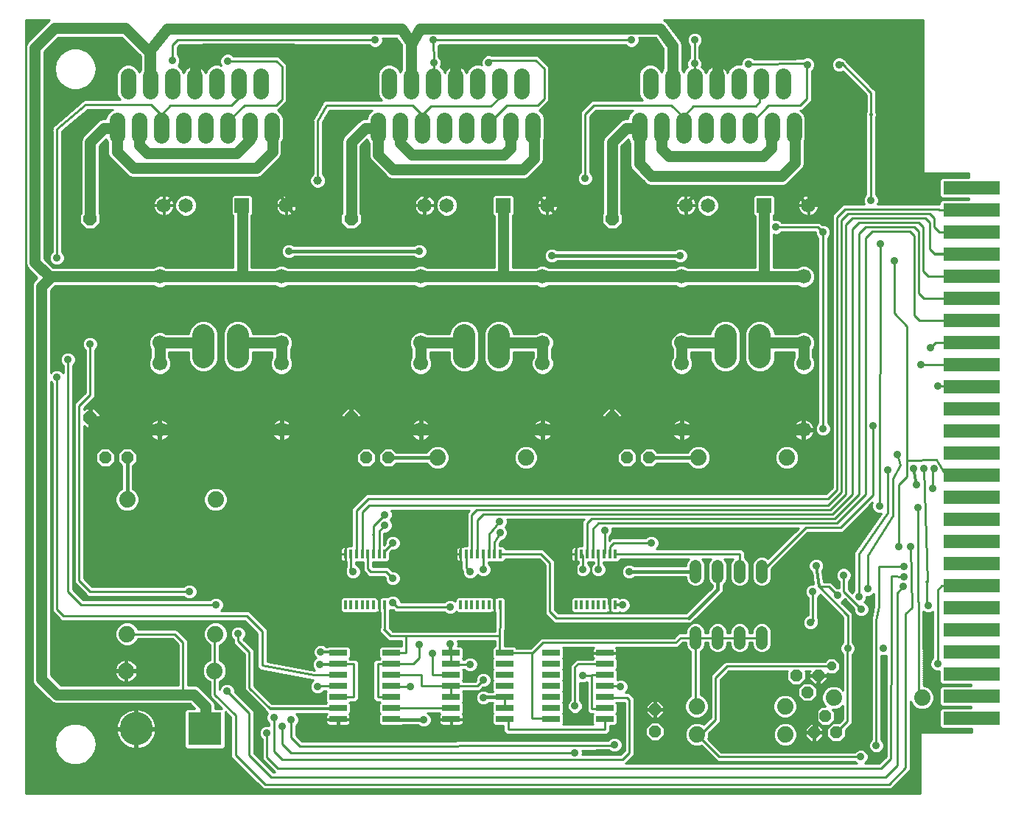
<source format=gtl>
G75*
G70*
%OFA0B0*%
%FSLAX24Y24*%
%IPPOS*%
%LPD*%
%AMOC8*
5,1,8,0,0,1.08239X$1,22.5*
%
%ADD10C,0.0709*%
%ADD11C,0.1004*%
%ADD12C,0.0669*%
%ADD13OC8,0.0520*%
%ADD14C,0.0740*%
%ADD15OC8,0.0600*%
%ADD16C,0.0650*%
%ADD17R,0.0650X0.0650*%
%ADD18R,0.1500X0.1500*%
%ADD19C,0.1500*%
%ADD20R,0.0800X0.0260*%
%ADD21R,0.0120X0.0390*%
%ADD22C,0.0520*%
%ADD23R,0.2550X0.0600*%
%ADD24C,0.0100*%
%ADD25C,0.0160*%
%ADD26C,0.0120*%
%ADD27C,0.0357*%
%ADD28C,0.0500*%
%ADD29C,0.0396*%
%ADD30OC8,0.0396*%
D10*
X004571Y033168D02*
X004571Y033877D01*
X005571Y033877D02*
X005571Y033168D01*
X006571Y033168D02*
X006571Y033877D01*
X007571Y033877D02*
X007571Y033168D01*
X008571Y033168D02*
X008571Y033877D01*
X009571Y033877D02*
X009571Y033168D01*
X010571Y033168D02*
X010571Y033877D01*
X011571Y033877D02*
X011571Y033168D01*
X011071Y035168D02*
X011071Y035877D01*
X010071Y035877D02*
X010071Y035168D01*
X009071Y035168D02*
X009071Y035877D01*
X008071Y035877D02*
X008071Y035168D01*
X007071Y035168D02*
X007071Y035877D01*
X006071Y035877D02*
X006071Y035168D01*
X005071Y035168D02*
X005071Y035877D01*
X016382Y033877D02*
X016382Y033168D01*
X017382Y033168D02*
X017382Y033877D01*
X018382Y033877D02*
X018382Y033168D01*
X019382Y033168D02*
X019382Y033877D01*
X020382Y033877D02*
X020382Y033168D01*
X021382Y033168D02*
X021382Y033877D01*
X022382Y033877D02*
X022382Y033168D01*
X023382Y033168D02*
X023382Y033877D01*
X022882Y035168D02*
X022882Y035877D01*
X021882Y035877D02*
X021882Y035168D01*
X020882Y035168D02*
X020882Y035877D01*
X019882Y035877D02*
X019882Y035168D01*
X018882Y035168D02*
X018882Y035877D01*
X017882Y035877D02*
X017882Y035168D01*
X016882Y035168D02*
X016882Y035877D01*
X028193Y033877D02*
X028193Y033168D01*
X029193Y033168D02*
X029193Y033877D01*
X030193Y033877D02*
X030193Y033168D01*
X031193Y033168D02*
X031193Y033877D01*
X032193Y033877D02*
X032193Y033168D01*
X033193Y033168D02*
X033193Y033877D01*
X034193Y033877D02*
X034193Y033168D01*
X035193Y033168D02*
X035193Y033877D01*
X034693Y035168D02*
X034693Y035877D01*
X033693Y035877D02*
X033693Y035168D01*
X032693Y035168D02*
X032693Y035877D01*
X031693Y035877D02*
X031693Y035168D01*
X030693Y035168D02*
X030693Y035877D01*
X029693Y035877D02*
X029693Y035168D01*
X028693Y035168D02*
X028693Y035877D01*
D11*
X032094Y024150D02*
X032094Y023147D01*
X033653Y023147D02*
X033653Y024150D01*
X021842Y024150D02*
X021842Y023147D01*
X020283Y023147D02*
X020283Y024150D01*
X010031Y024150D02*
X010031Y023147D01*
X008472Y023147D02*
X008472Y024150D01*
D12*
X006496Y023802D03*
X006496Y022865D03*
X006496Y019865D03*
X012008Y019865D03*
X012008Y022865D03*
X012008Y023802D03*
X012008Y026802D03*
X006496Y026802D03*
X018307Y026802D03*
X018307Y023802D03*
X018307Y022865D03*
X018307Y019865D03*
X023819Y019865D03*
X023819Y022865D03*
X023819Y023802D03*
X023819Y026802D03*
X030118Y026802D03*
X030118Y023802D03*
X030118Y022865D03*
X030118Y019865D03*
X035630Y019865D03*
X035630Y022865D03*
X035630Y023802D03*
X035630Y026802D03*
D13*
X028649Y018609D03*
X027649Y018609D03*
X016838Y018609D03*
X015838Y018609D03*
X005027Y018609D03*
X004027Y018609D03*
X028911Y007215D03*
X028911Y006215D03*
X035299Y008747D03*
X035799Y007997D03*
X036299Y008747D03*
X036612Y006923D03*
X036112Y006173D03*
X037112Y006173D03*
D14*
X036990Y007741D03*
X034792Y007357D03*
X034797Y006088D03*
X030797Y006088D03*
X030792Y007357D03*
X040990Y007741D03*
X034874Y018609D03*
X030874Y018609D03*
X023063Y018609D03*
X019063Y018609D03*
X009024Y016714D03*
X005024Y016714D03*
X005018Y010630D03*
X004978Y008961D03*
X008978Y008961D03*
X009018Y010630D03*
D15*
X003346Y020408D03*
X003346Y029408D03*
X015157Y029408D03*
X015157Y020408D03*
X026968Y020408D03*
X026968Y029408D03*
D16*
X024031Y030026D03*
X019488Y030026D03*
X018488Y030026D03*
X012220Y030026D03*
X007677Y030026D03*
X006677Y030026D03*
X030299Y030026D03*
X031299Y030026D03*
X035842Y030026D03*
D17*
X033842Y030026D03*
X022031Y030026D03*
X010220Y030026D03*
D18*
X008539Y006337D03*
D19*
X005434Y006337D03*
D20*
X014568Y006774D03*
X014568Y007274D03*
X014568Y007774D03*
X014568Y008274D03*
X014568Y008774D03*
X014568Y009274D03*
X014568Y009774D03*
X016988Y009774D03*
X016988Y009274D03*
X016988Y008774D03*
X016988Y008274D03*
X016988Y007774D03*
X016988Y007274D03*
X016988Y006774D03*
X019686Y006774D03*
X019686Y007274D03*
X019686Y007774D03*
X019686Y008274D03*
X019686Y008774D03*
X019686Y009274D03*
X019686Y009774D03*
X022106Y009774D03*
X022106Y009274D03*
X022106Y008774D03*
X022106Y008274D03*
X022106Y007774D03*
X022106Y007274D03*
X022106Y006774D03*
X024213Y006774D03*
X024213Y007274D03*
X024213Y007774D03*
X024213Y008274D03*
X024213Y008774D03*
X024213Y009274D03*
X024213Y009774D03*
X026633Y009774D03*
X026633Y009274D03*
X026633Y008774D03*
X026633Y008274D03*
X026633Y007774D03*
X026633Y007274D03*
X026633Y006774D03*
D21*
X026606Y011949D03*
X026350Y011949D03*
X026095Y011949D03*
X025839Y011949D03*
X025583Y011949D03*
X025327Y011949D03*
X026862Y011949D03*
X027118Y011949D03*
X027118Y014246D03*
X026862Y014246D03*
X026606Y014246D03*
X026350Y014246D03*
X026095Y014246D03*
X025839Y014246D03*
X025583Y014246D03*
X025327Y014246D03*
X021902Y014246D03*
X021646Y014246D03*
X021390Y014246D03*
X021134Y014246D03*
X020878Y014246D03*
X020622Y014246D03*
X020366Y014246D03*
X020110Y014246D03*
X020110Y011949D03*
X020366Y011949D03*
X020622Y011949D03*
X020878Y011949D03*
X021134Y011949D03*
X021390Y011949D03*
X021646Y011949D03*
X021902Y011949D03*
X016685Y011949D03*
X016429Y011949D03*
X016173Y011949D03*
X015917Y011949D03*
X015661Y011949D03*
X015406Y011949D03*
X015150Y011949D03*
X014894Y011949D03*
X014894Y014246D03*
X015150Y014246D03*
X015406Y014246D03*
X015661Y014246D03*
X015917Y014246D03*
X016173Y014246D03*
X016429Y014246D03*
X016685Y014246D03*
D22*
X030741Y013716D02*
X030741Y013196D01*
X031741Y013196D02*
X031741Y013716D01*
X032741Y013716D02*
X032741Y013196D01*
X033741Y013196D02*
X033741Y013716D01*
X033741Y010716D02*
X033741Y010196D01*
X032741Y010196D02*
X032741Y010716D01*
X031741Y010716D02*
X031741Y010196D01*
X030741Y010196D02*
X030741Y010716D01*
D23*
X043224Y010814D03*
X043224Y009814D03*
X043224Y008814D03*
X043224Y007814D03*
X043224Y006814D03*
X043224Y011814D03*
X043224Y012814D03*
X043224Y013814D03*
X043224Y014814D03*
X043224Y015814D03*
X043224Y016814D03*
X043224Y017814D03*
X043224Y018814D03*
X043224Y019814D03*
X043224Y020814D03*
X043224Y021814D03*
X043224Y022814D03*
X043224Y023814D03*
X043224Y024814D03*
X043224Y025814D03*
X043224Y026814D03*
X043224Y027814D03*
X043224Y028814D03*
X043224Y029814D03*
X043224Y030814D03*
D24*
X000426Y038409D02*
X000426Y003409D01*
X040906Y003409D01*
X040906Y006169D01*
X043226Y006169D01*
X043225Y006344D01*
X041879Y006344D01*
X041779Y006443D01*
X041779Y007184D01*
X041879Y007284D01*
X043221Y007284D01*
X043221Y007344D01*
X041879Y007344D01*
X041779Y007443D01*
X041779Y008184D01*
X041879Y008284D01*
X043216Y008284D01*
X043216Y008344D01*
X041879Y008344D01*
X041779Y008443D01*
X041779Y008945D01*
X041773Y008943D01*
X041634Y008943D01*
X041506Y008996D01*
X041408Y009094D01*
X041355Y009222D01*
X041355Y009360D01*
X041408Y009488D01*
X041482Y009563D01*
X041475Y011645D01*
X041461Y011631D01*
X041475Y011631D01*
X041461Y011631D02*
X041333Y011578D01*
X041195Y011578D01*
X041067Y011631D01*
X041041Y011631D01*
X041041Y011656D02*
X041067Y011631D01*
X041041Y011656D02*
X041057Y008281D01*
X041098Y008281D01*
X041296Y008199D01*
X041448Y008047D01*
X041530Y007849D01*
X041530Y007634D01*
X041448Y007436D01*
X041296Y007284D01*
X041098Y007201D01*
X040883Y007201D01*
X040684Y007284D01*
X040532Y007436D01*
X040467Y007594D01*
X040467Y004482D01*
X040338Y004353D01*
X039594Y003609D01*
X039412Y003609D01*
X011167Y003609D01*
X011039Y003738D01*
X009716Y005060D01*
X009716Y005242D01*
X009716Y006843D01*
X009459Y007101D01*
X009459Y005517D01*
X009359Y005417D01*
X007719Y005417D01*
X007619Y005517D01*
X007619Y007158D01*
X007719Y007257D01*
X008078Y007257D01*
X007865Y007470D01*
X007463Y007470D01*
X001766Y007470D01*
X001612Y007534D01*
X001494Y007652D01*
X000787Y008359D01*
X000723Y008513D01*
X000723Y008680D01*
X000723Y026438D01*
X000787Y026592D01*
X000905Y026710D01*
X000948Y026753D01*
X000490Y027211D01*
X000426Y027365D01*
X000426Y027532D01*
X000426Y037232D01*
X000490Y037386D01*
X000608Y037505D01*
X001508Y038405D01*
X001518Y038409D01*
X000426Y038409D01*
X000426Y038336D02*
X001439Y038336D01*
X001341Y038237D02*
X000426Y038237D01*
X000426Y038139D02*
X001242Y038139D01*
X001144Y038040D02*
X000426Y038040D01*
X000426Y037942D02*
X001045Y037942D01*
X000947Y037843D02*
X000426Y037843D01*
X000426Y037744D02*
X000848Y037744D01*
X000750Y037646D02*
X000426Y037646D01*
X000426Y037547D02*
X000651Y037547D01*
X000553Y037449D02*
X000426Y037449D01*
X000426Y037350D02*
X000475Y037350D01*
X000434Y037252D02*
X000426Y037252D01*
X001266Y036975D02*
X001920Y037629D01*
X004772Y037629D01*
X005626Y036775D01*
X005626Y036174D01*
X005626Y036174D01*
X005571Y036040D01*
X005515Y036174D01*
X005368Y036321D01*
X005175Y036401D01*
X004966Y036401D01*
X004774Y036321D01*
X004626Y036174D01*
X004546Y035981D01*
X004546Y035064D01*
X004626Y034871D01*
X004695Y034802D01*
X003163Y034802D01*
X003081Y034809D01*
X003073Y034802D01*
X003063Y034802D01*
X003005Y034744D01*
X001766Y033694D01*
X001755Y033694D01*
X001697Y033636D01*
X001634Y033583D01*
X001634Y033573D01*
X001626Y033565D01*
X001626Y033483D01*
X001619Y033401D01*
X001626Y033393D01*
X001626Y027921D01*
X001551Y027846D01*
X001498Y027718D01*
X001498Y027579D01*
X001551Y027451D01*
X001649Y027353D01*
X001777Y027300D01*
X001915Y027300D01*
X002044Y027353D01*
X002141Y027451D01*
X002195Y027579D01*
X002195Y027718D01*
X002141Y027846D01*
X002066Y027921D01*
X002066Y033372D01*
X003235Y034362D01*
X004372Y034362D01*
X004274Y034321D01*
X004126Y034174D01*
X004046Y033981D01*
X004046Y033942D01*
X003904Y033942D01*
X003750Y033879D01*
X003108Y033237D01*
X002990Y033119D01*
X002926Y032964D01*
X002926Y029653D01*
X002876Y029603D01*
X002876Y029214D01*
X003151Y028938D01*
X003541Y028938D01*
X003816Y029214D01*
X003816Y029603D01*
X003766Y029653D01*
X003766Y032707D01*
X004069Y033009D01*
X004126Y032871D01*
X004151Y032847D01*
X004151Y032527D01*
X004151Y032360D01*
X004214Y032206D01*
X004953Y031467D01*
X005071Y031349D01*
X005225Y031285D01*
X010774Y031285D01*
X010941Y031285D01*
X011095Y031349D01*
X011836Y032090D01*
X011954Y032208D01*
X012018Y032363D01*
X012018Y032879D01*
X012095Y033064D01*
X012095Y033981D01*
X012015Y034174D01*
X011868Y034321D01*
X011824Y034339D01*
X011872Y034339D01*
X012001Y034468D01*
X012247Y034715D01*
X012247Y034898D01*
X012247Y036404D01*
X012119Y036533D01*
X011872Y036780D01*
X011689Y036780D01*
X009843Y036780D01*
X009767Y036855D01*
X009639Y036909D01*
X009501Y036909D01*
X009373Y036855D01*
X009275Y036757D01*
X009222Y036629D01*
X009222Y036491D01*
X009275Y036363D01*
X009280Y036358D01*
X009175Y036401D01*
X008966Y036401D01*
X008774Y036321D01*
X008626Y036174D01*
X008558Y036009D01*
X008538Y036070D01*
X008502Y036141D01*
X008455Y036205D01*
X008399Y036261D01*
X008335Y036308D01*
X008264Y036344D01*
X008189Y036369D01*
X008120Y036379D01*
X008120Y035573D01*
X008021Y035573D01*
X008021Y036379D01*
X007952Y036369D01*
X007877Y036344D01*
X007806Y036308D01*
X007742Y036261D01*
X007686Y036205D01*
X007639Y036141D01*
X007603Y036070D01*
X007583Y036009D01*
X007515Y036174D01*
X007368Y036321D01*
X007330Y036337D01*
X007366Y036372D01*
X007419Y036500D01*
X007419Y036639D01*
X007366Y036767D01*
X007291Y036842D01*
X007291Y037182D01*
X007397Y037289D01*
X015973Y037289D01*
X016049Y037213D01*
X016177Y037160D01*
X016315Y037160D01*
X016444Y037213D01*
X016541Y037311D01*
X016595Y037439D01*
X016595Y037578D01*
X016589Y037592D01*
X017220Y037592D01*
X017437Y037272D01*
X017443Y037248D01*
X017443Y036180D01*
X017437Y036174D01*
X017382Y036040D01*
X017326Y036174D01*
X017179Y036321D01*
X016986Y036401D01*
X016777Y036401D01*
X016585Y036321D01*
X016437Y036174D01*
X016357Y035981D01*
X016357Y035064D01*
X016437Y034871D01*
X016540Y034768D01*
X014105Y034768D01*
X014076Y034785D01*
X014017Y034768D01*
X013955Y034768D01*
X013932Y034745D01*
X013900Y034737D01*
X013870Y034683D01*
X013826Y034640D01*
X013826Y034607D01*
X013470Y033983D01*
X013426Y033940D01*
X013426Y033907D01*
X013410Y033879D01*
X013426Y033819D01*
X013426Y031449D01*
X013334Y031357D01*
X013278Y031222D01*
X013278Y031075D01*
X013334Y030940D01*
X013438Y030836D01*
X013573Y030780D01*
X013719Y030780D01*
X013855Y030836D01*
X013958Y030940D01*
X014014Y031075D01*
X014014Y031222D01*
X013958Y031357D01*
X013866Y031449D01*
X013866Y033790D01*
X014174Y034329D01*
X016102Y034329D01*
X016085Y034321D01*
X015937Y034174D01*
X015857Y033981D01*
X015857Y033942D01*
X015715Y033942D01*
X015561Y033879D01*
X014919Y033237D01*
X014801Y033119D01*
X014737Y032964D01*
X014737Y029653D01*
X014687Y029603D01*
X014687Y029214D01*
X014962Y028938D01*
X015352Y028938D01*
X015627Y029214D01*
X015627Y029603D01*
X015577Y029653D01*
X015577Y032707D01*
X015880Y033009D01*
X015937Y032871D01*
X015962Y032847D01*
X015962Y032397D01*
X015962Y032229D01*
X016026Y032075D01*
X016690Y031411D01*
X016808Y031292D01*
X016963Y031229D01*
X022863Y031229D01*
X023030Y031229D01*
X023184Y031292D01*
X023684Y031792D01*
X023802Y031911D01*
X023866Y032065D01*
X023866Y032968D01*
X023906Y033064D01*
X023906Y033981D01*
X023826Y034174D01*
X023679Y034321D01*
X023660Y034329D01*
X023681Y034329D01*
X023982Y034630D01*
X024111Y034758D01*
X024111Y036120D01*
X024111Y036302D01*
X023730Y036683D01*
X023601Y036812D01*
X021528Y036812D01*
X021506Y036827D01*
X021473Y036834D01*
X021457Y036840D01*
X021440Y036840D01*
X021408Y036847D01*
X021376Y036840D01*
X021318Y036840D01*
X021190Y036787D01*
X021092Y036689D01*
X021039Y036561D01*
X021039Y036423D01*
X021061Y036370D01*
X020986Y036401D01*
X020777Y036401D01*
X020585Y036321D01*
X020437Y036174D01*
X020369Y036009D01*
X020349Y036070D01*
X020313Y036141D01*
X020266Y036205D01*
X020210Y036261D01*
X020146Y036308D01*
X020075Y036344D01*
X020000Y036369D01*
X019931Y036379D01*
X019931Y035573D01*
X019832Y035573D01*
X019832Y036379D01*
X019763Y036369D01*
X019688Y036344D01*
X019617Y036308D01*
X019553Y036261D01*
X019497Y036205D01*
X019450Y036141D01*
X019414Y036070D01*
X019394Y036009D01*
X019326Y036174D01*
X019208Y036292D01*
X019251Y036398D01*
X019251Y036536D01*
X019198Y036664D01*
X019118Y036745D01*
X019109Y037239D01*
X019159Y037289D01*
X027573Y037289D01*
X027649Y037213D01*
X027777Y037160D01*
X027915Y037160D01*
X028044Y037213D01*
X028141Y037311D01*
X028195Y037439D01*
X028195Y037578D01*
X028186Y037598D01*
X028924Y037598D01*
X029284Y037111D01*
X029284Y036210D01*
X029248Y036174D01*
X029193Y036040D01*
X029137Y036174D01*
X028990Y036321D01*
X028797Y036401D01*
X028588Y036401D01*
X028396Y036321D01*
X028248Y036174D01*
X028168Y035981D01*
X028168Y035064D01*
X028248Y034871D01*
X028351Y034768D01*
X026237Y034768D01*
X026055Y034768D01*
X025655Y034368D01*
X025526Y034240D01*
X025526Y031521D01*
X025451Y031446D01*
X025398Y031318D01*
X025398Y031179D01*
X025451Y031051D01*
X025549Y030953D01*
X025677Y030900D01*
X025815Y030900D01*
X025944Y030953D01*
X026041Y031051D01*
X026095Y031179D01*
X026095Y031318D01*
X026041Y031446D01*
X025966Y031521D01*
X025966Y034057D01*
X026237Y034329D01*
X027913Y034329D01*
X027896Y034321D01*
X027748Y034174D01*
X027668Y033981D01*
X027668Y033942D01*
X027526Y033942D01*
X027372Y033879D01*
X026730Y033237D01*
X026612Y033119D01*
X026548Y032964D01*
X026548Y029653D01*
X026498Y029603D01*
X026498Y029214D01*
X026774Y028938D01*
X027163Y028938D01*
X027438Y029214D01*
X027438Y029603D01*
X027388Y029653D01*
X027388Y032707D01*
X027691Y033009D01*
X027748Y032871D01*
X027773Y032847D01*
X027773Y031986D01*
X027773Y031818D01*
X027837Y031664D01*
X028390Y031111D01*
X028508Y030992D01*
X028663Y030929D01*
X034563Y030929D01*
X034730Y030929D01*
X034884Y030992D01*
X035484Y031592D01*
X035602Y031711D01*
X035666Y031865D01*
X035666Y032941D01*
X035717Y033064D01*
X035717Y033981D01*
X035637Y034174D01*
X035490Y034321D01*
X035482Y034324D01*
X035573Y034324D01*
X035877Y034629D01*
X036006Y034757D01*
X036006Y036110D01*
X036091Y036195D01*
X036144Y036323D01*
X036144Y036461D01*
X036091Y036590D01*
X035993Y036688D01*
X035865Y036741D01*
X035726Y036741D01*
X035598Y036688D01*
X035576Y036665D01*
X033415Y036633D01*
X033344Y036704D01*
X033215Y036757D01*
X033077Y036757D01*
X032949Y036704D01*
X032851Y036606D01*
X032798Y036478D01*
X032798Y036401D01*
X032797Y036401D01*
X032588Y036401D01*
X032396Y036321D01*
X032248Y036174D01*
X032180Y036009D01*
X032160Y036070D01*
X032124Y036141D01*
X032077Y036205D01*
X032021Y036261D01*
X031957Y036308D01*
X031886Y036344D01*
X031811Y036369D01*
X031743Y036379D01*
X031743Y035573D01*
X031643Y035573D01*
X031643Y036379D01*
X031574Y036369D01*
X031499Y036344D01*
X031428Y036308D01*
X031364Y036261D01*
X031308Y036205D01*
X031261Y036141D01*
X031225Y036070D01*
X031205Y036009D01*
X031137Y036174D01*
X031014Y036297D01*
X031041Y036363D01*
X031041Y036502D01*
X030988Y036630D01*
X030913Y036705D01*
X030913Y037222D01*
X031001Y037311D01*
X031055Y037439D01*
X031055Y037578D01*
X031001Y037706D01*
X030904Y037804D01*
X030775Y037857D01*
X030637Y037857D01*
X030509Y037804D01*
X030411Y037706D01*
X030358Y037578D01*
X030358Y037439D01*
X030411Y037311D01*
X030473Y037249D01*
X030473Y036705D01*
X030397Y036630D01*
X030344Y036502D01*
X030344Y036363D01*
X030371Y036297D01*
X030248Y036174D01*
X030193Y036040D01*
X030137Y036174D01*
X030124Y036187D01*
X030124Y037218D01*
X030131Y037270D01*
X030124Y037301D01*
X030124Y037333D01*
X030104Y037381D01*
X030091Y037432D01*
X030072Y037458D01*
X030060Y037487D01*
X030023Y037524D01*
X029504Y038226D01*
X029491Y038256D01*
X029454Y038293D01*
X029423Y038335D01*
X029396Y038351D01*
X029373Y038374D01*
X029325Y038394D01*
X029301Y038409D01*
X041026Y038409D01*
X041026Y031489D01*
X043106Y031489D01*
X043107Y031284D01*
X041879Y031284D01*
X041779Y031184D01*
X041779Y030443D01*
X041879Y030344D01*
X043112Y030344D01*
X043112Y030284D01*
X041879Y030284D01*
X041779Y030184D01*
X041779Y030068D01*
X041744Y030068D01*
X038983Y030072D01*
X039024Y030171D01*
X039024Y030310D01*
X038971Y030438D01*
X038896Y030513D01*
X038896Y034004D01*
X038931Y034089D01*
X038931Y034188D01*
X038901Y034261D01*
X038901Y035202D01*
X038772Y035331D01*
X037600Y036503D01*
X037578Y036564D01*
X037511Y036637D01*
X037483Y036650D01*
X037446Y036688D01*
X037318Y036741D01*
X037179Y036741D01*
X037051Y036688D01*
X036953Y036590D01*
X036900Y036461D01*
X036900Y036323D01*
X036953Y036195D01*
X037051Y036097D01*
X037179Y036044D01*
X037318Y036044D01*
X037402Y036079D01*
X038461Y035020D01*
X038461Y034268D01*
X038426Y034183D01*
X038426Y034084D01*
X038456Y034011D01*
X038456Y030513D01*
X038380Y030438D01*
X038327Y030310D01*
X038327Y030171D01*
X038368Y030073D01*
X037603Y030074D01*
X037513Y030074D01*
X037421Y030074D01*
X037421Y030074D01*
X037420Y030074D01*
X037355Y030009D01*
X037292Y029945D01*
X037055Y029708D01*
X036926Y029580D01*
X036926Y017240D01*
X036655Y016968D01*
X016037Y016968D01*
X015855Y016968D01*
X015186Y016299D01*
X015186Y016117D01*
X015186Y014611D01*
X015019Y014611D01*
X014994Y014586D01*
X014974Y014591D01*
X014894Y014591D01*
X014894Y014246D01*
X014894Y019517D01*
X014546Y019865D01*
X014824Y020105D02*
X012429Y020105D01*
X012422Y020119D02*
X012377Y020181D01*
X012323Y020235D01*
X012262Y020280D01*
X012194Y020314D01*
X012121Y020338D01*
X012057Y020348D01*
X012057Y019915D01*
X011958Y019915D01*
X011958Y020348D01*
X011894Y020338D01*
X011821Y020314D01*
X011754Y020280D01*
X011692Y020235D01*
X011638Y020181D01*
X011593Y020119D01*
X011558Y020051D01*
X011535Y019979D01*
X011525Y019915D01*
X011957Y019915D01*
X011957Y019815D01*
X011525Y019815D01*
X011535Y019752D01*
X011558Y019679D01*
X011593Y019611D01*
X011638Y019549D01*
X011692Y019495D01*
X011754Y019451D01*
X011821Y019416D01*
X011894Y019392D01*
X011958Y019382D01*
X011958Y019815D01*
X012057Y019815D01*
X012057Y019382D01*
X012121Y019392D01*
X012194Y019416D01*
X012262Y019451D01*
X012323Y019495D01*
X012377Y019549D01*
X012422Y019611D01*
X012457Y019679D01*
X012480Y019752D01*
X012490Y019815D01*
X012058Y019815D01*
X012058Y019915D01*
X012490Y019915D01*
X012480Y019979D01*
X012457Y020051D01*
X012422Y020119D01*
X012354Y020204D02*
X014725Y020204D01*
X014707Y020222D02*
X014971Y019958D01*
X015107Y019958D01*
X015107Y020358D01*
X015207Y020358D01*
X015207Y019958D01*
X015344Y019958D01*
X015607Y020222D01*
X015607Y020358D01*
X015207Y020358D01*
X015207Y020458D01*
X015607Y020458D01*
X015607Y020595D01*
X015344Y020858D01*
X015207Y020858D01*
X015207Y020459D01*
X015107Y020459D01*
X015107Y020858D01*
X014971Y020858D01*
X014707Y020595D01*
X014707Y020458D01*
X015107Y020458D01*
X015107Y020358D01*
X014707Y020358D01*
X014707Y020222D01*
X014707Y020302D02*
X012217Y020302D01*
X012057Y020302D02*
X011958Y020302D01*
X011958Y020204D02*
X012057Y020204D01*
X012057Y020105D02*
X011958Y020105D01*
X011958Y020007D02*
X012057Y020007D01*
X012058Y019908D02*
X018257Y019908D01*
X018257Y019915D02*
X018257Y019815D01*
X018357Y019815D01*
X018357Y019915D01*
X018789Y019915D01*
X018779Y019979D01*
X018756Y020051D01*
X018721Y020119D01*
X018676Y020181D01*
X018622Y020235D01*
X018561Y020280D01*
X018493Y020314D01*
X018420Y020338D01*
X018357Y020348D01*
X018357Y019915D01*
X018257Y019915D01*
X018257Y020348D01*
X018193Y020338D01*
X018121Y020314D01*
X018053Y020280D01*
X017991Y020235D01*
X017937Y020181D01*
X017892Y020119D01*
X017858Y020051D01*
X017834Y019979D01*
X017824Y019915D01*
X018257Y019915D01*
X018257Y020007D02*
X018357Y020007D01*
X018357Y020105D02*
X018257Y020105D01*
X018257Y020204D02*
X018357Y020204D01*
X018357Y020302D02*
X018257Y020302D01*
X018098Y020302D02*
X015607Y020302D01*
X015589Y020204D02*
X017960Y020204D01*
X017885Y020105D02*
X015490Y020105D01*
X015392Y020007D02*
X017843Y020007D01*
X017824Y019815D02*
X017834Y019752D01*
X017858Y019679D01*
X017892Y019611D01*
X017937Y019549D01*
X017991Y019495D01*
X018053Y019451D01*
X018121Y019416D01*
X018193Y019392D01*
X018257Y019382D01*
X018257Y019815D01*
X017824Y019815D01*
X017825Y019810D02*
X012489Y019810D01*
X012467Y019711D02*
X017847Y019711D01*
X017891Y019613D02*
X012423Y019613D01*
X012342Y019514D02*
X017972Y019514D01*
X018122Y019415D02*
X012192Y019415D01*
X012057Y019415D02*
X011958Y019415D01*
X011958Y019514D02*
X012057Y019514D01*
X012057Y019613D02*
X011958Y019613D01*
X011958Y019711D02*
X012057Y019711D01*
X012057Y019810D02*
X011958Y019810D01*
X011957Y019908D02*
X006546Y019908D01*
X006546Y019915D02*
X006978Y019915D01*
X006968Y019979D01*
X006945Y020051D01*
X006910Y020119D01*
X006865Y020181D01*
X006811Y020235D01*
X006750Y020280D01*
X006682Y020314D01*
X006609Y020338D01*
X006546Y020348D01*
X006546Y019915D01*
X006546Y019815D01*
X006978Y019815D01*
X006968Y019752D01*
X006945Y019679D01*
X006910Y019611D01*
X006865Y019549D01*
X006811Y019495D01*
X006750Y019451D01*
X006682Y019416D01*
X006609Y019392D01*
X006546Y019382D01*
X006546Y019815D01*
X006446Y019815D01*
X006446Y019382D01*
X006382Y019392D01*
X006310Y019416D01*
X006242Y019451D01*
X006180Y019495D01*
X006126Y019549D01*
X006081Y019611D01*
X006047Y019679D01*
X006023Y019752D01*
X006013Y019815D01*
X006446Y019815D01*
X006446Y019915D01*
X006446Y020348D01*
X006382Y020338D01*
X006310Y020314D01*
X006242Y020280D01*
X006180Y020235D01*
X006126Y020181D01*
X006081Y020119D01*
X006047Y020051D01*
X006023Y019979D01*
X006013Y019915D01*
X006446Y019915D01*
X006546Y019915D01*
X006546Y020007D02*
X006446Y020007D01*
X006446Y020105D02*
X006546Y020105D01*
X006546Y020204D02*
X006446Y020204D01*
X006446Y020302D02*
X006546Y020302D01*
X006705Y020302D02*
X011798Y020302D01*
X011661Y020204D02*
X006842Y020204D01*
X006917Y020105D02*
X011586Y020105D01*
X011544Y020007D02*
X006959Y020007D01*
X006978Y019810D02*
X011526Y019810D01*
X011548Y019711D02*
X006955Y019711D01*
X006911Y019613D02*
X011592Y019613D01*
X011673Y019514D02*
X006830Y019514D01*
X006680Y019415D02*
X011823Y019415D01*
X012471Y020007D02*
X014922Y020007D01*
X015107Y020007D02*
X015207Y020007D01*
X015207Y020105D02*
X015107Y020105D01*
X015107Y020204D02*
X015207Y020204D01*
X015207Y020302D02*
X015107Y020302D01*
X015107Y020401D02*
X003396Y020401D01*
X003396Y020358D02*
X003396Y020458D01*
X003796Y020458D01*
X003796Y020595D01*
X003533Y020858D01*
X003396Y020858D01*
X003396Y020459D01*
X003296Y020459D01*
X003296Y020858D01*
X003160Y020858D01*
X003066Y020765D01*
X003066Y020857D01*
X003566Y021357D01*
X003566Y021540D01*
X003566Y023476D01*
X003641Y023551D01*
X003695Y023679D01*
X003695Y023818D01*
X003641Y023946D01*
X003544Y024044D01*
X003415Y024097D01*
X003277Y024097D01*
X003149Y024044D01*
X003051Y023946D01*
X002998Y023818D01*
X002998Y023679D01*
X003051Y023551D01*
X003126Y023476D01*
X003126Y021540D01*
X002755Y021168D01*
X002626Y021040D01*
X002626Y013140D01*
X002626Y012957D01*
X003126Y012457D01*
X003255Y012329D01*
X007573Y012329D01*
X007649Y012253D01*
X007777Y012200D01*
X007915Y012200D01*
X008044Y012253D01*
X008141Y012351D01*
X008195Y012479D01*
X008195Y012618D01*
X008141Y012746D01*
X008044Y012844D01*
X007915Y012897D01*
X007777Y012897D01*
X007649Y012844D01*
X007573Y012768D01*
X003437Y012768D01*
X003066Y013140D01*
X003066Y020052D01*
X003160Y019958D01*
X003296Y019958D01*
X003296Y020358D01*
X003396Y020358D01*
X003396Y019958D01*
X003533Y019958D01*
X003796Y020222D01*
X003796Y020358D01*
X003396Y020358D01*
X003396Y020302D02*
X003296Y020302D01*
X003296Y020204D02*
X003396Y020204D01*
X003396Y020105D02*
X003296Y020105D01*
X003296Y020007D02*
X003396Y020007D01*
X003581Y020007D02*
X006032Y020007D01*
X006074Y020105D02*
X003679Y020105D01*
X003778Y020204D02*
X006149Y020204D01*
X006286Y020302D02*
X003796Y020302D01*
X003796Y020499D02*
X014707Y020499D01*
X014710Y020598D02*
X003793Y020598D01*
X003694Y020696D02*
X014809Y020696D01*
X014907Y020795D02*
X003596Y020795D01*
X003396Y020795D02*
X003296Y020795D01*
X003296Y020696D02*
X003396Y020696D01*
X003396Y020598D02*
X003296Y020598D01*
X003296Y020499D02*
X003396Y020499D01*
X003096Y020795D02*
X003066Y020795D01*
X003102Y020894D02*
X036288Y020894D01*
X036288Y020992D02*
X003201Y020992D01*
X003299Y021091D02*
X036288Y021091D01*
X036288Y021189D02*
X003398Y021189D01*
X003496Y021288D02*
X036288Y021288D01*
X036288Y021386D02*
X003566Y021386D01*
X003566Y021485D02*
X036288Y021485D01*
X036288Y021583D02*
X003566Y021583D01*
X003566Y021682D02*
X036288Y021682D01*
X036288Y021780D02*
X003566Y021780D01*
X003566Y021879D02*
X036288Y021879D01*
X036288Y021978D02*
X003566Y021978D01*
X003566Y022076D02*
X036288Y022076D01*
X036288Y022175D02*
X003566Y022175D01*
X003566Y022273D02*
X036288Y022273D01*
X036288Y022372D02*
X035757Y022372D01*
X035730Y022360D02*
X035915Y022437D01*
X036057Y022579D01*
X036134Y022765D01*
X036134Y022965D01*
X036057Y023151D01*
X036050Y023159D01*
X036050Y023508D01*
X036057Y023516D01*
X036134Y023702D01*
X036134Y023902D01*
X036057Y024088D01*
X035915Y024230D01*
X035730Y024307D01*
X035529Y024307D01*
X035344Y024230D01*
X035336Y024222D01*
X034325Y024222D01*
X034325Y024284D01*
X034223Y024531D01*
X034034Y024720D01*
X033787Y024822D01*
X033520Y024822D01*
X033273Y024720D01*
X033084Y024531D01*
X032981Y024284D01*
X032981Y023013D01*
X033084Y022766D01*
X033273Y022577D01*
X033520Y022475D01*
X033787Y022475D01*
X034034Y022577D01*
X034223Y022766D01*
X035125Y022766D01*
X035125Y022765D02*
X035202Y022579D01*
X035344Y022437D01*
X035529Y022360D01*
X035730Y022360D01*
X035502Y022372D02*
X030246Y022372D01*
X030218Y022360D02*
X030404Y022437D01*
X030546Y022579D01*
X030622Y022765D01*
X030622Y022965D01*
X030546Y023151D01*
X030538Y023159D01*
X030538Y023382D01*
X031422Y023382D01*
X031422Y023013D01*
X031524Y022766D01*
X030622Y022766D01*
X030622Y022864D02*
X031484Y022864D01*
X031524Y022766D02*
X031714Y022577D01*
X031960Y022475D01*
X032228Y022475D01*
X032475Y022577D01*
X032664Y022766D01*
X033084Y022766D01*
X033043Y022864D02*
X032705Y022864D01*
X032664Y022766D02*
X032766Y023013D01*
X032766Y024284D01*
X032664Y024531D01*
X032475Y024720D01*
X032228Y024822D01*
X031960Y024822D01*
X031714Y024720D01*
X031524Y024531D01*
X031422Y024284D01*
X031422Y024222D01*
X030411Y024222D01*
X030404Y024230D01*
X030218Y024307D01*
X030017Y024307D01*
X029832Y024230D01*
X029690Y024088D01*
X029613Y023902D01*
X029613Y023702D01*
X029690Y023516D01*
X029698Y023508D01*
X029698Y023159D01*
X029690Y023151D01*
X029613Y022965D01*
X029613Y022765D01*
X029690Y022579D01*
X029832Y022437D01*
X030017Y022360D01*
X030218Y022360D01*
X029990Y022372D02*
X023946Y022372D01*
X023919Y022360D02*
X024104Y022437D01*
X024246Y022579D01*
X024323Y022765D01*
X024323Y022965D01*
X024246Y023151D01*
X024239Y023159D01*
X024239Y023508D01*
X024246Y023516D01*
X024323Y023702D01*
X024323Y023902D01*
X024246Y024088D01*
X024104Y024230D01*
X023919Y024307D01*
X023718Y024307D01*
X023533Y024230D01*
X023525Y024222D01*
X022514Y024222D01*
X022514Y024284D01*
X022412Y024531D01*
X022223Y024720D01*
X021976Y024822D01*
X021709Y024822D01*
X021462Y024720D01*
X021273Y024531D01*
X021170Y024284D01*
X021170Y023013D01*
X021273Y022766D01*
X021462Y022577D01*
X021709Y022475D01*
X021976Y022475D01*
X022223Y022577D01*
X022412Y022766D01*
X023314Y022766D01*
X023314Y022765D02*
X023391Y022579D01*
X023533Y022437D01*
X023718Y022360D01*
X023919Y022360D01*
X023691Y022372D02*
X018434Y022372D01*
X018407Y022360D02*
X018593Y022437D01*
X018735Y022579D01*
X018811Y022765D01*
X018811Y022965D01*
X018735Y023151D01*
X018727Y023159D01*
X018727Y023382D01*
X019611Y023382D01*
X019611Y023013D01*
X019713Y022766D01*
X018811Y022766D01*
X018811Y022864D02*
X019673Y022864D01*
X019713Y022766D02*
X019902Y022577D01*
X020149Y022475D01*
X020417Y022475D01*
X020664Y022577D01*
X020853Y022766D01*
X021272Y022766D01*
X021232Y022864D02*
X020894Y022864D01*
X020853Y022766D02*
X020955Y023013D01*
X020955Y024284D01*
X020853Y024531D01*
X020664Y024720D01*
X020417Y024822D01*
X020149Y024822D01*
X019902Y024720D01*
X019713Y024531D01*
X019611Y024284D01*
X019611Y024222D01*
X018600Y024222D01*
X018593Y024230D01*
X018407Y024307D01*
X018206Y024307D01*
X018021Y024230D01*
X017879Y024088D01*
X017802Y023902D01*
X017802Y023702D01*
X017879Y023516D01*
X017887Y023508D01*
X017887Y023159D01*
X017879Y023151D01*
X017802Y022965D01*
X017802Y022765D01*
X017879Y022579D01*
X018021Y022437D01*
X018206Y022360D01*
X018407Y022360D01*
X018179Y022372D02*
X012135Y022372D01*
X012108Y022360D02*
X012293Y022437D01*
X012435Y022579D01*
X012512Y022765D01*
X012512Y022965D01*
X012435Y023151D01*
X012428Y023159D01*
X012428Y023508D01*
X012435Y023516D01*
X012512Y023702D01*
X012512Y023902D01*
X012435Y024088D01*
X012293Y024230D01*
X012108Y024307D01*
X011907Y024307D01*
X011722Y024230D01*
X011714Y024222D01*
X010703Y024222D01*
X010703Y024284D01*
X010601Y024531D01*
X010412Y024720D01*
X010165Y024822D01*
X009897Y024822D01*
X009651Y024720D01*
X009461Y024531D01*
X009359Y024284D01*
X009359Y023013D01*
X009461Y022766D01*
X009042Y022766D01*
X009144Y023013D01*
X009144Y024284D01*
X009042Y024531D01*
X008853Y024720D01*
X008606Y024822D01*
X008338Y024822D01*
X008091Y024720D01*
X007902Y024531D01*
X007800Y024284D01*
X007800Y024222D01*
X006789Y024222D01*
X006782Y024230D01*
X006596Y024307D01*
X006395Y024307D01*
X006210Y024230D01*
X006068Y024088D01*
X005991Y023902D01*
X005991Y023702D01*
X006068Y023516D01*
X006076Y023508D01*
X006076Y023159D01*
X006068Y023151D01*
X005991Y022965D01*
X005991Y022765D01*
X006068Y022579D01*
X006210Y022437D01*
X006395Y022360D01*
X006596Y022360D01*
X006782Y022437D01*
X006924Y022579D01*
X007000Y022765D01*
X007000Y022965D01*
X006924Y023151D01*
X006916Y023159D01*
X006916Y023382D01*
X007800Y023382D01*
X007800Y023013D01*
X007902Y022766D01*
X007000Y022766D01*
X007000Y022864D02*
X007862Y022864D01*
X007902Y022766D02*
X008091Y022577D01*
X008338Y022475D01*
X008606Y022475D01*
X008853Y022577D01*
X009042Y022766D01*
X009083Y022864D02*
X009421Y022864D01*
X009461Y022766D02*
X009651Y022577D01*
X009897Y022475D01*
X010165Y022475D01*
X010412Y022577D01*
X010601Y022766D01*
X011503Y022766D01*
X011503Y022765D02*
X011580Y022579D01*
X011722Y022437D01*
X011907Y022360D01*
X012108Y022360D01*
X011880Y022372D02*
X006623Y022372D01*
X006815Y022470D02*
X011689Y022470D01*
X011590Y022569D02*
X010392Y022569D01*
X010502Y022667D02*
X011543Y022667D01*
X011503Y022765D02*
X011503Y022965D01*
X011580Y023151D01*
X011588Y023159D01*
X011588Y023382D01*
X010703Y023382D01*
X010703Y023013D01*
X010601Y022766D01*
X010642Y022864D02*
X011503Y022864D01*
X011503Y022963D02*
X010682Y022963D01*
X010703Y023062D02*
X011543Y023062D01*
X011588Y023160D02*
X010703Y023160D01*
X010703Y023259D02*
X011588Y023259D01*
X011588Y023357D02*
X010703Y023357D01*
X010703Y024244D02*
X011756Y024244D01*
X012259Y024244D02*
X018055Y024244D01*
X017937Y024146D02*
X012378Y024146D01*
X012452Y024047D02*
X017862Y024047D01*
X017821Y023948D02*
X012493Y023948D01*
X012512Y023850D02*
X017802Y023850D01*
X017802Y023751D02*
X012512Y023751D01*
X012492Y023653D02*
X017822Y023653D01*
X017863Y023554D02*
X012451Y023554D01*
X012428Y023456D02*
X017887Y023456D01*
X017887Y023357D02*
X012428Y023357D01*
X012428Y023259D02*
X017887Y023259D01*
X017887Y023160D02*
X012428Y023160D01*
X012472Y023062D02*
X017842Y023062D01*
X017802Y022963D02*
X012512Y022963D01*
X012512Y022864D02*
X017802Y022864D01*
X017802Y022766D02*
X012512Y022766D01*
X012472Y022667D02*
X017842Y022667D01*
X017889Y022569D02*
X012425Y022569D01*
X012326Y022470D02*
X017988Y022470D01*
X018626Y022470D02*
X023500Y022470D01*
X023401Y022569D02*
X022203Y022569D01*
X022313Y022667D02*
X023354Y022667D01*
X023314Y022765D02*
X023314Y022965D01*
X023391Y023151D01*
X023399Y023159D01*
X023399Y023382D01*
X022514Y023382D01*
X022514Y023013D01*
X022412Y022766D01*
X022453Y022864D02*
X023314Y022864D01*
X023314Y022963D02*
X022493Y022963D01*
X022514Y023062D02*
X023354Y023062D01*
X023399Y023160D02*
X022514Y023160D01*
X022514Y023259D02*
X023399Y023259D01*
X023399Y023357D02*
X022514Y023357D01*
X022514Y024244D02*
X023567Y024244D01*
X024070Y024244D02*
X029866Y024244D01*
X029748Y024146D02*
X024189Y024146D01*
X024263Y024047D02*
X029673Y024047D01*
X029632Y023948D02*
X024304Y023948D01*
X024323Y023850D02*
X029613Y023850D01*
X029613Y023751D02*
X024323Y023751D01*
X024303Y023653D02*
X029633Y023653D01*
X029674Y023554D02*
X024262Y023554D01*
X024239Y023456D02*
X029698Y023456D01*
X029698Y023357D02*
X024239Y023357D01*
X024239Y023259D02*
X029698Y023259D01*
X029698Y023160D02*
X024239Y023160D01*
X024283Y023062D02*
X029653Y023062D01*
X029613Y022963D02*
X024323Y022963D01*
X024323Y022864D02*
X029613Y022864D01*
X029613Y022766D02*
X024323Y022766D01*
X024283Y022667D02*
X029653Y022667D01*
X029700Y022569D02*
X024236Y022569D01*
X024137Y022470D02*
X029799Y022470D01*
X030437Y022470D02*
X035311Y022470D01*
X035212Y022569D02*
X034014Y022569D01*
X034124Y022667D02*
X035165Y022667D01*
X035125Y022765D02*
X035125Y022965D01*
X035202Y023151D01*
X035210Y023159D01*
X035210Y023382D01*
X034325Y023382D01*
X034325Y023013D01*
X034223Y022766D01*
X034264Y022864D02*
X035125Y022864D01*
X035125Y022963D02*
X034304Y022963D01*
X034325Y023062D02*
X035165Y023062D01*
X035210Y023160D02*
X034325Y023160D01*
X034325Y023259D02*
X035210Y023259D01*
X035210Y023357D02*
X034325Y023357D01*
X034325Y024244D02*
X035378Y024244D01*
X035881Y024244D02*
X036288Y024244D01*
X036288Y024146D02*
X036000Y024146D01*
X036074Y024047D02*
X036288Y024047D01*
X036288Y023948D02*
X036115Y023948D01*
X036134Y023850D02*
X036288Y023850D01*
X036288Y023751D02*
X036134Y023751D01*
X036114Y023653D02*
X036288Y023653D01*
X036288Y023554D02*
X036073Y023554D01*
X036050Y023456D02*
X036288Y023456D01*
X036288Y023357D02*
X036050Y023357D01*
X036050Y023259D02*
X036288Y023259D01*
X036288Y023160D02*
X036050Y023160D01*
X036094Y023062D02*
X036288Y023062D01*
X036288Y022963D02*
X036134Y022963D01*
X036134Y022864D02*
X036288Y022864D01*
X036288Y022766D02*
X036134Y022766D01*
X036094Y022667D02*
X036288Y022667D01*
X036288Y022569D02*
X036047Y022569D01*
X035949Y022470D02*
X036288Y022470D01*
X036728Y022470D02*
X036926Y022470D01*
X036926Y022372D02*
X036728Y022372D01*
X036728Y022273D02*
X036926Y022273D01*
X036926Y022175D02*
X036728Y022175D01*
X036728Y022076D02*
X036926Y022076D01*
X036926Y021978D02*
X036728Y021978D01*
X036728Y021879D02*
X036926Y021879D01*
X036926Y021780D02*
X036728Y021780D01*
X036728Y021682D02*
X036926Y021682D01*
X036926Y021583D02*
X036728Y021583D01*
X036728Y021485D02*
X036926Y021485D01*
X036926Y021386D02*
X036728Y021386D01*
X036728Y021288D02*
X036926Y021288D01*
X036926Y021189D02*
X036728Y021189D01*
X036728Y021091D02*
X036926Y021091D01*
X036926Y020992D02*
X036728Y020992D01*
X036728Y020894D02*
X036926Y020894D01*
X036926Y020795D02*
X036728Y020795D01*
X036728Y020696D02*
X036926Y020696D01*
X036926Y020598D02*
X036728Y020598D01*
X036728Y020499D02*
X036926Y020499D01*
X036926Y020401D02*
X036728Y020401D01*
X036728Y020302D02*
X036926Y020302D01*
X036926Y020204D02*
X036728Y020204D01*
X036728Y020193D02*
X036728Y027742D01*
X036726Y027744D01*
X036726Y028536D01*
X036801Y028611D01*
X036855Y028739D01*
X036855Y028878D01*
X036801Y029006D01*
X036704Y029104D01*
X036575Y029157D01*
X036469Y029157D01*
X036369Y029257D01*
X034635Y029257D01*
X034560Y029332D01*
X034431Y029385D01*
X034293Y029385D01*
X034267Y029375D01*
X034267Y029561D01*
X034337Y029631D01*
X034337Y030422D01*
X034238Y030521D01*
X033447Y030521D01*
X033347Y030422D01*
X033347Y029631D01*
X033427Y029551D01*
X033427Y027222D01*
X030411Y027222D01*
X030404Y027230D01*
X030218Y027307D01*
X030017Y027307D01*
X029832Y027230D01*
X029824Y027222D01*
X024112Y027222D01*
X024104Y027230D01*
X023919Y027307D01*
X023718Y027307D01*
X023533Y027230D01*
X023525Y027222D01*
X022468Y027222D01*
X022468Y029572D01*
X022526Y029631D01*
X022526Y030422D01*
X022427Y030521D01*
X021636Y030521D01*
X021536Y030422D01*
X021536Y029631D01*
X021628Y029540D01*
X021628Y027222D01*
X018600Y027222D01*
X018593Y027230D01*
X018407Y027307D01*
X018206Y027307D01*
X018021Y027230D01*
X018013Y027222D01*
X012301Y027222D01*
X012293Y027230D01*
X012108Y027307D01*
X011907Y027307D01*
X011722Y027230D01*
X011714Y027222D01*
X010647Y027222D01*
X010647Y029563D01*
X010715Y029631D01*
X010715Y030422D01*
X010616Y030521D01*
X009825Y030521D01*
X009725Y030422D01*
X009725Y029631D01*
X009807Y029549D01*
X009807Y027222D01*
X006789Y027222D01*
X006782Y027230D01*
X006596Y027307D01*
X006395Y027307D01*
X006210Y027230D01*
X006202Y027222D01*
X001674Y027222D01*
X001666Y027222D01*
X001266Y027622D01*
X001266Y036975D01*
X001266Y036956D02*
X002128Y036956D01*
X002209Y037024D02*
X001955Y036811D01*
X001789Y036524D01*
X001732Y036198D01*
X001732Y036198D01*
X001789Y035871D01*
X001955Y035584D01*
X002209Y035371D01*
X002521Y035258D01*
X002599Y035258D01*
X002686Y035258D01*
X002852Y035258D01*
X002852Y035258D01*
X003164Y035371D01*
X003418Y035584D01*
X003418Y035584D01*
X003418Y035584D01*
X003583Y035871D01*
X003583Y035871D01*
X003641Y036198D01*
X003583Y036524D01*
X003583Y036524D01*
X003418Y036811D01*
X003164Y037024D01*
X003164Y037024D01*
X002852Y037138D01*
X002686Y037138D01*
X002521Y037138D01*
X002521Y037138D01*
X002209Y037024D01*
X002209Y037024D01*
X002292Y037055D02*
X001346Y037055D01*
X001445Y037153D02*
X005247Y037153D01*
X005149Y037252D02*
X001543Y037252D01*
X001642Y037350D02*
X005050Y037350D01*
X004952Y037449D02*
X001740Y037449D01*
X001839Y037547D02*
X004853Y037547D01*
X005346Y037055D02*
X003081Y037055D01*
X003245Y036956D02*
X005445Y036956D01*
X005543Y036858D02*
X003362Y036858D01*
X003418Y036811D02*
X003418Y036811D01*
X003448Y036759D02*
X005626Y036759D01*
X005626Y036661D02*
X003505Y036661D01*
X003562Y036562D02*
X005626Y036562D01*
X005626Y036463D02*
X003594Y036463D01*
X003611Y036365D02*
X004879Y036365D01*
X004719Y036266D02*
X003629Y036266D01*
X003641Y036198D02*
X003641Y036198D01*
X003636Y036168D02*
X004624Y036168D01*
X004583Y036069D02*
X003618Y036069D01*
X003601Y035971D02*
X004546Y035971D01*
X004546Y035872D02*
X003583Y035872D01*
X003527Y035774D02*
X004546Y035774D01*
X004546Y035675D02*
X003470Y035675D01*
X003408Y035577D02*
X004546Y035577D01*
X004546Y035478D02*
X003291Y035478D01*
X003173Y035379D02*
X004546Y035379D01*
X004546Y035281D02*
X002915Y035281D01*
X003164Y035371D02*
X003164Y035371D01*
X002521Y035258D02*
X002521Y035258D01*
X002457Y035281D02*
X001266Y035281D01*
X001266Y035379D02*
X002199Y035379D01*
X002209Y035371D02*
X002209Y035371D01*
X002082Y035478D02*
X001266Y035478D01*
X001266Y035577D02*
X001964Y035577D01*
X001955Y035584D02*
X001955Y035584D01*
X001903Y035675D02*
X001266Y035675D01*
X001266Y035774D02*
X001846Y035774D01*
X001789Y035871D02*
X001789Y035871D01*
X001789Y035872D02*
X001266Y035872D01*
X001266Y035971D02*
X001772Y035971D01*
X001755Y036069D02*
X001266Y036069D01*
X001266Y036168D02*
X001737Y036168D01*
X001744Y036266D02*
X001266Y036266D01*
X001266Y036365D02*
X001761Y036365D01*
X001779Y036463D02*
X001266Y036463D01*
X001266Y036562D02*
X001811Y036562D01*
X001789Y036524D02*
X001789Y036524D01*
X001868Y036661D02*
X001266Y036661D01*
X001266Y036759D02*
X001925Y036759D01*
X001955Y036811D02*
X001955Y036811D01*
X001955Y036811D01*
X002010Y036858D02*
X001266Y036858D01*
X002852Y037138D02*
X002852Y037138D01*
X001266Y035182D02*
X004546Y035182D01*
X004546Y035084D02*
X001266Y035084D01*
X001266Y034985D02*
X004579Y034985D01*
X004620Y034887D02*
X001266Y034887D01*
X001266Y034788D02*
X003049Y034788D01*
X002941Y034690D02*
X001266Y034690D01*
X001266Y034591D02*
X002825Y034591D01*
X002708Y034493D02*
X001266Y034493D01*
X001266Y034394D02*
X002592Y034394D01*
X002476Y034295D02*
X001266Y034295D01*
X001266Y034197D02*
X002359Y034197D01*
X002243Y034098D02*
X001266Y034098D01*
X001266Y034000D02*
X002127Y034000D01*
X002010Y033901D02*
X001266Y033901D01*
X001266Y033803D02*
X001894Y033803D01*
X001778Y033704D02*
X001266Y033704D01*
X001266Y033606D02*
X001661Y033606D01*
X001626Y033507D02*
X001266Y033507D01*
X001266Y033409D02*
X001620Y033409D01*
X001626Y033310D02*
X001266Y033310D01*
X001266Y033211D02*
X001626Y033211D01*
X001626Y033113D02*
X001266Y033113D01*
X001266Y033014D02*
X001626Y033014D01*
X001626Y032916D02*
X001266Y032916D01*
X001266Y032817D02*
X001626Y032817D01*
X001626Y032719D02*
X001266Y032719D01*
X001266Y032620D02*
X001626Y032620D01*
X001626Y032522D02*
X001266Y032522D01*
X001266Y032423D02*
X001626Y032423D01*
X001626Y032325D02*
X001266Y032325D01*
X001266Y032226D02*
X001626Y032226D01*
X001626Y032128D02*
X001266Y032128D01*
X001266Y032029D02*
X001626Y032029D01*
X001626Y031930D02*
X001266Y031930D01*
X001266Y031832D02*
X001626Y031832D01*
X001626Y031733D02*
X001266Y031733D01*
X001266Y031635D02*
X001626Y031635D01*
X001626Y031536D02*
X001266Y031536D01*
X001266Y031438D02*
X001626Y031438D01*
X001626Y031339D02*
X001266Y031339D01*
X001266Y031241D02*
X001626Y031241D01*
X001626Y031142D02*
X001266Y031142D01*
X001266Y031044D02*
X001626Y031044D01*
X001626Y030945D02*
X001266Y030945D01*
X001266Y030846D02*
X001626Y030846D01*
X001626Y030748D02*
X001266Y030748D01*
X001266Y030649D02*
X001626Y030649D01*
X001626Y030551D02*
X001266Y030551D01*
X001266Y030452D02*
X001626Y030452D01*
X001626Y030354D02*
X001266Y030354D01*
X001266Y030255D02*
X001626Y030255D01*
X001626Y030157D02*
X001266Y030157D01*
X001266Y030058D02*
X001626Y030058D01*
X001626Y029960D02*
X001266Y029960D01*
X001266Y029861D02*
X001626Y029861D01*
X001626Y029762D02*
X001266Y029762D01*
X001266Y029664D02*
X001626Y029664D01*
X001626Y029565D02*
X001266Y029565D01*
X001266Y029467D02*
X001626Y029467D01*
X001626Y029368D02*
X001266Y029368D01*
X001266Y029270D02*
X001626Y029270D01*
X001626Y029171D02*
X001266Y029171D01*
X001266Y029073D02*
X001626Y029073D01*
X001626Y028974D02*
X001266Y028974D01*
X001266Y028876D02*
X001626Y028876D01*
X001626Y028777D02*
X001266Y028777D01*
X001266Y028679D02*
X001626Y028679D01*
X001626Y028580D02*
X001266Y028580D01*
X001266Y028481D02*
X001626Y028481D01*
X001626Y028383D02*
X001266Y028383D01*
X001266Y028284D02*
X001626Y028284D01*
X001626Y028186D02*
X001266Y028186D01*
X001266Y028087D02*
X001626Y028087D01*
X001626Y027989D02*
X001266Y027989D01*
X001266Y027890D02*
X001595Y027890D01*
X001528Y027792D02*
X001266Y027792D01*
X001266Y027693D02*
X001498Y027693D01*
X001498Y027595D02*
X001294Y027595D01*
X001393Y027496D02*
X001532Y027496D01*
X001491Y027397D02*
X001604Y027397D01*
X001590Y027299D02*
X006377Y027299D01*
X006615Y027299D02*
X009807Y027299D01*
X009807Y027397D02*
X002088Y027397D01*
X002160Y027496D02*
X009807Y027496D01*
X009807Y027595D02*
X002195Y027595D01*
X002195Y027693D02*
X009807Y027693D01*
X009807Y027792D02*
X002164Y027792D01*
X002097Y027890D02*
X009807Y027890D01*
X009807Y027989D02*
X002066Y027989D01*
X002066Y028087D02*
X009807Y028087D01*
X009807Y028186D02*
X002066Y028186D01*
X002066Y028284D02*
X009807Y028284D01*
X009807Y028383D02*
X002066Y028383D01*
X002066Y028481D02*
X009807Y028481D01*
X009807Y028580D02*
X002066Y028580D01*
X002066Y028679D02*
X009807Y028679D01*
X009807Y028777D02*
X002066Y028777D01*
X002066Y028876D02*
X009807Y028876D01*
X009807Y028974D02*
X003577Y028974D01*
X003675Y029073D02*
X009807Y029073D01*
X009807Y029171D02*
X003774Y029171D01*
X003816Y029270D02*
X009807Y029270D01*
X009807Y029368D02*
X003816Y029368D01*
X003816Y029467D02*
X009807Y029467D01*
X009791Y029565D02*
X007857Y029565D01*
X007775Y029531D02*
X007957Y029607D01*
X008096Y029746D01*
X008172Y029928D01*
X008172Y030125D01*
X008096Y030307D01*
X007957Y030446D01*
X007775Y030521D01*
X007578Y030521D01*
X007396Y030446D01*
X007257Y030307D01*
X007182Y030125D01*
X007182Y029928D01*
X007257Y029746D01*
X007396Y029607D01*
X007578Y029531D01*
X007775Y029531D01*
X008014Y029664D02*
X009725Y029664D01*
X009725Y029762D02*
X008103Y029762D01*
X008144Y029861D02*
X009725Y029861D01*
X009725Y029960D02*
X008172Y029960D01*
X008172Y030058D02*
X009725Y030058D01*
X009725Y030157D02*
X008159Y030157D01*
X008118Y030255D02*
X009725Y030255D01*
X009725Y030354D02*
X008050Y030354D01*
X007942Y030452D02*
X009756Y030452D01*
X010685Y030452D02*
X012010Y030452D01*
X012038Y030467D02*
X011971Y030433D01*
X011911Y030389D01*
X011858Y030336D01*
X011814Y030275D01*
X011780Y030209D01*
X011757Y030138D01*
X011745Y030064D01*
X011745Y030045D01*
X012201Y030045D01*
X012201Y030007D01*
X012239Y030007D01*
X012239Y029551D01*
X012258Y029551D01*
X012331Y029563D01*
X012402Y029586D01*
X012469Y029620D01*
X012530Y029664D01*
X012582Y029717D01*
X012626Y029777D01*
X012660Y029844D01*
X012683Y029915D01*
X012695Y029989D01*
X012695Y030007D01*
X012239Y030007D01*
X012239Y030045D01*
X012695Y030045D01*
X012695Y030064D01*
X012683Y030138D01*
X012660Y030209D01*
X012626Y030275D01*
X012582Y030336D01*
X012530Y030389D01*
X012469Y030433D01*
X012402Y030467D01*
X012331Y030490D01*
X012258Y030501D01*
X012239Y030501D01*
X012239Y030046D01*
X012201Y030046D01*
X012201Y030501D01*
X012183Y030501D01*
X012109Y030490D01*
X012038Y030467D01*
X012201Y030452D02*
X012239Y030452D01*
X012239Y030354D02*
X012201Y030354D01*
X012201Y030255D02*
X012239Y030255D01*
X012239Y030157D02*
X012201Y030157D01*
X012201Y030058D02*
X012239Y030058D01*
X012201Y030007D02*
X011745Y030007D01*
X011745Y029989D01*
X011757Y029915D01*
X011780Y029844D01*
X011814Y029777D01*
X011858Y029717D01*
X011911Y029664D01*
X010715Y029664D01*
X010715Y029762D02*
X011825Y029762D01*
X011774Y029861D02*
X010715Y029861D01*
X010715Y029960D02*
X011750Y029960D01*
X011745Y030058D02*
X010715Y030058D01*
X010715Y030157D02*
X011763Y030157D01*
X011804Y030255D02*
X010715Y030255D01*
X010715Y030354D02*
X011876Y030354D01*
X012201Y030007D02*
X012201Y029551D01*
X012183Y029551D01*
X012109Y029563D01*
X012038Y029586D01*
X011971Y029620D01*
X011911Y029664D01*
X012102Y029565D02*
X010649Y029565D01*
X010647Y029467D02*
X014687Y029467D01*
X014687Y029565D02*
X012338Y029565D01*
X012239Y029565D02*
X012201Y029565D01*
X012201Y029664D02*
X012239Y029664D01*
X012239Y029762D02*
X012201Y029762D01*
X012201Y029861D02*
X012239Y029861D01*
X012239Y029960D02*
X012201Y029960D01*
X012529Y029664D02*
X014737Y029664D01*
X014737Y029762D02*
X012615Y029762D01*
X012666Y029861D02*
X014737Y029861D01*
X014737Y029960D02*
X012690Y029960D01*
X012695Y030058D02*
X014737Y030058D01*
X014737Y030157D02*
X012677Y030157D01*
X012637Y030255D02*
X014737Y030255D01*
X014737Y030354D02*
X012565Y030354D01*
X012431Y030452D02*
X014737Y030452D01*
X014737Y030551D02*
X003766Y030551D01*
X003766Y030649D02*
X014737Y030649D01*
X014737Y030748D02*
X003766Y030748D01*
X003766Y030846D02*
X013428Y030846D01*
X013332Y030945D02*
X003766Y030945D01*
X003766Y031044D02*
X013291Y031044D01*
X013278Y031142D02*
X003766Y031142D01*
X003766Y031241D02*
X013286Y031241D01*
X013327Y031339D02*
X011071Y031339D01*
X011184Y031438D02*
X013415Y031438D01*
X013426Y031536D02*
X011282Y031536D01*
X011381Y031635D02*
X013426Y031635D01*
X013426Y031733D02*
X011479Y031733D01*
X011578Y031832D02*
X013426Y031832D01*
X013426Y031930D02*
X011676Y031930D01*
X011775Y032029D02*
X013426Y032029D01*
X013426Y032128D02*
X011873Y032128D01*
X011962Y032226D02*
X013426Y032226D01*
X013426Y032325D02*
X012002Y032325D01*
X012018Y032423D02*
X013426Y032423D01*
X013426Y032522D02*
X012018Y032522D01*
X012018Y032620D02*
X013426Y032620D01*
X013426Y032719D02*
X012018Y032719D01*
X012018Y032817D02*
X013426Y032817D01*
X013426Y032916D02*
X012034Y032916D01*
X012074Y033014D02*
X013426Y033014D01*
X013426Y033113D02*
X012095Y033113D01*
X012095Y033211D02*
X013426Y033211D01*
X013426Y033310D02*
X012095Y033310D01*
X012095Y033409D02*
X013426Y033409D01*
X013426Y033507D02*
X012095Y033507D01*
X012095Y033606D02*
X013426Y033606D01*
X013426Y033704D02*
X012095Y033704D01*
X012095Y033803D02*
X013426Y033803D01*
X013423Y033901D02*
X012095Y033901D01*
X012087Y034000D02*
X013479Y034000D01*
X013536Y034098D02*
X012046Y034098D01*
X011992Y034197D02*
X013592Y034197D01*
X013648Y034295D02*
X011893Y034295D01*
X011926Y034394D02*
X013704Y034394D01*
X013761Y034493D02*
X012025Y034493D01*
X012123Y034591D02*
X013817Y034591D01*
X013873Y034690D02*
X012222Y034690D01*
X012247Y034788D02*
X016520Y034788D01*
X016431Y034887D02*
X012247Y034887D01*
X012247Y034985D02*
X016390Y034985D01*
X016357Y035084D02*
X012247Y035084D01*
X012247Y035182D02*
X016357Y035182D01*
X016357Y035281D02*
X012247Y035281D01*
X012247Y035379D02*
X016357Y035379D01*
X016357Y035478D02*
X012247Y035478D01*
X012247Y035577D02*
X016357Y035577D01*
X016357Y035675D02*
X012247Y035675D01*
X012247Y035774D02*
X016357Y035774D01*
X016357Y035872D02*
X012247Y035872D01*
X012247Y035971D02*
X016357Y035971D01*
X016394Y036069D02*
X012247Y036069D01*
X012247Y036168D02*
X016435Y036168D01*
X016530Y036266D02*
X012247Y036266D01*
X012247Y036365D02*
X016690Y036365D01*
X017073Y036365D02*
X017443Y036365D01*
X017443Y036463D02*
X012188Y036463D01*
X012090Y036562D02*
X017443Y036562D01*
X017443Y036661D02*
X011991Y036661D01*
X011893Y036759D02*
X017443Y036759D01*
X017443Y036858D02*
X009762Y036858D01*
X009570Y036560D02*
X011781Y036560D01*
X012028Y036313D01*
X012028Y034806D01*
X011781Y034559D01*
X010323Y034559D01*
X009632Y033868D01*
X009632Y033584D02*
X009571Y033523D01*
X009744Y034554D02*
X006988Y034554D01*
X006594Y034160D01*
X006571Y034111D02*
X006100Y034582D01*
X003154Y034582D01*
X001846Y033474D01*
X001846Y027649D01*
X000894Y026806D02*
X000426Y026806D01*
X000426Y026708D02*
X000903Y026708D01*
X000804Y026609D02*
X000426Y026609D01*
X000426Y026511D02*
X000753Y026511D01*
X000723Y026412D02*
X000426Y026412D01*
X000426Y026313D02*
X000723Y026313D01*
X000723Y026215D02*
X000426Y026215D01*
X000426Y026116D02*
X000723Y026116D01*
X000723Y026018D02*
X000426Y026018D01*
X000426Y025919D02*
X000723Y025919D01*
X000723Y025821D02*
X000426Y025821D01*
X000426Y025722D02*
X000723Y025722D01*
X000723Y025624D02*
X000426Y025624D01*
X000426Y025525D02*
X000723Y025525D01*
X000723Y025427D02*
X000426Y025427D01*
X000426Y025328D02*
X000723Y025328D01*
X000723Y025229D02*
X000426Y025229D01*
X000426Y025131D02*
X000723Y025131D01*
X000723Y025032D02*
X000426Y025032D01*
X000426Y024934D02*
X000723Y024934D01*
X000723Y024835D02*
X000426Y024835D01*
X000426Y024737D02*
X000723Y024737D01*
X000723Y024638D02*
X000426Y024638D01*
X000426Y024540D02*
X000723Y024540D01*
X000723Y024441D02*
X000426Y024441D01*
X000426Y024343D02*
X000723Y024343D01*
X000723Y024244D02*
X000426Y024244D01*
X000426Y024146D02*
X000723Y024146D01*
X000723Y024047D02*
X000426Y024047D01*
X000426Y023948D02*
X000723Y023948D01*
X000723Y023850D02*
X000426Y023850D01*
X000426Y023751D02*
X000723Y023751D01*
X000723Y023653D02*
X000426Y023653D01*
X000426Y023554D02*
X000723Y023554D01*
X000723Y023456D02*
X000426Y023456D01*
X000426Y023357D02*
X000723Y023357D01*
X000723Y023259D02*
X000426Y023259D01*
X000426Y023160D02*
X000723Y023160D01*
X000723Y023062D02*
X000426Y023062D01*
X000426Y022963D02*
X000723Y022963D01*
X000723Y022864D02*
X000426Y022864D01*
X000426Y022766D02*
X000723Y022766D01*
X000723Y022667D02*
X000426Y022667D01*
X000426Y022569D02*
X000723Y022569D01*
X000723Y022470D02*
X000426Y022470D01*
X000426Y022372D02*
X000723Y022372D01*
X000723Y022273D02*
X000426Y022273D01*
X000426Y022175D02*
X000723Y022175D01*
X000723Y022076D02*
X000426Y022076D01*
X000426Y021978D02*
X000723Y021978D01*
X000723Y021879D02*
X000426Y021879D01*
X000426Y021780D02*
X000723Y021780D01*
X000723Y021682D02*
X000426Y021682D01*
X000426Y021583D02*
X000723Y021583D01*
X000723Y021485D02*
X000426Y021485D01*
X000426Y021386D02*
X000723Y021386D01*
X000723Y021288D02*
X000426Y021288D01*
X000426Y021189D02*
X000723Y021189D01*
X000723Y021091D02*
X000426Y021091D01*
X000426Y020992D02*
X000723Y020992D01*
X000723Y020894D02*
X000426Y020894D01*
X000426Y020795D02*
X000723Y020795D01*
X000723Y020696D02*
X000426Y020696D01*
X000426Y020598D02*
X000723Y020598D01*
X000723Y020499D02*
X000426Y020499D01*
X000426Y020401D02*
X000723Y020401D01*
X000723Y020302D02*
X000426Y020302D01*
X000426Y020204D02*
X000723Y020204D01*
X000723Y020105D02*
X000426Y020105D01*
X000426Y020007D02*
X000723Y020007D01*
X000723Y019908D02*
X000426Y019908D01*
X000426Y019810D02*
X000723Y019810D01*
X000723Y019711D02*
X000426Y019711D01*
X000426Y019613D02*
X000723Y019613D01*
X000723Y019514D02*
X000426Y019514D01*
X000426Y019415D02*
X000723Y019415D01*
X000723Y019317D02*
X000426Y019317D01*
X000426Y019218D02*
X000723Y019218D01*
X000723Y019120D02*
X000426Y019120D01*
X000426Y019021D02*
X000723Y019021D01*
X000723Y018923D02*
X000426Y018923D01*
X000426Y018824D02*
X000723Y018824D01*
X000723Y018726D02*
X000426Y018726D01*
X000426Y018627D02*
X000723Y018627D01*
X000723Y018529D02*
X000426Y018529D01*
X000426Y018430D02*
X000723Y018430D01*
X000723Y018331D02*
X000426Y018331D01*
X000426Y018233D02*
X000723Y018233D01*
X000723Y018134D02*
X000426Y018134D01*
X000426Y018036D02*
X000723Y018036D01*
X000723Y017937D02*
X000426Y017937D01*
X000426Y017839D02*
X000723Y017839D01*
X000723Y017740D02*
X000426Y017740D01*
X000426Y017642D02*
X000723Y017642D01*
X000723Y017543D02*
X000426Y017543D01*
X000426Y017445D02*
X000723Y017445D01*
X000723Y017346D02*
X000426Y017346D01*
X000426Y017247D02*
X000723Y017247D01*
X000723Y017149D02*
X000426Y017149D01*
X000426Y017050D02*
X000723Y017050D01*
X000723Y016952D02*
X000426Y016952D01*
X000426Y016853D02*
X000723Y016853D01*
X000723Y016755D02*
X000426Y016755D01*
X000426Y016656D02*
X000723Y016656D01*
X000723Y016558D02*
X000426Y016558D01*
X000426Y016459D02*
X000723Y016459D01*
X000723Y016361D02*
X000426Y016361D01*
X000426Y016262D02*
X000723Y016262D01*
X000723Y016164D02*
X000426Y016164D01*
X000426Y016065D02*
X000723Y016065D01*
X000723Y015966D02*
X000426Y015966D01*
X000426Y015868D02*
X000723Y015868D01*
X000723Y015769D02*
X000426Y015769D01*
X000426Y015671D02*
X000723Y015671D01*
X000723Y015572D02*
X000426Y015572D01*
X000426Y015474D02*
X000723Y015474D01*
X000723Y015375D02*
X000426Y015375D01*
X000426Y015277D02*
X000723Y015277D01*
X000723Y015178D02*
X000426Y015178D01*
X000426Y015080D02*
X000723Y015080D01*
X000723Y014981D02*
X000426Y014981D01*
X000426Y014882D02*
X000723Y014882D01*
X000723Y014784D02*
X000426Y014784D01*
X000426Y014685D02*
X000723Y014685D01*
X000723Y014587D02*
X000426Y014587D01*
X000426Y014488D02*
X000723Y014488D01*
X000723Y014390D02*
X000426Y014390D01*
X000426Y014291D02*
X000723Y014291D01*
X000723Y014193D02*
X000426Y014193D01*
X000426Y014094D02*
X000723Y014094D01*
X000723Y013996D02*
X000426Y013996D01*
X000426Y013897D02*
X000723Y013897D01*
X000723Y013798D02*
X000426Y013798D01*
X000426Y013700D02*
X000723Y013700D01*
X000723Y013601D02*
X000426Y013601D01*
X000426Y013503D02*
X000723Y013503D01*
X000723Y013404D02*
X000426Y013404D01*
X000426Y013306D02*
X000723Y013306D01*
X000723Y013207D02*
X000426Y013207D01*
X000426Y013109D02*
X000723Y013109D01*
X000723Y013010D02*
X000426Y013010D01*
X000426Y012912D02*
X000723Y012912D01*
X000723Y012813D02*
X000426Y012813D01*
X000426Y012714D02*
X000723Y012714D01*
X000723Y012616D02*
X000426Y012616D01*
X000426Y012517D02*
X000723Y012517D01*
X000723Y012419D02*
X000426Y012419D01*
X000426Y012320D02*
X000723Y012320D01*
X000723Y012222D02*
X000426Y012222D01*
X000426Y012123D02*
X000723Y012123D01*
X000723Y012025D02*
X000426Y012025D01*
X000426Y011926D02*
X000723Y011926D01*
X000723Y011828D02*
X000426Y011828D01*
X000426Y011729D02*
X000723Y011729D01*
X000723Y011631D02*
X000426Y011631D01*
X000426Y011532D02*
X000723Y011532D01*
X000723Y011433D02*
X000426Y011433D01*
X000426Y011335D02*
X000723Y011335D01*
X000723Y011236D02*
X000426Y011236D01*
X000426Y011138D02*
X000723Y011138D01*
X000723Y011039D02*
X000426Y011039D01*
X000426Y010941D02*
X000723Y010941D01*
X000723Y010842D02*
X000426Y010842D01*
X000426Y010744D02*
X000723Y010744D01*
X000723Y010645D02*
X000426Y010645D01*
X000426Y010547D02*
X000723Y010547D01*
X000723Y010448D02*
X000426Y010448D01*
X000426Y010349D02*
X000723Y010349D01*
X000723Y010251D02*
X000426Y010251D01*
X000426Y010152D02*
X000723Y010152D01*
X000723Y010054D02*
X000426Y010054D01*
X000426Y009955D02*
X000723Y009955D01*
X000723Y009857D02*
X000426Y009857D01*
X000426Y009758D02*
X000723Y009758D01*
X000723Y009660D02*
X000426Y009660D01*
X000426Y009561D02*
X000723Y009561D01*
X000723Y009463D02*
X000426Y009463D01*
X000426Y009364D02*
X000723Y009364D01*
X000723Y009265D02*
X000426Y009265D01*
X000426Y009167D02*
X000723Y009167D01*
X000723Y009068D02*
X000426Y009068D01*
X000426Y008970D02*
X000723Y008970D01*
X000723Y008871D02*
X000426Y008871D01*
X000426Y008773D02*
X000723Y008773D01*
X000723Y008674D02*
X000426Y008674D01*
X000426Y008576D02*
X000723Y008576D01*
X000738Y008477D02*
X000426Y008477D01*
X000426Y008379D02*
X000779Y008379D01*
X000866Y008280D02*
X000426Y008280D01*
X000426Y008181D02*
X000964Y008181D01*
X001063Y008083D02*
X000426Y008083D01*
X000426Y007984D02*
X001161Y007984D01*
X001260Y007886D02*
X000426Y007886D01*
X000426Y007787D02*
X001359Y007787D01*
X001457Y007689D02*
X000426Y007689D01*
X000426Y007590D02*
X001556Y007590D01*
X001714Y007492D02*
X000426Y007492D01*
X000426Y007393D02*
X007942Y007393D01*
X008041Y007295D02*
X000426Y007295D01*
X000426Y007196D02*
X005161Y007196D01*
X005144Y007191D02*
X005035Y007146D01*
X004933Y007087D01*
X004840Y007016D01*
X004756Y006932D01*
X004684Y006839D01*
X004625Y006736D01*
X004580Y006627D01*
X004550Y006513D01*
X004534Y006396D01*
X004534Y006387D01*
X005384Y006387D01*
X005384Y006287D01*
X005484Y006287D01*
X005484Y005437D01*
X005493Y005437D01*
X005610Y005453D01*
X005724Y005483D01*
X005833Y005529D01*
X005935Y005588D01*
X006029Y005659D01*
X006112Y005743D01*
X006184Y005836D01*
X006243Y005939D01*
X006288Y006048D01*
X006319Y006161D01*
X006334Y006278D01*
X006334Y006287D01*
X005485Y006287D01*
X005485Y006387D01*
X006334Y006387D01*
X006334Y006396D01*
X006319Y006513D01*
X006288Y006627D01*
X006243Y006736D01*
X006184Y006839D01*
X006112Y006932D01*
X006029Y007016D01*
X005935Y007087D01*
X005833Y007146D01*
X005724Y007191D01*
X005610Y007222D01*
X005493Y007237D01*
X005484Y007237D01*
X005484Y006388D01*
X005384Y006388D01*
X005384Y007237D01*
X005375Y007237D01*
X005258Y007222D01*
X005144Y007191D01*
X004951Y007098D02*
X000426Y007098D01*
X000426Y006999D02*
X004823Y006999D01*
X004732Y006900D02*
X000426Y006900D01*
X000426Y006802D02*
X004663Y006802D01*
X004612Y006703D02*
X000426Y006703D01*
X000426Y006605D02*
X004574Y006605D01*
X004549Y006506D02*
X003078Y006506D01*
X003164Y006475D02*
X002852Y006588D01*
X002773Y006588D01*
X002686Y006588D01*
X002655Y006588D01*
X002599Y006588D01*
X002521Y006588D01*
X002521Y006588D01*
X002209Y006475D01*
X001955Y006262D01*
X001789Y005975D01*
X001732Y005649D01*
X001732Y005648D01*
X001789Y005322D01*
X001955Y005035D01*
X002209Y004822D01*
X002521Y004709D01*
X002686Y004709D01*
X002773Y004709D01*
X002852Y004709D01*
X003164Y004822D01*
X003418Y005035D01*
X003583Y005322D01*
X003641Y005648D01*
X003641Y005649D01*
X003583Y005975D01*
X003418Y006262D01*
X003164Y006475D01*
X003164Y006475D01*
X003244Y006408D02*
X004536Y006408D01*
X004534Y006287D02*
X004534Y006278D01*
X004550Y006161D01*
X004580Y006048D01*
X004625Y005939D01*
X004684Y005836D01*
X004756Y005743D01*
X004840Y005659D01*
X004933Y005588D01*
X005035Y005529D01*
X005144Y005483D01*
X005258Y005453D01*
X005375Y005437D01*
X005384Y005437D01*
X005384Y006287D01*
X004534Y006287D01*
X004543Y006211D02*
X003447Y006211D01*
X003418Y006262D02*
X003418Y006262D01*
X003361Y006309D02*
X005384Y006309D01*
X005384Y006211D02*
X005484Y006211D01*
X005485Y006309D02*
X007619Y006309D01*
X007619Y006211D02*
X006325Y006211D01*
X006306Y006112D02*
X007619Y006112D01*
X007619Y006014D02*
X006274Y006014D01*
X006230Y005915D02*
X007619Y005915D01*
X007619Y005816D02*
X006169Y005816D01*
X006088Y005718D02*
X007619Y005718D01*
X007619Y005619D02*
X005977Y005619D01*
X005815Y005521D02*
X007619Y005521D01*
X007714Y005422D02*
X003601Y005422D01*
X003584Y005324D02*
X009716Y005324D01*
X009716Y005422D02*
X009364Y005422D01*
X009459Y005521D02*
X009716Y005521D01*
X009716Y005619D02*
X009459Y005619D01*
X009459Y005718D02*
X009716Y005718D01*
X009716Y005816D02*
X009459Y005816D01*
X009459Y005915D02*
X009716Y005915D01*
X009716Y006014D02*
X009459Y006014D01*
X009459Y006112D02*
X009716Y006112D01*
X009716Y006211D02*
X009459Y006211D01*
X009459Y006309D02*
X009716Y006309D01*
X009716Y006408D02*
X009459Y006408D01*
X009459Y006506D02*
X009716Y006506D01*
X009716Y006605D02*
X009459Y006605D01*
X009459Y006703D02*
X009716Y006703D01*
X009716Y006802D02*
X009459Y006802D01*
X009459Y006900D02*
X009659Y006900D01*
X009561Y006999D02*
X009459Y006999D01*
X009459Y007098D02*
X009462Y007098D01*
X009302Y007257D02*
X008994Y007257D01*
X008994Y007439D01*
X008930Y007593D01*
X008812Y007711D01*
X008277Y008246D01*
X008123Y008310D01*
X007956Y008310D01*
X007766Y008310D01*
X007766Y010340D01*
X007637Y010468D01*
X007255Y010850D01*
X007073Y010850D01*
X005511Y010850D01*
X005476Y010936D01*
X005324Y011088D01*
X005125Y011170D01*
X004910Y011170D01*
X004712Y011088D01*
X004560Y010936D01*
X004478Y010738D01*
X004478Y010523D01*
X004560Y010324D01*
X004712Y010173D01*
X004910Y010090D01*
X005125Y010090D01*
X005324Y010173D01*
X005476Y010324D01*
X005511Y010410D01*
X007073Y010410D01*
X007326Y010157D01*
X007326Y008310D01*
X002024Y008310D01*
X001563Y008771D01*
X001563Y022039D01*
X001626Y021976D01*
X001626Y011840D01*
X001626Y011657D01*
X001926Y011357D01*
X002055Y011229D01*
X010355Y011229D01*
X010921Y010662D01*
X010921Y009719D01*
X010921Y009220D01*
X010908Y009150D01*
X010921Y009131D01*
X010921Y009109D01*
X010971Y009059D01*
X011012Y009000D01*
X011034Y008996D01*
X011050Y008980D01*
X011121Y008980D01*
X013367Y008563D01*
X013383Y008547D01*
X013454Y008547D01*
X013455Y008546D01*
X013449Y008544D01*
X013351Y008446D01*
X013298Y008318D01*
X013298Y008179D01*
X013351Y008051D01*
X013449Y007953D01*
X013577Y007900D01*
X013715Y007900D01*
X013844Y007953D01*
X013941Y008051D01*
X013943Y008054D01*
X014017Y008054D01*
X014047Y008024D01*
X013998Y007975D01*
X013998Y007574D01*
X014047Y007524D01*
X014004Y007481D01*
X011577Y007481D01*
X010771Y008287D01*
X010771Y009719D01*
X010771Y009901D01*
X010281Y010391D01*
X010341Y010451D01*
X010395Y010579D01*
X010395Y010718D01*
X010341Y010846D01*
X010244Y010944D01*
X010115Y010997D01*
X009977Y010997D01*
X009849Y010944D01*
X009751Y010846D01*
X009698Y010718D01*
X009698Y010579D01*
X009751Y010451D01*
X009826Y010376D01*
X009826Y010224D01*
X009955Y010095D01*
X010331Y009719D01*
X010331Y008105D01*
X010460Y007976D01*
X011266Y007170D01*
X011266Y007156D01*
X011373Y007048D01*
X011371Y007046D01*
X011318Y006918D01*
X011318Y006779D01*
X011371Y006651D01*
X011446Y006576D01*
X011446Y006484D01*
X011415Y006497D01*
X011277Y006497D01*
X011149Y006444D01*
X011051Y006346D01*
X010998Y006218D01*
X010998Y006079D01*
X011051Y005951D01*
X011126Y005876D01*
X011126Y005140D01*
X011126Y004957D01*
X011626Y004457D01*
X011715Y004368D01*
X011637Y004368D01*
X010766Y005240D01*
X010766Y007140D01*
X010637Y007268D01*
X009895Y008011D01*
X009895Y008118D01*
X009841Y008246D01*
X009744Y008344D01*
X009615Y008397D01*
X009477Y008397D01*
X009349Y008344D01*
X009251Y008246D01*
X009198Y008119D01*
X009198Y008468D01*
X009284Y008503D01*
X009436Y008655D01*
X009518Y008854D01*
X009518Y009069D01*
X009436Y009267D01*
X009284Y009419D01*
X009198Y009454D01*
X009198Y010121D01*
X009324Y010173D01*
X009476Y010324D01*
X009558Y010523D01*
X009558Y010738D01*
X009476Y010936D01*
X009324Y011088D01*
X009125Y011170D01*
X008910Y011170D01*
X008712Y011088D01*
X008560Y010936D01*
X008478Y010738D01*
X008478Y010523D01*
X008560Y010324D01*
X008712Y010173D01*
X008758Y010153D01*
X008758Y009454D01*
X008673Y009419D01*
X008521Y009267D01*
X008438Y009069D01*
X008438Y008854D01*
X008521Y008655D01*
X008673Y008503D01*
X008758Y008468D01*
X008758Y007984D01*
X008539Y007984D01*
X008637Y007886D02*
X008758Y007886D01*
X008758Y007801D02*
X009302Y007257D01*
X009265Y007295D02*
X008994Y007295D01*
X008994Y007393D02*
X009167Y007393D01*
X009068Y007492D02*
X008972Y007492D01*
X008970Y007590D02*
X008931Y007590D01*
X008871Y007689D02*
X008835Y007689D01*
X008772Y007787D02*
X008736Y007787D01*
X008758Y007801D02*
X008758Y007984D01*
X008758Y008083D02*
X008440Y008083D01*
X008342Y008181D02*
X008758Y008181D01*
X008758Y008280D02*
X008196Y008280D01*
X007766Y008379D02*
X008758Y008379D01*
X008736Y008477D02*
X007766Y008477D01*
X007766Y008576D02*
X008600Y008576D01*
X008513Y008674D02*
X007766Y008674D01*
X007766Y008773D02*
X008472Y008773D01*
X008438Y008871D02*
X007766Y008871D01*
X007766Y008970D02*
X008438Y008970D01*
X008438Y009068D02*
X007766Y009068D01*
X007766Y009167D02*
X008479Y009167D01*
X008520Y009265D02*
X007766Y009265D01*
X007766Y009364D02*
X008618Y009364D01*
X008758Y009463D02*
X007766Y009463D01*
X007766Y009561D02*
X008758Y009561D01*
X008758Y009660D02*
X007766Y009660D01*
X007766Y009758D02*
X008758Y009758D01*
X008758Y009857D02*
X007766Y009857D01*
X007766Y009955D02*
X008758Y009955D01*
X008758Y010054D02*
X007766Y010054D01*
X007766Y010152D02*
X008758Y010152D01*
X008634Y010251D02*
X007766Y010251D01*
X007756Y010349D02*
X008550Y010349D01*
X008509Y010448D02*
X007658Y010448D01*
X007559Y010547D02*
X008478Y010547D01*
X008478Y010645D02*
X007461Y010645D01*
X007362Y010744D02*
X008480Y010744D01*
X008521Y010842D02*
X007264Y010842D01*
X007164Y010630D02*
X007546Y010249D01*
X007546Y007890D01*
X007326Y008379D02*
X001955Y008379D01*
X001857Y008477D02*
X004785Y008477D01*
X004779Y008479D02*
X004857Y008454D01*
X004937Y008441D01*
X004940Y008441D01*
X004940Y008922D01*
X005017Y008922D01*
X005017Y008441D01*
X005019Y008441D01*
X005100Y008454D01*
X005178Y008479D01*
X005251Y008516D01*
X005317Y008564D01*
X005375Y008622D01*
X005423Y008689D01*
X005460Y008761D01*
X005486Y008839D01*
X005498Y008920D01*
X005498Y008922D01*
X005017Y008922D01*
X005017Y009000D01*
X004940Y009000D01*
X004940Y009481D01*
X004937Y009481D01*
X004857Y009468D01*
X004779Y009443D01*
X004706Y009406D01*
X004640Y009358D01*
X004582Y009300D01*
X004534Y009234D01*
X004497Y009161D01*
X004471Y009083D01*
X004458Y009002D01*
X004458Y009000D01*
X004940Y009000D01*
X004940Y008922D01*
X004458Y008922D01*
X004458Y008920D01*
X004471Y008839D01*
X004497Y008761D01*
X004534Y008689D01*
X004582Y008622D01*
X004640Y008564D01*
X004706Y008516D01*
X004779Y008479D01*
X004940Y008477D02*
X005017Y008477D01*
X005017Y008576D02*
X004940Y008576D01*
X004940Y008674D02*
X005017Y008674D01*
X005017Y008773D02*
X004940Y008773D01*
X004940Y008871D02*
X005017Y008871D01*
X005017Y008970D02*
X007326Y008970D01*
X007326Y009068D02*
X005488Y009068D01*
X005486Y009083D02*
X005460Y009161D01*
X005423Y009234D01*
X005375Y009300D01*
X005317Y009358D01*
X005251Y009406D01*
X005178Y009443D01*
X005100Y009468D01*
X005019Y009481D01*
X005017Y009481D01*
X005017Y009000D01*
X005498Y009000D01*
X005498Y009002D01*
X005486Y009083D01*
X005457Y009167D02*
X007326Y009167D01*
X007326Y009265D02*
X005400Y009265D01*
X005309Y009364D02*
X007326Y009364D01*
X007326Y009463D02*
X005118Y009463D01*
X005017Y009463D02*
X004940Y009463D01*
X004940Y009364D02*
X005017Y009364D01*
X005017Y009265D02*
X004940Y009265D01*
X004940Y009167D02*
X005017Y009167D01*
X005017Y009068D02*
X004940Y009068D01*
X004940Y008970D02*
X001563Y008970D01*
X001563Y009068D02*
X004469Y009068D01*
X004500Y009167D02*
X001563Y009167D01*
X001563Y009265D02*
X004557Y009265D01*
X004648Y009364D02*
X001563Y009364D01*
X001563Y009463D02*
X004839Y009463D01*
X004761Y010152D02*
X001563Y010152D01*
X001563Y010054D02*
X007326Y010054D01*
X007326Y010152D02*
X005275Y010152D01*
X005402Y010251D02*
X007233Y010251D01*
X007134Y010349D02*
X005486Y010349D01*
X005018Y010630D02*
X007164Y010630D01*
X007326Y009955D02*
X001563Y009955D01*
X001563Y009857D02*
X007326Y009857D01*
X007326Y009758D02*
X001563Y009758D01*
X001563Y009660D02*
X007326Y009660D01*
X007326Y009561D02*
X001563Y009561D01*
X001563Y008871D02*
X004466Y008871D01*
X004493Y008773D02*
X001563Y008773D01*
X001660Y008674D02*
X004544Y008674D01*
X004628Y008576D02*
X001758Y008576D01*
X001563Y010251D02*
X004634Y010251D01*
X004550Y010349D02*
X001563Y010349D01*
X001563Y010448D02*
X004509Y010448D01*
X004478Y010547D02*
X001563Y010547D01*
X001563Y010645D02*
X004478Y010645D01*
X004480Y010744D02*
X001563Y010744D01*
X001563Y010842D02*
X004521Y010842D01*
X004564Y010941D02*
X001563Y010941D01*
X001563Y011039D02*
X004663Y011039D01*
X004832Y011138D02*
X001563Y011138D01*
X001563Y011236D02*
X002047Y011236D01*
X001949Y011335D02*
X001563Y011335D01*
X001563Y011433D02*
X001850Y011433D01*
X001752Y011532D02*
X001563Y011532D01*
X001563Y011631D02*
X001653Y011631D01*
X001626Y011729D02*
X001563Y011729D01*
X001563Y011828D02*
X001626Y011828D01*
X001626Y011926D02*
X001563Y011926D01*
X001563Y012025D02*
X001626Y012025D01*
X001626Y012123D02*
X001563Y012123D01*
X001563Y012222D02*
X001626Y012222D01*
X001626Y012320D02*
X001563Y012320D01*
X001563Y012419D02*
X001626Y012419D01*
X001626Y012517D02*
X001563Y012517D01*
X001563Y012616D02*
X001626Y012616D01*
X001626Y012714D02*
X001563Y012714D01*
X001563Y012813D02*
X001626Y012813D01*
X001626Y012912D02*
X001563Y012912D01*
X001563Y013010D02*
X001626Y013010D01*
X001626Y013109D02*
X001563Y013109D01*
X001563Y013207D02*
X001626Y013207D01*
X001626Y013306D02*
X001563Y013306D01*
X001563Y013404D02*
X001626Y013404D01*
X001626Y013503D02*
X001563Y013503D01*
X001563Y013601D02*
X001626Y013601D01*
X001626Y013700D02*
X001563Y013700D01*
X001563Y013798D02*
X001626Y013798D01*
X001626Y013897D02*
X001563Y013897D01*
X001563Y013996D02*
X001626Y013996D01*
X001626Y014094D02*
X001563Y014094D01*
X001563Y014193D02*
X001626Y014193D01*
X001626Y014291D02*
X001563Y014291D01*
X001563Y014390D02*
X001626Y014390D01*
X001626Y014488D02*
X001563Y014488D01*
X001563Y014587D02*
X001626Y014587D01*
X001626Y014685D02*
X001563Y014685D01*
X001563Y014784D02*
X001626Y014784D01*
X001626Y014882D02*
X001563Y014882D01*
X001563Y014981D02*
X001626Y014981D01*
X001626Y015080D02*
X001563Y015080D01*
X001563Y015178D02*
X001626Y015178D01*
X001626Y015277D02*
X001563Y015277D01*
X001563Y015375D02*
X001626Y015375D01*
X001626Y015474D02*
X001563Y015474D01*
X001563Y015572D02*
X001626Y015572D01*
X001626Y015671D02*
X001563Y015671D01*
X001563Y015769D02*
X001626Y015769D01*
X001626Y015868D02*
X001563Y015868D01*
X001563Y015966D02*
X001626Y015966D01*
X001626Y016065D02*
X001563Y016065D01*
X001563Y016164D02*
X001626Y016164D01*
X001626Y016262D02*
X001563Y016262D01*
X001563Y016361D02*
X001626Y016361D01*
X001626Y016459D02*
X001563Y016459D01*
X001563Y016558D02*
X001626Y016558D01*
X001626Y016656D02*
X001563Y016656D01*
X001563Y016755D02*
X001626Y016755D01*
X001626Y016853D02*
X001563Y016853D01*
X001563Y016952D02*
X001626Y016952D01*
X001626Y017050D02*
X001563Y017050D01*
X001563Y017149D02*
X001626Y017149D01*
X001626Y017247D02*
X001563Y017247D01*
X001563Y017346D02*
X001626Y017346D01*
X001626Y017445D02*
X001563Y017445D01*
X001563Y017543D02*
X001626Y017543D01*
X001626Y017642D02*
X001563Y017642D01*
X001563Y017740D02*
X001626Y017740D01*
X001626Y017839D02*
X001563Y017839D01*
X001563Y017937D02*
X001626Y017937D01*
X001626Y018036D02*
X001563Y018036D01*
X001563Y018134D02*
X001626Y018134D01*
X001626Y018233D02*
X001563Y018233D01*
X001563Y018331D02*
X001626Y018331D01*
X001626Y018430D02*
X001563Y018430D01*
X001563Y018529D02*
X001626Y018529D01*
X001626Y018627D02*
X001563Y018627D01*
X001563Y018726D02*
X001626Y018726D01*
X001626Y018824D02*
X001563Y018824D01*
X001563Y018923D02*
X001626Y018923D01*
X001626Y019021D02*
X001563Y019021D01*
X001563Y019120D02*
X001626Y019120D01*
X001626Y019218D02*
X001563Y019218D01*
X001563Y019317D02*
X001626Y019317D01*
X001626Y019415D02*
X001563Y019415D01*
X001563Y019514D02*
X001626Y019514D01*
X001626Y019613D02*
X001563Y019613D01*
X001563Y019711D02*
X001626Y019711D01*
X001626Y019810D02*
X001563Y019810D01*
X001563Y019908D02*
X001626Y019908D01*
X001626Y020007D02*
X001563Y020007D01*
X001563Y020105D02*
X001626Y020105D01*
X001626Y020204D02*
X001563Y020204D01*
X001563Y020302D02*
X001626Y020302D01*
X001626Y020401D02*
X001563Y020401D01*
X001563Y020499D02*
X001626Y020499D01*
X001626Y020598D02*
X001563Y020598D01*
X001563Y020696D02*
X001626Y020696D01*
X001626Y020795D02*
X001563Y020795D01*
X001563Y020894D02*
X001626Y020894D01*
X001626Y020992D02*
X001563Y020992D01*
X001563Y021091D02*
X001626Y021091D01*
X001626Y021189D02*
X001563Y021189D01*
X001563Y021288D02*
X001626Y021288D01*
X001626Y021386D02*
X001563Y021386D01*
X001563Y021485D02*
X001626Y021485D01*
X001626Y021583D02*
X001563Y021583D01*
X001563Y021682D02*
X001626Y021682D01*
X001626Y021780D02*
X001563Y021780D01*
X001563Y021879D02*
X001626Y021879D01*
X001624Y021978D02*
X001563Y021978D01*
X001846Y022249D02*
X001846Y011749D01*
X002146Y011449D01*
X010446Y011449D01*
X011141Y010753D01*
X011141Y009810D01*
X011141Y009200D01*
X013474Y008767D01*
X014560Y008767D01*
X014568Y008274D02*
X013672Y008274D01*
X013646Y008249D01*
X013323Y008379D02*
X010771Y008379D01*
X010771Y008477D02*
X013382Y008477D01*
X013298Y008576D02*
X010771Y008576D01*
X010771Y008674D02*
X012767Y008674D01*
X013054Y009068D02*
X013444Y009068D01*
X013451Y009051D02*
X013515Y008987D01*
X013495Y008987D01*
X011361Y009383D01*
X011361Y009719D01*
X011361Y010844D01*
X011233Y010973D01*
X010537Y011668D01*
X010355Y011668D01*
X009259Y011668D01*
X009341Y011751D01*
X009395Y011879D01*
X009395Y012018D01*
X009341Y012146D01*
X009244Y012244D01*
X009115Y012297D01*
X008977Y012297D01*
X008849Y012244D01*
X008773Y012168D01*
X003037Y012168D01*
X002566Y012640D01*
X002566Y022776D01*
X002641Y022851D01*
X002695Y022979D01*
X002695Y023118D01*
X002641Y023246D01*
X002544Y023344D01*
X002415Y023397D01*
X002277Y023397D01*
X002149Y023344D01*
X002051Y023246D01*
X001998Y023118D01*
X001998Y022979D01*
X002051Y022851D01*
X002126Y022776D01*
X002126Y022461D01*
X002044Y022544D01*
X001915Y022597D01*
X001777Y022597D01*
X001649Y022544D01*
X001563Y022458D01*
X001563Y026180D01*
X001765Y026382D01*
X006202Y026382D01*
X006210Y026374D01*
X006395Y026297D01*
X006596Y026297D01*
X006782Y026374D01*
X006789Y026382D01*
X010143Y026382D01*
X010311Y026382D01*
X011714Y026382D01*
X011722Y026374D01*
X011907Y026297D01*
X012108Y026297D01*
X012293Y026374D01*
X012301Y026382D01*
X018013Y026382D01*
X018021Y026374D01*
X018206Y026297D01*
X018407Y026297D01*
X018593Y026374D01*
X018600Y026382D01*
X021964Y026382D01*
X022131Y026382D01*
X023525Y026382D01*
X023533Y026374D01*
X023718Y026297D01*
X023919Y026297D01*
X024104Y026374D01*
X024112Y026382D01*
X029824Y026382D01*
X029832Y026374D01*
X030017Y026297D01*
X030218Y026297D01*
X030404Y026374D01*
X030411Y026382D01*
X033763Y026382D01*
X033931Y026382D01*
X035336Y026382D01*
X035344Y026374D01*
X035529Y026297D01*
X035730Y026297D01*
X035915Y026374D01*
X036057Y026516D01*
X036134Y026702D01*
X036134Y026902D01*
X036057Y027088D01*
X035915Y027230D01*
X035730Y027307D01*
X035529Y027307D01*
X035344Y027230D01*
X035336Y027222D01*
X034267Y027222D01*
X034267Y028699D01*
X034293Y028689D01*
X034431Y028689D01*
X034560Y028742D01*
X034635Y028817D01*
X036158Y028817D01*
X036158Y028739D01*
X036211Y028611D01*
X036286Y028536D01*
X036286Y027562D01*
X036288Y027560D01*
X036288Y020193D01*
X036213Y020117D01*
X036160Y019989D01*
X036160Y019851D01*
X036213Y019722D01*
X036311Y019624D01*
X036439Y019571D01*
X036578Y019571D01*
X036706Y019624D01*
X036804Y019722D01*
X036857Y019851D01*
X036857Y019989D01*
X036804Y020117D01*
X036728Y020193D01*
X036809Y020105D02*
X036926Y020105D01*
X036926Y020007D02*
X036850Y020007D01*
X036857Y019908D02*
X036926Y019908D01*
X036926Y019810D02*
X036840Y019810D01*
X036792Y019711D02*
X036926Y019711D01*
X036926Y019613D02*
X036677Y019613D01*
X036926Y019514D02*
X035964Y019514D01*
X035945Y019495D02*
X035999Y019549D01*
X036044Y019611D01*
X036079Y019679D01*
X036102Y019752D01*
X036112Y019815D01*
X035680Y019815D01*
X035680Y019915D01*
X036112Y019915D01*
X036102Y019979D01*
X036079Y020051D01*
X036044Y020119D01*
X035999Y020181D01*
X035945Y020235D01*
X035884Y020280D01*
X035816Y020314D01*
X035743Y020338D01*
X035680Y020348D01*
X035680Y019915D01*
X035580Y019915D01*
X035580Y020348D01*
X035516Y020338D01*
X035444Y020314D01*
X035376Y020280D01*
X035314Y020235D01*
X035260Y020181D01*
X035215Y020119D01*
X035180Y020051D01*
X035157Y019979D01*
X035147Y019915D01*
X035579Y019915D01*
X035579Y019815D01*
X035147Y019815D01*
X035157Y019752D01*
X035180Y019679D01*
X035215Y019611D01*
X035260Y019549D01*
X035314Y019495D01*
X035376Y019451D01*
X035444Y019416D01*
X035516Y019392D01*
X035580Y019382D01*
X035580Y019815D01*
X035680Y019815D01*
X035680Y019382D01*
X035743Y019392D01*
X035816Y019416D01*
X035884Y019451D01*
X035945Y019495D01*
X035814Y019415D02*
X036926Y019415D01*
X036926Y019317D02*
X003066Y019317D01*
X003066Y019415D02*
X006311Y019415D01*
X006446Y019415D02*
X006546Y019415D01*
X006546Y019514D02*
X006446Y019514D01*
X006446Y019613D02*
X006546Y019613D01*
X006546Y019711D02*
X006446Y019711D01*
X006446Y019810D02*
X006546Y019810D01*
X006446Y019908D02*
X003066Y019908D01*
X003066Y019810D02*
X006014Y019810D01*
X006036Y019711D02*
X003066Y019711D01*
X003066Y019613D02*
X006080Y019613D01*
X006161Y019514D02*
X003066Y019514D01*
X003066Y019218D02*
X036926Y019218D01*
X036926Y019120D02*
X035052Y019120D01*
X034981Y019149D02*
X034766Y019149D01*
X034568Y019067D01*
X034416Y018915D01*
X034334Y018717D01*
X034334Y018502D01*
X034416Y018303D01*
X034568Y018151D01*
X034766Y018069D01*
X034981Y018069D01*
X035180Y018151D01*
X035331Y018303D01*
X035414Y018502D01*
X035414Y018717D01*
X035331Y018915D01*
X035180Y019067D01*
X034981Y019149D01*
X035225Y019021D02*
X036926Y019021D01*
X036926Y018923D02*
X035324Y018923D01*
X035369Y018824D02*
X036926Y018824D01*
X036926Y018726D02*
X035410Y018726D01*
X035414Y018627D02*
X036926Y018627D01*
X036926Y018529D02*
X035414Y018529D01*
X035384Y018430D02*
X036926Y018430D01*
X036926Y018331D02*
X035343Y018331D01*
X035261Y018233D02*
X036926Y018233D01*
X036926Y018134D02*
X035139Y018134D01*
X034609Y018134D02*
X031139Y018134D01*
X031180Y018151D02*
X031331Y018303D01*
X031414Y018502D01*
X031414Y018717D01*
X031331Y018915D01*
X031180Y019067D01*
X030981Y019149D01*
X030766Y019149D01*
X030568Y019067D01*
X030416Y018915D01*
X030393Y018859D01*
X029007Y018859D01*
X028827Y019039D01*
X028471Y019039D01*
X028219Y018787D01*
X028219Y018431D01*
X028471Y018179D01*
X028827Y018179D01*
X029007Y018359D01*
X030393Y018359D01*
X030416Y018303D01*
X030568Y018151D01*
X030766Y018069D01*
X030981Y018069D01*
X031180Y018151D01*
X031261Y018233D02*
X034486Y018233D01*
X034404Y018331D02*
X031343Y018331D01*
X031384Y018430D02*
X034363Y018430D01*
X034334Y018529D02*
X031414Y018529D01*
X031414Y018627D02*
X034334Y018627D01*
X034337Y018726D02*
X031410Y018726D01*
X031369Y018824D02*
X034378Y018824D01*
X034424Y018923D02*
X031324Y018923D01*
X031225Y019021D02*
X034522Y019021D01*
X034696Y019120D02*
X031052Y019120D01*
X030696Y019120D02*
X023241Y019120D01*
X023170Y019149D02*
X022955Y019149D01*
X022757Y019067D01*
X022605Y018915D01*
X022523Y018717D01*
X022523Y018502D01*
X022605Y018303D01*
X022757Y018151D01*
X022955Y018069D01*
X023170Y018069D01*
X023369Y018151D01*
X023520Y018303D01*
X023603Y018502D01*
X023603Y018717D01*
X023520Y018915D01*
X023369Y019067D01*
X023170Y019149D01*
X023414Y019021D02*
X027453Y019021D01*
X027471Y019039D02*
X027219Y018787D01*
X027219Y018431D01*
X027471Y018179D01*
X027827Y018179D01*
X028079Y018431D01*
X028079Y018787D01*
X027827Y019039D01*
X027471Y019039D01*
X027355Y018923D02*
X023513Y018923D01*
X023558Y018824D02*
X027256Y018824D01*
X027219Y018726D02*
X023599Y018726D01*
X023603Y018627D02*
X027219Y018627D01*
X027219Y018529D02*
X023603Y018529D01*
X023573Y018430D02*
X027220Y018430D01*
X027319Y018331D02*
X023532Y018331D01*
X023450Y018233D02*
X027417Y018233D01*
X027881Y018233D02*
X028417Y018233D01*
X028319Y018331D02*
X027980Y018331D01*
X028078Y018430D02*
X028220Y018430D01*
X028219Y018529D02*
X028079Y018529D01*
X028079Y018627D02*
X028219Y018627D01*
X028219Y018726D02*
X028079Y018726D01*
X028042Y018824D02*
X028256Y018824D01*
X028355Y018923D02*
X027944Y018923D01*
X027845Y019021D02*
X028453Y019021D01*
X028845Y019021D02*
X030522Y019021D01*
X030424Y018923D02*
X028944Y018923D01*
X028980Y018331D02*
X030404Y018331D01*
X030486Y018233D02*
X028881Y018233D01*
X029802Y019495D02*
X029864Y019451D01*
X029932Y019416D01*
X030004Y019392D01*
X030068Y019382D01*
X030068Y019815D01*
X030168Y019815D01*
X030168Y019915D01*
X030601Y019915D01*
X030590Y019979D01*
X030567Y020051D01*
X030532Y020119D01*
X030487Y020181D01*
X030434Y020235D01*
X030372Y020280D01*
X030304Y020314D01*
X030231Y020338D01*
X030168Y020348D01*
X030168Y019915D01*
X030068Y019915D01*
X030068Y020348D01*
X030004Y020338D01*
X029932Y020314D01*
X029864Y020280D01*
X029802Y020235D01*
X029748Y020181D01*
X029703Y020119D01*
X029669Y020051D01*
X029645Y019979D01*
X029635Y019915D01*
X030068Y019915D01*
X030068Y019815D01*
X029635Y019815D01*
X029645Y019752D01*
X029669Y019679D01*
X029703Y019611D01*
X029748Y019549D01*
X029802Y019495D01*
X029783Y019514D02*
X024153Y019514D01*
X024134Y019495D02*
X024188Y019549D01*
X024233Y019611D01*
X024268Y019679D01*
X024291Y019752D01*
X024301Y019815D01*
X023869Y019815D01*
X023869Y019915D01*
X024301Y019915D01*
X024291Y019979D01*
X024268Y020051D01*
X024233Y020119D01*
X024188Y020181D01*
X024134Y020235D01*
X024073Y020280D01*
X024005Y020314D01*
X023932Y020338D01*
X023869Y020348D01*
X023869Y019915D01*
X023769Y019915D01*
X023769Y020348D01*
X023705Y020338D01*
X023633Y020314D01*
X023565Y020280D01*
X023503Y020235D01*
X023449Y020181D01*
X023404Y020119D01*
X023369Y020051D01*
X023346Y019979D01*
X023336Y019915D01*
X023768Y019915D01*
X023768Y019815D01*
X023336Y019815D01*
X023346Y019752D01*
X023369Y019679D01*
X023404Y019611D01*
X023449Y019549D01*
X023503Y019495D01*
X023565Y019451D01*
X023633Y019416D01*
X023705Y019392D01*
X023769Y019382D01*
X023769Y019815D01*
X023869Y019815D01*
X023869Y019382D01*
X023932Y019392D01*
X024005Y019416D01*
X024073Y019451D01*
X024134Y019495D01*
X024003Y019415D02*
X029933Y019415D01*
X030068Y019415D02*
X030168Y019415D01*
X030168Y019382D02*
X030231Y019392D01*
X030304Y019416D01*
X030372Y019451D01*
X030434Y019495D01*
X030487Y019549D01*
X030532Y019611D01*
X030567Y019679D01*
X030590Y019752D01*
X030601Y019815D01*
X030168Y019815D01*
X030168Y019382D01*
X030168Y019514D02*
X030068Y019514D01*
X030068Y019613D02*
X030168Y019613D01*
X030168Y019711D02*
X030068Y019711D01*
X030068Y019810D02*
X030168Y019810D01*
X030168Y019908D02*
X035579Y019908D01*
X035580Y019810D02*
X035680Y019810D01*
X035680Y019908D02*
X036160Y019908D01*
X036167Y020007D02*
X036093Y020007D01*
X036051Y020105D02*
X036208Y020105D01*
X036288Y020204D02*
X035976Y020204D01*
X035839Y020302D02*
X036288Y020302D01*
X036288Y020401D02*
X027018Y020401D01*
X027018Y020358D02*
X027018Y020458D01*
X027418Y020458D01*
X027418Y020595D01*
X027155Y020858D01*
X027018Y020858D01*
X027018Y020459D01*
X026918Y020459D01*
X026918Y020858D01*
X026782Y020858D01*
X026518Y020595D01*
X026518Y020458D01*
X026918Y020458D01*
X026918Y020358D01*
X027018Y020358D01*
X027018Y019958D01*
X027155Y019958D01*
X027418Y020222D01*
X027418Y020358D01*
X027018Y020358D01*
X027018Y020302D02*
X026918Y020302D01*
X026918Y020358D02*
X026918Y019958D01*
X026782Y019958D01*
X026518Y020222D01*
X026518Y020358D01*
X026918Y020358D01*
X026918Y020401D02*
X015207Y020401D01*
X015207Y020499D02*
X015107Y020499D01*
X015107Y020598D02*
X015207Y020598D01*
X015207Y020696D02*
X015107Y020696D01*
X015107Y020795D02*
X015207Y020795D01*
X015407Y020795D02*
X026719Y020795D01*
X026620Y020696D02*
X015505Y020696D01*
X015604Y020598D02*
X026521Y020598D01*
X026518Y020499D02*
X015607Y020499D01*
X015660Y019039D02*
X015408Y018787D01*
X015408Y018431D01*
X015660Y018179D01*
X016016Y018179D01*
X016268Y018431D01*
X016268Y018787D01*
X016016Y019039D01*
X015660Y019039D01*
X015642Y019021D02*
X005223Y019021D01*
X005205Y019039D02*
X004849Y019039D01*
X004597Y018787D01*
X004597Y018431D01*
X004777Y018251D01*
X004777Y017196D01*
X004718Y017171D01*
X004566Y017020D01*
X004484Y016821D01*
X004484Y016606D01*
X004566Y016408D01*
X004718Y016256D01*
X004917Y016174D01*
X005132Y016174D01*
X005330Y016256D01*
X005482Y016408D01*
X005564Y016606D01*
X005564Y016821D01*
X005482Y017020D01*
X005330Y017171D01*
X005277Y017193D01*
X005277Y018251D01*
X005457Y018431D01*
X005457Y018787D01*
X005205Y019039D01*
X005322Y018923D02*
X015544Y018923D01*
X015445Y018824D02*
X005420Y018824D01*
X005457Y018726D02*
X015408Y018726D01*
X015408Y018627D02*
X005457Y018627D01*
X005457Y018529D02*
X015408Y018529D01*
X015409Y018430D02*
X005456Y018430D01*
X005358Y018331D02*
X015508Y018331D01*
X015606Y018233D02*
X005277Y018233D01*
X005277Y018134D02*
X018798Y018134D01*
X018757Y018151D02*
X018955Y018069D01*
X019170Y018069D01*
X019369Y018151D01*
X019520Y018303D01*
X019603Y018502D01*
X019603Y018717D01*
X019520Y018915D01*
X019369Y019067D01*
X019170Y019149D01*
X018955Y019149D01*
X018757Y019067D01*
X018605Y018915D01*
X018582Y018859D01*
X017196Y018859D01*
X017016Y019039D01*
X016660Y019039D01*
X016408Y018787D01*
X016408Y018431D01*
X016660Y018179D01*
X017016Y018179D01*
X017196Y018359D01*
X018582Y018359D01*
X018605Y018303D01*
X018757Y018151D01*
X018675Y018233D02*
X017070Y018233D01*
X017169Y018331D02*
X018593Y018331D01*
X018613Y018923D02*
X017133Y018923D01*
X017034Y019021D02*
X018711Y019021D01*
X018885Y019120D02*
X003066Y019120D01*
X003066Y019021D02*
X003831Y019021D01*
X003849Y019039D02*
X003597Y018787D01*
X003597Y018431D01*
X003849Y018179D01*
X004205Y018179D01*
X004457Y018431D01*
X004457Y018787D01*
X004205Y019039D01*
X003849Y019039D01*
X003733Y018923D02*
X003066Y018923D01*
X003066Y018824D02*
X003634Y018824D01*
X003597Y018726D02*
X003066Y018726D01*
X003066Y018627D02*
X003597Y018627D01*
X003597Y018529D02*
X003066Y018529D01*
X003066Y018430D02*
X003598Y018430D01*
X003697Y018331D02*
X003066Y018331D01*
X003066Y018233D02*
X003795Y018233D01*
X004259Y018233D02*
X004777Y018233D01*
X004777Y018134D02*
X003066Y018134D01*
X003066Y018036D02*
X004777Y018036D01*
X004777Y017937D02*
X003066Y017937D01*
X003066Y017839D02*
X004777Y017839D01*
X004777Y017740D02*
X003066Y017740D01*
X003066Y017642D02*
X004777Y017642D01*
X004777Y017543D02*
X003066Y017543D01*
X003066Y017445D02*
X004777Y017445D01*
X004777Y017346D02*
X003066Y017346D01*
X003066Y017247D02*
X004777Y017247D01*
X004696Y017149D02*
X003066Y017149D01*
X003066Y017050D02*
X004597Y017050D01*
X004538Y016952D02*
X003066Y016952D01*
X003066Y016853D02*
X004498Y016853D01*
X004484Y016755D02*
X003066Y016755D01*
X003066Y016656D02*
X004484Y016656D01*
X004504Y016558D02*
X003066Y016558D01*
X003066Y016459D02*
X004545Y016459D01*
X004614Y016361D02*
X003066Y016361D01*
X003066Y016262D02*
X004712Y016262D01*
X005336Y016262D02*
X008712Y016262D01*
X008718Y016256D02*
X008917Y016174D01*
X009132Y016174D01*
X009330Y016256D01*
X009482Y016408D01*
X009564Y016606D01*
X009564Y016821D01*
X009482Y017020D01*
X009330Y017171D01*
X009132Y017254D01*
X008917Y017254D01*
X008718Y017171D01*
X008566Y017020D01*
X008484Y016821D01*
X008484Y016606D01*
X008566Y016408D01*
X008718Y016256D01*
X008614Y016361D02*
X005435Y016361D01*
X005503Y016459D02*
X008545Y016459D01*
X008504Y016558D02*
X005544Y016558D01*
X005564Y016656D02*
X008484Y016656D01*
X008484Y016755D02*
X005564Y016755D01*
X005551Y016853D02*
X008498Y016853D01*
X008538Y016952D02*
X005510Y016952D01*
X005451Y017050D02*
X008597Y017050D01*
X008696Y017149D02*
X005353Y017149D01*
X005277Y017247D02*
X008902Y017247D01*
X009147Y017247D02*
X036926Y017247D01*
X036926Y017346D02*
X005277Y017346D01*
X005277Y017445D02*
X036926Y017445D01*
X036926Y017543D02*
X005277Y017543D01*
X005277Y017642D02*
X036926Y017642D01*
X036926Y017740D02*
X005277Y017740D01*
X005277Y017839D02*
X036926Y017839D01*
X036926Y017937D02*
X005277Y017937D01*
X005277Y018036D02*
X036926Y018036D01*
X036835Y017149D02*
X009353Y017149D01*
X009451Y017050D02*
X036737Y017050D01*
X036746Y016749D02*
X015946Y016749D01*
X015406Y016208D01*
X015406Y014246D01*
X015661Y014246D02*
X015661Y016149D01*
X015961Y016449D01*
X036746Y016449D01*
X037346Y017049D01*
X037346Y029349D01*
X037646Y029649D01*
X041346Y029649D01*
X041546Y029449D01*
X041546Y029049D01*
X041781Y028814D01*
X043224Y028814D01*
X043224Y029814D02*
X041781Y029814D01*
X041746Y029849D01*
X037511Y029854D01*
X037146Y029489D01*
X037146Y017149D01*
X036746Y016749D01*
X036846Y016249D02*
X037546Y016949D01*
X037546Y029149D01*
X037846Y029449D01*
X041146Y029449D01*
X041346Y029249D01*
X041346Y028049D01*
X041581Y027814D01*
X041046Y027049D02*
X041046Y029049D01*
X040846Y029249D01*
X038146Y029249D01*
X037846Y028949D01*
X037846Y016949D01*
X036946Y016049D01*
X021146Y016049D01*
X020878Y015780D01*
X020878Y015577D01*
X020881Y015581D01*
X020878Y015577D02*
X020878Y014246D01*
X020622Y014246D02*
X020622Y016024D01*
X020846Y016249D01*
X036846Y016249D01*
X037046Y015849D02*
X038146Y016949D01*
X038146Y028749D01*
X038446Y029049D01*
X040646Y029049D01*
X040846Y028849D01*
X040846Y026049D01*
X041081Y025814D01*
X043224Y025814D01*
X043224Y024814D02*
X040881Y024814D01*
X040646Y025049D01*
X040646Y028649D01*
X040446Y028849D01*
X038746Y028849D01*
X038446Y028549D01*
X038446Y016949D01*
X037146Y015649D01*
X026346Y015649D01*
X026095Y015397D01*
X026095Y014246D01*
X026346Y014242D02*
X026346Y013549D01*
X026103Y013798D02*
X025889Y013798D01*
X025866Y013821D02*
X025941Y013746D01*
X025995Y013618D01*
X025995Y013479D01*
X025941Y013351D01*
X025844Y013253D01*
X025715Y013200D01*
X025577Y013200D01*
X025449Y013253D01*
X025351Y013351D01*
X025298Y013479D01*
X025298Y013618D01*
X025351Y013746D01*
X025426Y013821D01*
X025426Y013906D01*
X025407Y013901D01*
X025327Y013901D01*
X025327Y014246D01*
X025327Y014246D01*
X025327Y014246D01*
X025327Y014591D01*
X025407Y014591D01*
X025427Y014586D01*
X025452Y014611D01*
X025619Y014611D01*
X025619Y015550D01*
X025619Y015732D01*
X025715Y015829D01*
X022216Y015829D01*
X022230Y015796D01*
X022230Y015657D01*
X022177Y015529D01*
X022123Y015475D01*
X022188Y015410D01*
X022241Y015282D01*
X022241Y015143D01*
X022188Y015015D01*
X022090Y014917D01*
X021962Y014864D01*
X021952Y014864D01*
X021866Y014709D01*
X021866Y014611D01*
X022032Y014611D01*
X022132Y014511D01*
X022132Y014466D01*
X023840Y014466D01*
X023969Y014337D01*
X024366Y013940D01*
X024366Y013757D01*
X024366Y011740D01*
X024537Y011568D01*
X030313Y011568D01*
X031496Y012752D01*
X031496Y012834D01*
X031377Y012953D01*
X031311Y013111D01*
X031311Y013802D01*
X031377Y013960D01*
X031446Y014029D01*
X031037Y014029D01*
X031106Y013960D01*
X031171Y013802D01*
X031171Y013111D01*
X031106Y012953D01*
X030985Y012832D01*
X030827Y012766D01*
X030656Y012766D01*
X030498Y012832D01*
X030377Y012953D01*
X030311Y013111D01*
X030311Y013199D01*
X027989Y013199D01*
X027944Y013153D01*
X027815Y013100D01*
X027677Y013100D01*
X027549Y013153D01*
X027451Y013251D01*
X027398Y013379D01*
X027398Y013518D01*
X027451Y013646D01*
X027549Y013744D01*
X027677Y013797D01*
X027815Y013797D01*
X027944Y013744D01*
X027989Y013698D01*
X030311Y013698D01*
X030311Y013802D01*
X030377Y013960D01*
X030446Y014029D01*
X027348Y014029D01*
X027348Y013981D01*
X027249Y013881D01*
X026993Y013881D01*
X026737Y013881D01*
X026566Y013881D01*
X026566Y013821D01*
X026641Y013746D01*
X026695Y013618D01*
X026695Y013479D01*
X026641Y013351D01*
X026544Y013253D01*
X026415Y013200D01*
X026277Y013200D01*
X026149Y013253D01*
X026051Y013351D01*
X025998Y013479D01*
X025998Y013618D01*
X026051Y013746D01*
X026126Y013821D01*
X026126Y013881D01*
X025969Y013881D01*
X025866Y013881D01*
X025866Y013821D01*
X025961Y013700D02*
X026032Y013700D01*
X025998Y013601D02*
X025995Y013601D01*
X025995Y013503D02*
X025998Y013503D01*
X026029Y013404D02*
X025964Y013404D01*
X025896Y013306D02*
X026096Y013306D01*
X026260Y013207D02*
X025733Y013207D01*
X025560Y013207D02*
X024366Y013207D01*
X024366Y013109D02*
X027656Y013109D01*
X027836Y013109D02*
X030312Y013109D01*
X030353Y013010D02*
X024366Y013010D01*
X024366Y012912D02*
X030418Y012912D01*
X030543Y012813D02*
X024366Y012813D01*
X024366Y012714D02*
X031459Y012714D01*
X031496Y012813D02*
X030940Y012813D01*
X031065Y012912D02*
X031418Y012912D01*
X031353Y013010D02*
X031130Y013010D01*
X031170Y013109D02*
X031312Y013109D01*
X031311Y013207D02*
X031171Y013207D01*
X031171Y013306D02*
X031311Y013306D01*
X031311Y013404D02*
X031171Y013404D01*
X031171Y013503D02*
X031311Y013503D01*
X031311Y013601D02*
X031171Y013601D01*
X031171Y013700D02*
X031311Y013700D01*
X031311Y013798D02*
X031171Y013798D01*
X031132Y013897D02*
X031351Y013897D01*
X031413Y013996D02*
X031070Y013996D01*
X030413Y013996D02*
X027348Y013996D01*
X027265Y013897D02*
X030351Y013897D01*
X030311Y013798D02*
X026589Y013798D01*
X026661Y013700D02*
X027505Y013700D01*
X027432Y013601D02*
X026695Y013601D01*
X026695Y013503D02*
X027398Y013503D01*
X027398Y013404D02*
X026664Y013404D01*
X026596Y013306D02*
X027428Y013306D01*
X027495Y013207D02*
X026433Y013207D01*
X025646Y013549D02*
X025646Y014183D01*
X025583Y014246D01*
X025839Y014246D02*
X025839Y015641D01*
X026046Y015849D01*
X037046Y015849D01*
X037304Y015443D02*
X038778Y016917D01*
X038778Y020056D01*
X039878Y018749D02*
X039996Y018295D01*
X039671Y017648D01*
X039662Y017639D01*
X039662Y015997D01*
X038531Y014194D01*
X038531Y012670D01*
X038772Y012419D02*
X038812Y012419D01*
X038812Y012458D02*
X038812Y011887D01*
X038717Y011344D01*
X038702Y011329D01*
X038702Y011257D01*
X038689Y011186D01*
X038702Y011168D01*
X038702Y005855D01*
X038626Y005779D01*
X038573Y005651D01*
X038573Y005512D01*
X038626Y005384D01*
X038724Y005286D01*
X038852Y005233D01*
X038991Y005233D01*
X039119Y005286D01*
X039217Y005384D01*
X039270Y005512D01*
X039270Y005651D01*
X039217Y005779D01*
X039142Y005855D01*
X039142Y009660D01*
X039142Y009660D01*
X039185Y009642D01*
X039323Y009642D01*
X039371Y009662D01*
X039366Y005080D01*
X039055Y004768D01*
X038411Y004768D01*
X038418Y004772D01*
X038516Y004870D01*
X038569Y004998D01*
X038569Y005136D01*
X038516Y005264D01*
X038418Y005362D01*
X038290Y005415D01*
X038152Y005415D01*
X038024Y005362D01*
X037948Y005287D01*
X031909Y005287D01*
X031302Y005894D01*
X031337Y005980D01*
X031337Y006132D01*
X031866Y006661D01*
X031866Y006844D01*
X031866Y008564D01*
X032255Y008952D01*
X034896Y008952D01*
X034869Y008925D01*
X034869Y008569D01*
X035121Y008317D01*
X035477Y008317D01*
X035729Y008569D01*
X035729Y008925D01*
X035701Y008952D01*
X035924Y008952D01*
X035889Y008917D01*
X035889Y008777D01*
X036269Y008777D01*
X036269Y008717D01*
X036329Y008717D01*
X036329Y008777D01*
X036709Y008777D01*
X036709Y008846D01*
X036750Y008804D01*
X037055Y008804D01*
X037271Y009020D01*
X037271Y009325D01*
X037055Y009541D01*
X036750Y009541D01*
X036602Y009392D01*
X032255Y009392D01*
X032073Y009392D01*
X031555Y008875D01*
X031427Y008746D01*
X031427Y006844D01*
X031116Y006533D01*
X031103Y006545D01*
X030905Y006628D01*
X030690Y006628D01*
X030491Y006545D01*
X030340Y006394D01*
X030257Y006195D01*
X030257Y005980D01*
X030340Y005782D01*
X030491Y005630D01*
X030690Y005548D01*
X030905Y005548D01*
X030991Y005583D01*
X031598Y004976D01*
X031727Y004847D01*
X037948Y004847D01*
X038024Y004772D01*
X038031Y004768D01*
X027577Y004768D01*
X027837Y005029D01*
X027966Y005157D01*
X027966Y007557D01*
X027966Y007740D01*
X027737Y007968D01*
X027559Y007968D01*
X027641Y008051D01*
X027695Y008179D01*
X027695Y008318D01*
X027641Y008446D01*
X027544Y008544D01*
X027415Y008597D01*
X027277Y008597D01*
X027190Y008561D01*
X027203Y008574D01*
X027203Y008975D01*
X027154Y009024D01*
X027203Y009074D01*
X027203Y009475D01*
X027140Y009539D01*
X027153Y009552D01*
X027173Y009587D01*
X027183Y009625D01*
X027183Y009759D01*
X026649Y009759D01*
X026649Y009789D01*
X027183Y009789D01*
X027183Y009924D01*
X027173Y009962D01*
X027153Y009997D01*
X027128Y010022D01*
X029764Y010022D01*
X029946Y010022D01*
X030161Y010236D01*
X030311Y010236D01*
X030311Y010111D01*
X030377Y009953D01*
X030498Y009832D01*
X030521Y009822D01*
X030521Y007830D01*
X030486Y007815D01*
X030334Y007663D01*
X030252Y007465D01*
X030252Y007250D01*
X030334Y007052D01*
X030486Y006900D01*
X030685Y006817D01*
X030900Y006817D01*
X031098Y006900D01*
X031250Y007052D01*
X031332Y007250D01*
X031332Y007465D01*
X031250Y007663D01*
X031098Y007815D01*
X030961Y007872D01*
X030961Y009822D01*
X030985Y009832D01*
X031106Y009953D01*
X031171Y010111D01*
X031171Y010236D01*
X031311Y010236D01*
X031311Y010111D01*
X031377Y009953D01*
X031498Y009832D01*
X031656Y009766D01*
X031827Y009766D01*
X031985Y009832D01*
X032106Y009953D01*
X032171Y010111D01*
X032171Y010236D01*
X032311Y010236D01*
X032311Y010111D01*
X032377Y009953D01*
X032498Y009832D01*
X032656Y009766D01*
X032827Y009766D01*
X032985Y009832D01*
X033106Y009953D01*
X033171Y010111D01*
X033171Y010236D01*
X033311Y010236D01*
X033311Y010111D01*
X033377Y009953D01*
X033498Y009832D01*
X033656Y009766D01*
X033827Y009766D01*
X033985Y009832D01*
X034106Y009953D01*
X034171Y010111D01*
X034171Y010802D01*
X034106Y010960D01*
X033985Y011081D01*
X033827Y011146D01*
X033656Y011146D01*
X033498Y011081D01*
X033377Y010960D01*
X033311Y010802D01*
X033311Y010676D01*
X033171Y010676D01*
X033171Y010802D01*
X033106Y010960D01*
X032985Y011081D01*
X032827Y011146D01*
X032656Y011146D01*
X032498Y011081D01*
X032377Y010960D01*
X032311Y010802D01*
X032311Y010676D01*
X032171Y010676D01*
X032171Y010802D01*
X032106Y010960D01*
X031985Y011081D01*
X031827Y011146D01*
X031656Y011146D01*
X031498Y011081D01*
X031377Y010960D01*
X031311Y010802D01*
X031311Y010676D01*
X031171Y010676D01*
X031171Y010802D01*
X031106Y010960D01*
X030985Y011081D01*
X030827Y011146D01*
X030656Y011146D01*
X030498Y011081D01*
X030377Y010960D01*
X030311Y010802D01*
X030311Y010676D01*
X030161Y010676D01*
X029979Y010676D01*
X029764Y010462D01*
X023756Y010462D01*
X023627Y010333D01*
X023289Y009994D01*
X023242Y009994D01*
X022656Y009994D01*
X022576Y010074D01*
X022100Y010074D01*
X022100Y010631D01*
X022100Y010798D01*
X022124Y010822D01*
X022124Y011004D01*
X022124Y011676D01*
X022132Y011683D01*
X022132Y011849D01*
X022134Y011851D01*
X022134Y012041D01*
X022132Y012044D01*
X022132Y012214D01*
X022032Y012314D01*
X021771Y012314D01*
X021746Y012288D01*
X021725Y012294D01*
X021646Y012294D01*
X021646Y011949D01*
X021646Y011949D01*
X021646Y012294D01*
X021566Y012294D01*
X021546Y012288D01*
X021520Y012314D01*
X021259Y012314D01*
X021004Y012314D01*
X020748Y012314D01*
X020492Y012314D01*
X020236Y012314D01*
X019980Y012314D01*
X019880Y012214D01*
X019880Y012107D01*
X019844Y012144D01*
X019715Y012197D01*
X019577Y012197D01*
X019449Y012144D01*
X019373Y012068D01*
X017395Y012068D01*
X017395Y012118D01*
X017341Y012246D01*
X017244Y012344D01*
X017115Y012397D01*
X016977Y012397D01*
X016849Y012344D01*
X016817Y012312D01*
X016816Y012314D01*
X016555Y012314D01*
X016529Y012288D01*
X016509Y012294D01*
X016429Y012294D01*
X016349Y012294D01*
X016329Y012288D01*
X016304Y012314D01*
X016043Y012314D01*
X015792Y012314D01*
X015531Y012314D01*
X015275Y012314D01*
X015019Y012314D01*
X014763Y012314D01*
X014664Y012214D01*
X014664Y011683D01*
X014763Y011584D01*
X015019Y011584D01*
X015275Y011584D01*
X015531Y011584D01*
X015792Y011584D01*
X016043Y011584D01*
X016304Y011584D01*
X016329Y011609D01*
X016349Y011604D01*
X016429Y011604D01*
X016429Y011948D01*
X016429Y011948D01*
X016429Y011604D01*
X016462Y011604D01*
X016462Y010903D01*
X016452Y010893D01*
X016452Y010703D01*
X016845Y010310D01*
X017035Y010310D01*
X017045Y010320D01*
X017428Y010320D01*
X017428Y010074D01*
X016517Y010074D01*
X016418Y009975D01*
X016418Y009574D01*
X016467Y009524D01*
X016437Y009494D01*
X016277Y009494D01*
X016148Y009366D01*
X016148Y007873D01*
X016148Y007691D01*
X016277Y007562D01*
X016429Y007562D01*
X016467Y007524D01*
X016418Y007475D01*
X016418Y007074D01*
X016467Y007024D01*
X016418Y006975D01*
X016418Y006574D01*
X016517Y006474D01*
X017458Y006474D01*
X017482Y006499D01*
X018203Y006499D01*
X018249Y006453D01*
X018377Y006400D01*
X018515Y006400D01*
X018644Y006453D01*
X018741Y006551D01*
X018795Y006679D01*
X018795Y006818D01*
X018741Y006946D01*
X018644Y007044D01*
X018618Y007054D01*
X019135Y007054D01*
X019179Y007010D01*
X019166Y006997D01*
X019146Y006962D01*
X019136Y006924D01*
X019136Y006789D01*
X019670Y006789D01*
X019670Y006759D01*
X019136Y006759D01*
X019136Y006625D01*
X019146Y006587D01*
X019166Y006552D01*
X019194Y006524D01*
X019228Y006505D01*
X019266Y006494D01*
X019671Y006494D01*
X019671Y006759D01*
X019701Y006759D01*
X019701Y006494D01*
X020105Y006494D01*
X020144Y006505D01*
X020178Y006524D01*
X020206Y006552D01*
X020225Y006587D01*
X020236Y006625D01*
X020236Y006759D01*
X019701Y006759D01*
X019701Y006789D01*
X020236Y006789D01*
X020236Y006924D01*
X020225Y006962D01*
X020206Y006997D01*
X020192Y007010D01*
X020256Y007074D01*
X020256Y007475D01*
X020206Y007524D01*
X020256Y007574D01*
X020256Y007975D01*
X020206Y008024D01*
X020236Y008054D01*
X020781Y008054D01*
X020963Y008054D01*
X021109Y008200D01*
X021215Y008200D01*
X021344Y008253D01*
X021441Y008351D01*
X021495Y008479D01*
X021495Y008618D01*
X021441Y008746D01*
X021344Y008844D01*
X021215Y008897D01*
X021077Y008897D01*
X020949Y008844D01*
X020851Y008746D01*
X020798Y008618D01*
X020798Y008511D01*
X020781Y008494D01*
X020236Y008494D01*
X020206Y008524D01*
X020256Y008574D01*
X020256Y008975D01*
X020206Y009024D01*
X020210Y009029D01*
X020273Y009029D01*
X020349Y008953D01*
X020477Y008900D01*
X020615Y008900D01*
X020744Y008953D01*
X020841Y009051D01*
X020895Y009179D01*
X020895Y009318D01*
X020841Y009446D01*
X020744Y009544D01*
X020615Y009597D01*
X020477Y009597D01*
X020349Y009544D01*
X020273Y009468D01*
X020256Y009468D01*
X020256Y009475D01*
X020206Y009524D01*
X020256Y009574D01*
X020256Y009975D01*
X020156Y010074D01*
X019976Y010074D01*
X019995Y010119D01*
X019995Y010258D01*
X019969Y010320D01*
X021660Y010320D01*
X021660Y010074D01*
X021635Y010074D01*
X021536Y009975D01*
X021536Y009574D01*
X021585Y009524D01*
X021536Y009475D01*
X021536Y009074D01*
X021585Y009024D01*
X021536Y008975D01*
X021536Y008574D01*
X021585Y008524D01*
X021536Y008475D01*
X021536Y008074D01*
X021585Y008024D01*
X021363Y008024D01*
X021344Y008044D01*
X021215Y008097D01*
X021077Y008097D01*
X020949Y008044D01*
X020851Y007946D01*
X020798Y007818D01*
X020798Y007679D01*
X020851Y007551D01*
X020949Y007453D01*
X021077Y007400D01*
X021215Y007400D01*
X021344Y007453D01*
X021415Y007524D01*
X021585Y007524D01*
X021585Y007524D01*
X021536Y007475D01*
X021536Y007074D01*
X021585Y007024D01*
X021536Y006975D01*
X021536Y006574D01*
X021635Y006474D01*
X022046Y006474D01*
X022044Y006406D01*
X022042Y006403D01*
X022042Y006315D01*
X022040Y006227D01*
X022042Y006224D01*
X022042Y006221D01*
X022105Y006159D01*
X022166Y006095D01*
X022169Y006095D01*
X022171Y006092D01*
X022260Y006092D01*
X022348Y006090D01*
X022350Y006092D01*
X026557Y006092D01*
X026559Y006090D01*
X026647Y006092D01*
X026736Y006092D01*
X026738Y006095D01*
X026742Y006095D01*
X026802Y006159D01*
X026865Y006221D01*
X026865Y006224D01*
X026867Y006227D01*
X026865Y006315D01*
X026865Y006403D01*
X026863Y006406D01*
X026861Y006474D01*
X027104Y006474D01*
X027203Y006574D01*
X027203Y006975D01*
X027154Y007024D01*
X027203Y007074D01*
X027203Y007475D01*
X027154Y007524D01*
X027158Y007529D01*
X027526Y007529D01*
X027526Y005340D01*
X027355Y005168D01*
X025622Y005168D01*
X025632Y005194D01*
X025632Y005332D01*
X025619Y005364D01*
X026832Y005368D01*
X026881Y005319D01*
X027009Y005266D01*
X027148Y005266D01*
X027276Y005319D01*
X027374Y005417D01*
X027427Y005545D01*
X027427Y005684D01*
X027374Y005812D01*
X027276Y005910D01*
X027148Y005963D01*
X027009Y005963D01*
X026881Y005910D01*
X026783Y005812D01*
X026782Y005808D01*
X012937Y005769D01*
X012666Y006040D01*
X012666Y006476D01*
X012741Y006551D01*
X012795Y006679D01*
X012795Y006818D01*
X012741Y006946D01*
X012666Y007021D01*
X014051Y007021D01*
X014061Y007010D01*
X014048Y006997D01*
X014028Y006962D01*
X014018Y006924D01*
X014018Y006789D01*
X014552Y006789D01*
X014552Y006759D01*
X014018Y006759D01*
X014018Y006625D01*
X014028Y006587D01*
X014048Y006552D01*
X014076Y006524D01*
X014110Y006505D01*
X014148Y006494D01*
X014553Y006494D01*
X014553Y006759D01*
X014583Y006759D01*
X014583Y006789D01*
X015118Y006789D01*
X015118Y006924D01*
X015107Y006962D01*
X015088Y006997D01*
X015074Y007010D01*
X015138Y007074D01*
X015138Y007475D01*
X015088Y007524D01*
X015126Y007562D01*
X015377Y007562D01*
X015505Y007691D01*
X015505Y007873D01*
X015505Y009366D01*
X015377Y009494D01*
X015194Y009494D01*
X015118Y009494D01*
X015088Y009524D01*
X015138Y009574D01*
X015138Y009975D01*
X015038Y010074D01*
X014097Y010074D01*
X014063Y010040D01*
X014052Y010040D01*
X013987Y010105D01*
X013859Y010158D01*
X013720Y010158D01*
X013592Y010105D01*
X013494Y010007D01*
X013441Y009879D01*
X013441Y009741D01*
X013494Y009613D01*
X013559Y009548D01*
X013549Y009544D01*
X013451Y009446D01*
X013398Y009318D01*
X013398Y009179D01*
X013451Y009051D01*
X013403Y009167D02*
X012523Y009167D01*
X012236Y008773D02*
X010771Y008773D01*
X010771Y008871D02*
X011705Y008871D01*
X011992Y009265D02*
X013398Y009265D01*
X013417Y009364D02*
X011461Y009364D01*
X011361Y009463D02*
X013467Y009463D01*
X013545Y009561D02*
X011361Y009561D01*
X011361Y009660D02*
X013475Y009660D01*
X013441Y009758D02*
X011361Y009758D01*
X011361Y009857D02*
X013441Y009857D01*
X013473Y009955D02*
X011361Y009955D01*
X011361Y010054D02*
X013541Y010054D01*
X013706Y010152D02*
X011361Y010152D01*
X011361Y010251D02*
X017428Y010251D01*
X017428Y010152D02*
X013873Y010152D01*
X014038Y010054D02*
X014077Y010054D01*
X014568Y009274D02*
X015286Y009274D01*
X015286Y007782D01*
X014568Y007782D01*
X013998Y007787D02*
X011270Y007787D01*
X011172Y007886D02*
X013998Y007886D01*
X014007Y007984D02*
X013875Y007984D01*
X013998Y007689D02*
X011369Y007689D01*
X011467Y007590D02*
X013998Y007590D01*
X014014Y007492D02*
X011566Y007492D01*
X011496Y007251D02*
X010551Y008196D01*
X010551Y009810D01*
X010046Y010315D01*
X010046Y010649D01*
X009698Y010645D02*
X009558Y010645D01*
X009558Y010547D02*
X009711Y010547D01*
X009754Y010448D02*
X009527Y010448D01*
X009486Y010349D02*
X009826Y010349D01*
X009826Y010251D02*
X009402Y010251D01*
X009275Y010152D02*
X009897Y010152D01*
X009996Y010054D02*
X009198Y010054D01*
X009198Y009955D02*
X010094Y009955D01*
X010193Y009857D02*
X009198Y009857D01*
X009198Y009758D02*
X010291Y009758D01*
X010331Y009660D02*
X009198Y009660D01*
X009198Y009561D02*
X010331Y009561D01*
X010331Y009463D02*
X009198Y009463D01*
X009339Y009364D02*
X010331Y009364D01*
X010331Y009265D02*
X009437Y009265D01*
X009478Y009167D02*
X010331Y009167D01*
X010331Y009068D02*
X009518Y009068D01*
X009518Y008970D02*
X010331Y008970D01*
X010331Y008871D02*
X009518Y008871D01*
X009485Y008773D02*
X010331Y008773D01*
X010331Y008674D02*
X009444Y008674D01*
X009357Y008576D02*
X010331Y008576D01*
X010331Y008477D02*
X009221Y008477D01*
X009198Y008379D02*
X009433Y008379D01*
X009285Y008280D02*
X009198Y008280D01*
X009198Y008181D02*
X009224Y008181D01*
X009546Y008049D02*
X010546Y007049D01*
X010546Y005149D01*
X011546Y004149D01*
X039346Y004149D01*
X039866Y004669D01*
X039866Y012478D01*
X040156Y012768D01*
X040175Y013230D02*
X039610Y013234D01*
X039593Y011632D01*
X039586Y004989D01*
X039146Y004549D01*
X011846Y004549D01*
X011346Y005049D01*
X011346Y006149D01*
X011113Y006408D02*
X010766Y006408D01*
X010766Y006506D02*
X011446Y006506D01*
X011417Y006605D02*
X010766Y006605D01*
X010766Y006703D02*
X011349Y006703D01*
X011318Y006802D02*
X010766Y006802D01*
X010766Y006900D02*
X011318Y006900D01*
X011351Y006999D02*
X010766Y006999D01*
X010766Y007098D02*
X011324Y007098D01*
X011239Y007196D02*
X010710Y007196D01*
X010611Y007295D02*
X011141Y007295D01*
X011042Y007393D02*
X010513Y007393D01*
X010414Y007492D02*
X010944Y007492D01*
X010845Y007590D02*
X010315Y007590D01*
X010217Y007689D02*
X010747Y007689D01*
X010648Y007787D02*
X010118Y007787D01*
X010020Y007886D02*
X010550Y007886D01*
X010451Y007984D02*
X009921Y007984D01*
X009895Y008083D02*
X010353Y008083D01*
X010331Y008181D02*
X009868Y008181D01*
X009807Y008280D02*
X010331Y008280D01*
X010331Y008379D02*
X009660Y008379D01*
X008978Y007893D02*
X009936Y006934D01*
X009936Y005151D01*
X011259Y003829D01*
X039503Y003829D01*
X040247Y004573D01*
X040247Y011542D01*
X040549Y011804D01*
X040484Y014590D01*
X039941Y014593D02*
X039951Y017378D01*
X040316Y017742D01*
X040316Y024555D01*
X039724Y025146D01*
X039724Y027518D01*
X039093Y028279D02*
X039070Y016464D01*
X038754Y016582D02*
X038713Y016484D01*
X038713Y016345D01*
X038766Y016217D01*
X038864Y016119D01*
X038992Y016066D01*
X039131Y016066D01*
X039136Y016068D01*
X037967Y014399D01*
X037916Y014348D01*
X037916Y014327D01*
X037904Y014309D01*
X037916Y014238D01*
X037916Y012596D01*
X037841Y012521D01*
X037827Y012487D01*
X037664Y012650D01*
X037664Y013017D01*
X037739Y013092D01*
X037792Y013220D01*
X037792Y013359D01*
X037739Y013487D01*
X037641Y013585D01*
X037513Y013638D01*
X037375Y013638D01*
X037247Y013585D01*
X037149Y013487D01*
X037096Y013359D01*
X037096Y013220D01*
X037149Y013092D01*
X037224Y013017D01*
X037224Y012717D01*
X037149Y012717D01*
X036870Y012996D01*
X036688Y012996D01*
X036528Y012996D01*
X036466Y013480D01*
X036500Y013514D01*
X036553Y013642D01*
X036553Y013780D01*
X036500Y013909D01*
X036402Y014007D01*
X036274Y014060D01*
X036135Y014060D01*
X036007Y014007D01*
X035909Y013909D01*
X035856Y013780D01*
X035856Y013642D01*
X035909Y013514D01*
X036007Y013416D01*
X036011Y013414D01*
X036077Y012897D01*
X035977Y012897D01*
X035849Y012844D01*
X035751Y012746D01*
X035698Y012618D01*
X035698Y012479D01*
X035751Y012351D01*
X035826Y012276D01*
X035826Y011476D01*
X035749Y011444D01*
X035651Y011346D01*
X035598Y011218D01*
X035598Y011079D01*
X035651Y010951D01*
X035749Y010853D01*
X035877Y010800D01*
X036015Y010800D01*
X036144Y010853D01*
X036241Y010951D01*
X036295Y011079D01*
X036295Y011195D01*
X036296Y011199D01*
X036296Y011298D01*
X036266Y011371D01*
X036266Y012276D01*
X036341Y012351D01*
X036370Y012420D01*
X037397Y011392D01*
X037397Y011384D01*
X037406Y011375D01*
X037406Y010241D01*
X037331Y010166D01*
X037278Y010038D01*
X037278Y009899D01*
X037331Y009771D01*
X037401Y009701D01*
X037401Y008094D01*
X037296Y008199D01*
X037098Y008281D01*
X036883Y008281D01*
X036684Y008199D01*
X036532Y008047D01*
X036450Y007849D01*
X036450Y007634D01*
X036532Y007436D01*
X036615Y007353D01*
X036434Y007353D01*
X036182Y007101D01*
X036182Y006745D01*
X036434Y006493D01*
X036790Y006493D01*
X037042Y006745D01*
X037042Y007101D01*
X036942Y007201D01*
X037098Y007201D01*
X037296Y007284D01*
X037401Y007389D01*
X037401Y006773D01*
X037231Y006603D01*
X036934Y006603D01*
X036682Y006351D01*
X036682Y005995D01*
X036934Y005743D01*
X037290Y005743D01*
X037542Y005995D01*
X037542Y006292D01*
X037712Y006462D01*
X037841Y006591D01*
X037841Y009691D01*
X037921Y009771D01*
X037975Y009899D01*
X037975Y010038D01*
X037921Y010166D01*
X037846Y010241D01*
X037846Y011557D01*
X037841Y011562D01*
X037841Y011570D01*
X037712Y011699D01*
X037352Y012060D01*
X037384Y012073D01*
X037481Y012171D01*
X037493Y012199D01*
X037895Y011797D01*
X037895Y011690D01*
X037948Y011562D01*
X038046Y011464D01*
X038174Y011411D01*
X038313Y011411D01*
X038441Y011464D01*
X038539Y011562D01*
X038592Y011690D01*
X038592Y011829D01*
X038539Y011957D01*
X038441Y012055D01*
X038384Y012079D01*
X038432Y012126D01*
X038485Y012254D01*
X038485Y012322D01*
X038600Y012322D01*
X038728Y012375D01*
X038812Y012458D01*
X038812Y012320D02*
X038485Y012320D01*
X038471Y012222D02*
X038812Y012222D01*
X038812Y012123D02*
X038429Y012123D01*
X038471Y012025D02*
X038812Y012025D01*
X038812Y011926D02*
X038552Y011926D01*
X038592Y011828D02*
X038801Y011828D01*
X038784Y011729D02*
X038592Y011729D01*
X038567Y011631D02*
X038767Y011631D01*
X038750Y011532D02*
X038508Y011532D01*
X038366Y011433D02*
X038732Y011433D01*
X038708Y011335D02*
X037846Y011335D01*
X037846Y011433D02*
X038121Y011433D01*
X037979Y011532D02*
X037846Y011532D01*
X037781Y011631D02*
X037920Y011631D01*
X037895Y011729D02*
X037682Y011729D01*
X037712Y011699D02*
X037712Y011699D01*
X037584Y011828D02*
X037865Y011828D01*
X037766Y011926D02*
X037485Y011926D01*
X037387Y012025D02*
X037667Y012025D01*
X037569Y012123D02*
X037434Y012123D01*
X037186Y012369D02*
X036779Y012776D01*
X036325Y012776D01*
X037621Y011479D01*
X037617Y011475D01*
X037626Y011466D01*
X037626Y009969D01*
X037621Y009964D01*
X037621Y006682D01*
X037112Y006173D01*
X036682Y006211D02*
X036522Y006211D01*
X036522Y006203D02*
X036522Y006343D01*
X036282Y006583D01*
X036142Y006583D01*
X036142Y006204D01*
X036082Y006204D01*
X036082Y006583D01*
X035942Y006583D01*
X035702Y006343D01*
X035702Y006203D01*
X036082Y006203D01*
X036082Y006143D01*
X036142Y006143D01*
X036142Y005763D01*
X036282Y005763D01*
X036522Y006003D01*
X036522Y006143D01*
X036142Y006143D01*
X036142Y006203D01*
X036522Y006203D01*
X036522Y006112D02*
X036682Y006112D01*
X036682Y006014D02*
X036522Y006014D01*
X036434Y005915D02*
X036762Y005915D01*
X036861Y005816D02*
X036335Y005816D01*
X036142Y005816D02*
X036082Y005816D01*
X036082Y005763D02*
X036082Y006143D01*
X035702Y006143D01*
X035702Y006003D01*
X035942Y005763D01*
X036082Y005763D01*
X036082Y005915D02*
X036142Y005915D01*
X036142Y006014D02*
X036082Y006014D01*
X036082Y006112D02*
X036142Y006112D01*
X036112Y006173D02*
X036226Y006287D01*
X036226Y008449D01*
X036299Y008521D01*
X036299Y008747D01*
X036329Y008773D02*
X037401Y008773D01*
X037401Y008871D02*
X037122Y008871D01*
X037221Y008970D02*
X037401Y008970D01*
X037401Y009068D02*
X037271Y009068D01*
X037271Y009167D02*
X037401Y009167D01*
X037401Y009265D02*
X037271Y009265D01*
X037232Y009364D02*
X037401Y009364D01*
X037401Y009463D02*
X037133Y009463D01*
X037401Y009561D02*
X030961Y009561D01*
X030961Y009463D02*
X036672Y009463D01*
X036903Y009172D02*
X032164Y009172D01*
X031647Y008655D01*
X031647Y006753D01*
X030982Y006088D01*
X030797Y006088D02*
X031818Y005067D01*
X038221Y005067D01*
X038541Y004930D02*
X039216Y004930D01*
X039315Y005028D02*
X038569Y005028D01*
X038569Y005127D02*
X039366Y005127D01*
X039366Y005225D02*
X038533Y005225D01*
X038457Y005324D02*
X038687Y005324D01*
X038611Y005422D02*
X031774Y005422D01*
X031872Y005324D02*
X037985Y005324D01*
X037964Y004831D02*
X027640Y004831D01*
X027738Y004930D02*
X031644Y004930D01*
X031546Y005028D02*
X027837Y005028D01*
X027935Y005127D02*
X031447Y005127D01*
X031349Y005225D02*
X027966Y005225D01*
X027966Y005324D02*
X031250Y005324D01*
X031152Y005422D02*
X027966Y005422D01*
X027966Y005521D02*
X031053Y005521D01*
X031380Y005816D02*
X034325Y005816D01*
X034340Y005782D02*
X034257Y005980D01*
X034257Y006195D01*
X034340Y006394D01*
X034491Y006545D01*
X034690Y006628D01*
X034905Y006628D01*
X035103Y006545D01*
X035255Y006394D01*
X035337Y006195D01*
X035337Y005980D01*
X035255Y005782D01*
X035103Y005630D01*
X034905Y005548D01*
X034690Y005548D01*
X034491Y005630D01*
X034340Y005782D01*
X034403Y005718D02*
X031478Y005718D01*
X031577Y005619D02*
X034517Y005619D01*
X034284Y005915D02*
X031310Y005915D01*
X031337Y006014D02*
X034257Y006014D01*
X034257Y006112D02*
X031337Y006112D01*
X031416Y006211D02*
X034264Y006211D01*
X034305Y006309D02*
X031514Y006309D01*
X031613Y006408D02*
X034354Y006408D01*
X034452Y006506D02*
X031711Y006506D01*
X031810Y006605D02*
X034635Y006605D01*
X034685Y006817D02*
X034900Y006817D01*
X035098Y006900D01*
X035250Y007052D01*
X035332Y007250D01*
X035332Y007465D01*
X035250Y007663D01*
X035098Y007815D01*
X034900Y007897D01*
X034685Y007897D01*
X034486Y007815D01*
X034334Y007663D01*
X034252Y007465D01*
X034252Y007250D01*
X034334Y007052D01*
X034486Y006900D01*
X034685Y006817D01*
X034486Y006900D02*
X031866Y006900D01*
X031866Y006802D02*
X036182Y006802D01*
X036182Y006900D02*
X035099Y006900D01*
X035197Y006999D02*
X036182Y006999D01*
X036182Y007098D02*
X035269Y007098D01*
X035310Y007196D02*
X036277Y007196D01*
X036375Y007295D02*
X035332Y007295D01*
X035332Y007393D02*
X036575Y007393D01*
X036509Y007492D02*
X035321Y007492D01*
X035280Y007590D02*
X035598Y007590D01*
X035621Y007567D02*
X035977Y007567D01*
X036229Y007819D01*
X036229Y008175D01*
X035977Y008427D01*
X035621Y008427D01*
X035369Y008175D01*
X035369Y007819D01*
X035621Y007567D01*
X035499Y007689D02*
X035224Y007689D01*
X035126Y007787D02*
X035401Y007787D01*
X035369Y007886D02*
X034928Y007886D01*
X034657Y007886D02*
X031866Y007886D01*
X031866Y007984D02*
X035369Y007984D01*
X035369Y008083D02*
X031866Y008083D01*
X031866Y008181D02*
X035375Y008181D01*
X035474Y008280D02*
X031866Y008280D01*
X031866Y008379D02*
X035059Y008379D01*
X034961Y008477D02*
X031866Y008477D01*
X031878Y008576D02*
X034869Y008576D01*
X034869Y008674D02*
X031977Y008674D01*
X032075Y008773D02*
X034869Y008773D01*
X034869Y008871D02*
X032174Y008871D01*
X031847Y009167D02*
X030961Y009167D01*
X030961Y009265D02*
X031946Y009265D01*
X032044Y009364D02*
X030961Y009364D01*
X030961Y009660D02*
X037401Y009660D01*
X037344Y009758D02*
X030961Y009758D01*
X031010Y009857D02*
X031473Y009857D01*
X031376Y009955D02*
X031107Y009955D01*
X031148Y010054D02*
X031335Y010054D01*
X031311Y010152D02*
X031171Y010152D01*
X030741Y010456D02*
X030741Y007408D01*
X030792Y007357D01*
X030387Y006999D02*
X029275Y006999D01*
X029321Y007045D02*
X029321Y007185D01*
X028941Y007185D01*
X028941Y007245D01*
X028881Y007245D01*
X028881Y007625D01*
X028741Y007625D01*
X028501Y007385D01*
X028501Y007245D01*
X028881Y007245D01*
X028881Y007185D01*
X028501Y007185D01*
X028501Y007045D01*
X028741Y006805D01*
X028881Y006805D01*
X028881Y007185D01*
X028941Y007185D01*
X028941Y006805D01*
X029081Y006805D01*
X029321Y007045D01*
X029321Y007098D02*
X030315Y007098D01*
X030274Y007196D02*
X028941Y007196D01*
X028915Y007219D02*
X028915Y009156D01*
X028296Y009774D01*
X027545Y009774D01*
X026633Y009774D01*
X026618Y009759D02*
X026083Y009759D01*
X026083Y009625D01*
X026094Y009587D01*
X026113Y009552D01*
X026127Y009539D01*
X026076Y009488D01*
X025332Y009488D01*
X025203Y009359D01*
X025068Y009224D01*
X025068Y009041D01*
X025068Y007638D01*
X024993Y007563D01*
X024940Y007435D01*
X024940Y007296D01*
X024993Y007168D01*
X025091Y007070D01*
X025219Y007017D01*
X025357Y007017D01*
X025485Y007070D01*
X025583Y007168D01*
X025636Y007296D01*
X025636Y007435D01*
X025583Y007563D01*
X025508Y007638D01*
X025508Y008429D01*
X025577Y008400D01*
X025715Y008400D01*
X025826Y008446D01*
X025826Y007157D01*
X025955Y007029D01*
X026109Y007029D01*
X026113Y007024D01*
X026063Y006975D01*
X026063Y006574D01*
X026105Y006532D01*
X024741Y006532D01*
X024783Y006574D01*
X024783Y006975D01*
X024734Y007024D01*
X024783Y007074D01*
X024783Y007475D01*
X024734Y007524D01*
X024783Y007574D01*
X024783Y007975D01*
X024734Y008024D01*
X024783Y008074D01*
X024783Y008475D01*
X024734Y008524D01*
X024783Y008574D01*
X024783Y008975D01*
X024734Y009024D01*
X024783Y009074D01*
X024783Y009475D01*
X024734Y009524D01*
X024783Y009574D01*
X024783Y009975D01*
X024736Y010022D01*
X026139Y010022D01*
X026113Y009997D01*
X026094Y009962D01*
X026083Y009924D01*
X026083Y009789D01*
X026618Y009789D01*
X026618Y009759D01*
X026083Y009758D02*
X024783Y009758D01*
X024783Y009660D02*
X026083Y009660D01*
X026108Y009561D02*
X024770Y009561D01*
X024783Y009463D02*
X025307Y009463D01*
X025208Y009364D02*
X024783Y009364D01*
X024783Y009265D02*
X025110Y009265D01*
X025068Y009167D02*
X024783Y009167D01*
X024778Y009068D02*
X025068Y009068D01*
X025068Y008970D02*
X024783Y008970D01*
X024783Y008871D02*
X025068Y008871D01*
X025068Y008773D02*
X024783Y008773D01*
X024783Y008674D02*
X025068Y008674D01*
X025068Y008576D02*
X024783Y008576D01*
X024781Y008477D02*
X025068Y008477D01*
X025068Y008379D02*
X024783Y008379D01*
X024783Y008280D02*
X025068Y008280D01*
X025068Y008181D02*
X024783Y008181D01*
X024783Y008083D02*
X025068Y008083D01*
X025068Y007984D02*
X024774Y007984D01*
X024783Y007886D02*
X025068Y007886D01*
X025068Y007787D02*
X024783Y007787D01*
X024783Y007689D02*
X025068Y007689D01*
X025020Y007590D02*
X024783Y007590D01*
X024766Y007492D02*
X024963Y007492D01*
X024940Y007393D02*
X024783Y007393D01*
X024783Y007295D02*
X024940Y007295D01*
X024981Y007196D02*
X024783Y007196D01*
X024783Y007098D02*
X025063Y007098D01*
X024759Y006999D02*
X026087Y006999D01*
X026063Y006900D02*
X024783Y006900D01*
X024783Y006802D02*
X026063Y006802D01*
X026063Y006703D02*
X024783Y006703D01*
X024783Y006605D02*
X026063Y006605D01*
X025886Y007098D02*
X025513Y007098D01*
X025595Y007196D02*
X025826Y007196D01*
X025826Y007295D02*
X025636Y007295D01*
X025636Y007393D02*
X025826Y007393D01*
X025826Y007492D02*
X025613Y007492D01*
X025556Y007590D02*
X025826Y007590D01*
X025826Y007689D02*
X025508Y007689D01*
X025508Y007787D02*
X025826Y007787D01*
X025826Y007886D02*
X025508Y007886D01*
X025508Y007984D02*
X025826Y007984D01*
X025826Y008083D02*
X025508Y008083D01*
X025508Y008181D02*
X025826Y008181D01*
X025826Y008280D02*
X025508Y008280D01*
X025508Y008379D02*
X025826Y008379D01*
X025646Y008749D02*
X026046Y008749D01*
X026072Y008774D01*
X026633Y008774D01*
X026626Y009268D02*
X025423Y009268D01*
X025288Y009133D01*
X025288Y007366D01*
X026046Y007249D02*
X026046Y008749D01*
X026633Y008274D02*
X027320Y008274D01*
X027226Y008576D02*
X027203Y008576D01*
X027203Y008674D02*
X030521Y008674D01*
X030521Y008576D02*
X027467Y008576D01*
X027610Y008477D02*
X030521Y008477D01*
X030521Y008379D02*
X027669Y008379D01*
X027695Y008280D02*
X030521Y008280D01*
X030521Y008181D02*
X027695Y008181D01*
X027655Y008083D02*
X030521Y008083D01*
X030521Y007984D02*
X027575Y007984D01*
X027646Y007749D02*
X027746Y007649D01*
X027746Y005249D01*
X027446Y004949D01*
X012046Y004949D01*
X011666Y005329D01*
X011666Y006849D01*
X012046Y006449D02*
X012046Y005649D01*
X012446Y005249D01*
X023925Y005249D01*
X025284Y005263D01*
X025632Y005225D02*
X027412Y005225D01*
X027510Y005324D02*
X027281Y005324D01*
X027376Y005422D02*
X027526Y005422D01*
X027526Y005521D02*
X027417Y005521D01*
X027427Y005619D02*
X027526Y005619D01*
X027526Y005718D02*
X027413Y005718D01*
X027369Y005816D02*
X027526Y005816D01*
X027526Y005915D02*
X027263Y005915D01*
X027526Y006014D02*
X012692Y006014D01*
X012666Y006112D02*
X022149Y006112D01*
X022053Y006211D02*
X012666Y006211D01*
X012666Y006309D02*
X022042Y006309D01*
X022044Y006408D02*
X018534Y006408D01*
X018358Y006408D02*
X012666Y006408D01*
X012697Y006506D02*
X014107Y006506D01*
X014023Y006605D02*
X012764Y006605D01*
X012795Y006703D02*
X014018Y006703D01*
X014018Y006802D02*
X012795Y006802D01*
X012760Y006900D02*
X014018Y006900D01*
X014050Y006999D02*
X012688Y006999D01*
X012446Y006749D02*
X012446Y005949D01*
X012846Y005549D01*
X027065Y005589D01*
X026877Y005324D02*
X025632Y005324D01*
X026788Y005816D02*
X012889Y005816D01*
X012791Y005915D02*
X026894Y005915D01*
X026758Y006112D02*
X027526Y006112D01*
X027526Y006211D02*
X026854Y006211D01*
X026865Y006309D02*
X027526Y006309D01*
X027526Y006408D02*
X026863Y006408D01*
X026645Y006312D02*
X026633Y006774D01*
X026645Y006312D02*
X022262Y006312D01*
X022274Y006774D01*
X022106Y007274D02*
X022106Y007774D01*
X021585Y008024D02*
X021585Y008024D01*
X021536Y008083D02*
X021249Y008083D01*
X021090Y008181D02*
X021536Y008181D01*
X021536Y008280D02*
X021370Y008280D01*
X021453Y008379D02*
X021536Y008379D01*
X021538Y008477D02*
X021494Y008477D01*
X021495Y008576D02*
X021536Y008576D01*
X021536Y008674D02*
X021471Y008674D01*
X021415Y008773D02*
X021536Y008773D01*
X021536Y008871D02*
X021277Y008871D01*
X021015Y008871D02*
X020256Y008871D01*
X020256Y008773D02*
X020878Y008773D01*
X020821Y008674D02*
X020256Y008674D01*
X020256Y008576D02*
X020798Y008576D01*
X020872Y008274D02*
X021146Y008549D01*
X020872Y008274D02*
X019686Y008274D01*
X018337Y008274D01*
X018337Y008767D01*
X016988Y008767D01*
X016988Y009274D02*
X017972Y009274D01*
X018246Y009549D01*
X018246Y010149D01*
X017648Y009774D02*
X017648Y010540D01*
X016940Y010540D01*
X016805Y010349D02*
X011361Y010349D01*
X011361Y010448D02*
X016707Y010448D01*
X016608Y010547D02*
X011361Y010547D01*
X011361Y010645D02*
X016509Y010645D01*
X016452Y010744D02*
X011361Y010744D01*
X011361Y010842D02*
X016452Y010842D01*
X016427Y010810D02*
X015581Y009964D01*
X015581Y006997D01*
X015358Y006774D01*
X014568Y006774D01*
X014583Y006759D02*
X014583Y006494D01*
X014987Y006494D01*
X015026Y006505D01*
X015060Y006524D01*
X015088Y006552D01*
X015107Y006587D01*
X015118Y006625D01*
X015118Y006759D01*
X014583Y006759D01*
X014597Y006774D02*
X014597Y006208D01*
X019686Y006208D01*
X019686Y006774D01*
X019671Y006703D02*
X019701Y006703D01*
X019701Y006605D02*
X019671Y006605D01*
X019671Y006506D02*
X019701Y006506D01*
X020146Y006506D02*
X021604Y006506D01*
X021536Y006605D02*
X020230Y006605D01*
X020236Y006703D02*
X021536Y006703D01*
X021536Y006802D02*
X020236Y006802D01*
X020236Y006900D02*
X021536Y006900D01*
X021560Y006999D02*
X020203Y006999D01*
X020256Y007098D02*
X021536Y007098D01*
X021536Y007196D02*
X020256Y007196D01*
X020256Y007295D02*
X021536Y007295D01*
X021536Y007393D02*
X020256Y007393D01*
X020239Y007492D02*
X020910Y007492D01*
X020835Y007590D02*
X020256Y007590D01*
X020256Y007689D02*
X020798Y007689D01*
X020798Y007787D02*
X020256Y007787D01*
X020256Y007886D02*
X020826Y007886D01*
X020889Y007984D02*
X020246Y007984D01*
X020992Y008083D02*
X021043Y008083D01*
X021382Y007492D02*
X021553Y007492D01*
X021536Y008970D02*
X020760Y008970D01*
X020849Y009068D02*
X021541Y009068D01*
X021536Y009167D02*
X020889Y009167D01*
X020895Y009265D02*
X021536Y009265D01*
X021536Y009364D02*
X020875Y009364D01*
X020825Y009463D02*
X021536Y009463D01*
X021549Y009561D02*
X020702Y009561D01*
X020390Y009561D02*
X020243Y009561D01*
X020256Y009660D02*
X021536Y009660D01*
X021536Y009758D02*
X020256Y009758D01*
X020256Y009857D02*
X021536Y009857D01*
X021536Y009955D02*
X020256Y009955D01*
X020177Y010054D02*
X021615Y010054D01*
X021660Y010152D02*
X019995Y010152D01*
X019995Y010251D02*
X021660Y010251D01*
X021880Y010540D02*
X021880Y009871D01*
X022106Y009774D02*
X023333Y009774D01*
X023356Y009751D01*
X023847Y010242D01*
X029855Y010242D01*
X030070Y010456D01*
X030741Y010456D01*
X031741Y010456D01*
X032741Y010456D01*
X033741Y010456D01*
X034171Y010448D02*
X037406Y010448D01*
X037406Y010349D02*
X034171Y010349D01*
X034171Y010251D02*
X037406Y010251D01*
X037325Y010152D02*
X034171Y010152D01*
X034148Y010054D02*
X037284Y010054D01*
X037278Y009955D02*
X034107Y009955D01*
X034010Y009857D02*
X037295Y009857D01*
X037841Y009660D02*
X038702Y009660D01*
X038702Y009758D02*
X037909Y009758D01*
X037957Y009857D02*
X038702Y009857D01*
X038702Y009955D02*
X037975Y009955D01*
X037968Y010054D02*
X038702Y010054D01*
X038702Y010152D02*
X037927Y010152D01*
X037846Y010251D02*
X038702Y010251D01*
X038702Y010349D02*
X037846Y010349D01*
X037846Y010448D02*
X038702Y010448D01*
X038702Y010547D02*
X037846Y010547D01*
X037846Y010645D02*
X038702Y010645D01*
X038702Y010744D02*
X037846Y010744D01*
X037846Y010842D02*
X038702Y010842D01*
X038702Y010941D02*
X037846Y010941D01*
X037846Y011039D02*
X038702Y011039D01*
X038702Y011138D02*
X037846Y011138D01*
X037846Y011236D02*
X038698Y011236D01*
X038922Y011238D02*
X039032Y011868D01*
X039032Y013689D01*
X040186Y013684D01*
X041212Y012974D02*
X041212Y011978D01*
X041041Y011532D02*
X041476Y011532D01*
X041476Y011433D02*
X041042Y011433D01*
X041042Y011335D02*
X041476Y011335D01*
X041477Y011236D02*
X041043Y011236D01*
X041043Y011138D02*
X041477Y011138D01*
X041477Y011039D02*
X041044Y011039D01*
X041044Y010941D02*
X041478Y010941D01*
X041478Y010842D02*
X041045Y010842D01*
X041045Y010744D02*
X041478Y010744D01*
X041479Y010645D02*
X041046Y010645D01*
X041046Y010547D02*
X041479Y010547D01*
X041479Y010448D02*
X041047Y010448D01*
X041047Y010349D02*
X041480Y010349D01*
X041480Y010251D02*
X041048Y010251D01*
X041048Y010152D02*
X041480Y010152D01*
X041481Y010054D02*
X041049Y010054D01*
X041049Y009955D02*
X041481Y009955D01*
X041481Y009857D02*
X041049Y009857D01*
X041050Y009758D02*
X041482Y009758D01*
X041482Y009660D02*
X041050Y009660D01*
X041051Y009561D02*
X041481Y009561D01*
X041397Y009463D02*
X041051Y009463D01*
X041052Y009364D02*
X041357Y009364D01*
X041355Y009265D02*
X041052Y009265D01*
X041053Y009167D02*
X041378Y009167D01*
X041433Y009068D02*
X041053Y009068D01*
X041054Y008970D02*
X041568Y008970D01*
X041779Y008871D02*
X041054Y008871D01*
X041055Y008773D02*
X041779Y008773D01*
X041779Y008674D02*
X041055Y008674D01*
X041056Y008576D02*
X041779Y008576D01*
X041779Y008477D02*
X041056Y008477D01*
X041056Y008379D02*
X041844Y008379D01*
X041875Y008280D02*
X041101Y008280D01*
X041314Y008181D02*
X041779Y008181D01*
X041779Y008083D02*
X041412Y008083D01*
X041474Y007984D02*
X041779Y007984D01*
X041779Y007886D02*
X041515Y007886D01*
X041530Y007787D02*
X041779Y007787D01*
X041779Y007689D02*
X041530Y007689D01*
X041512Y007590D02*
X041779Y007590D01*
X041779Y007492D02*
X041471Y007492D01*
X041406Y007393D02*
X041829Y007393D01*
X041791Y007196D02*
X040467Y007196D01*
X040467Y007098D02*
X041779Y007098D01*
X041779Y006999D02*
X040467Y006999D01*
X040467Y006900D02*
X041779Y006900D01*
X041779Y006802D02*
X040467Y006802D01*
X040467Y006703D02*
X041779Y006703D01*
X041779Y006605D02*
X040467Y006605D01*
X040467Y006506D02*
X041779Y006506D01*
X041815Y006408D02*
X040467Y006408D01*
X040467Y006309D02*
X043225Y006309D01*
X043226Y006211D02*
X040467Y006211D01*
X040467Y006112D02*
X040906Y006112D01*
X040906Y006014D02*
X040467Y006014D01*
X040467Y005915D02*
X040906Y005915D01*
X040906Y005816D02*
X040467Y005816D01*
X040467Y005718D02*
X040906Y005718D01*
X040906Y005619D02*
X040467Y005619D01*
X040467Y005521D02*
X040906Y005521D01*
X040906Y005422D02*
X040467Y005422D01*
X040467Y005324D02*
X040906Y005324D01*
X040906Y005225D02*
X040467Y005225D01*
X040467Y005127D02*
X040906Y005127D01*
X040906Y005028D02*
X040467Y005028D01*
X040467Y004930D02*
X040906Y004930D01*
X040906Y004831D02*
X040467Y004831D01*
X040467Y004732D02*
X040906Y004732D01*
X040906Y004634D02*
X040467Y004634D01*
X040467Y004535D02*
X040906Y004535D01*
X040906Y004437D02*
X040422Y004437D01*
X040323Y004338D02*
X040906Y004338D01*
X040906Y004240D02*
X040225Y004240D01*
X040126Y004141D02*
X040906Y004141D01*
X040906Y004043D02*
X040028Y004043D01*
X039929Y003944D02*
X040906Y003944D01*
X040906Y003846D02*
X039831Y003846D01*
X039732Y003747D02*
X040906Y003747D01*
X040906Y003649D02*
X039633Y003649D01*
X040906Y003550D02*
X000426Y003550D01*
X000426Y003649D02*
X011128Y003649D01*
X011029Y003747D02*
X000426Y003747D01*
X000426Y003846D02*
X010931Y003846D01*
X010832Y003944D02*
X000426Y003944D01*
X000426Y004043D02*
X010734Y004043D01*
X010635Y004141D02*
X000426Y004141D01*
X000426Y004240D02*
X010536Y004240D01*
X010438Y004338D02*
X000426Y004338D01*
X000426Y004437D02*
X010339Y004437D01*
X010241Y004535D02*
X000426Y004535D01*
X000426Y004634D02*
X010142Y004634D01*
X010044Y004732D02*
X002918Y004732D01*
X003164Y004822D02*
X003164Y004822D01*
X003175Y004831D02*
X009945Y004831D01*
X009847Y004930D02*
X003292Y004930D01*
X003409Y005028D02*
X009748Y005028D01*
X009716Y005127D02*
X003470Y005127D01*
X003418Y005035D02*
X003418Y005035D01*
X003418Y005035D01*
X003527Y005225D02*
X009716Y005225D01*
X010766Y005324D02*
X011126Y005324D01*
X011126Y005422D02*
X010766Y005422D01*
X010766Y005521D02*
X011126Y005521D01*
X011126Y005619D02*
X010766Y005619D01*
X010766Y005718D02*
X011126Y005718D01*
X011126Y005816D02*
X010766Y005816D01*
X010766Y005915D02*
X011087Y005915D01*
X011025Y006014D02*
X010766Y006014D01*
X010766Y006112D02*
X010998Y006112D01*
X010998Y006211D02*
X010766Y006211D01*
X010766Y006309D02*
X011036Y006309D01*
X011126Y005225D02*
X010781Y005225D01*
X010879Y005127D02*
X011126Y005127D01*
X011126Y005028D02*
X010978Y005028D01*
X011076Y004930D02*
X011154Y004930D01*
X011175Y004831D02*
X011252Y004831D01*
X011273Y004732D02*
X011351Y004732D01*
X011372Y004634D02*
X011450Y004634D01*
X011470Y004535D02*
X011548Y004535D01*
X011569Y004437D02*
X011647Y004437D01*
X014553Y006506D02*
X014583Y006506D01*
X014583Y006605D02*
X014553Y006605D01*
X014553Y006703D02*
X014583Y006703D01*
X015028Y006506D02*
X016485Y006506D01*
X016418Y006605D02*
X015112Y006605D01*
X015118Y006703D02*
X016418Y006703D01*
X016418Y006802D02*
X015118Y006802D01*
X015118Y006900D02*
X016418Y006900D01*
X016442Y006999D02*
X015085Y006999D01*
X015138Y007098D02*
X016418Y007098D01*
X016418Y007196D02*
X015138Y007196D01*
X015138Y007295D02*
X016418Y007295D01*
X016418Y007393D02*
X015138Y007393D01*
X015121Y007492D02*
X016434Y007492D01*
X016249Y007590D02*
X015404Y007590D01*
X015503Y007689D02*
X016151Y007689D01*
X016148Y007787D02*
X015505Y007787D01*
X015505Y007886D02*
X016148Y007886D01*
X016148Y007984D02*
X015505Y007984D01*
X015505Y008083D02*
X016148Y008083D01*
X016148Y008181D02*
X015505Y008181D01*
X015505Y008280D02*
X016148Y008280D01*
X016148Y008379D02*
X015505Y008379D01*
X015505Y008477D02*
X016148Y008477D01*
X016148Y008576D02*
X015505Y008576D01*
X015505Y008674D02*
X016148Y008674D01*
X016148Y008773D02*
X015505Y008773D01*
X015505Y008871D02*
X016148Y008871D01*
X016148Y008970D02*
X015505Y008970D01*
X015505Y009068D02*
X016148Y009068D01*
X016148Y009167D02*
X015505Y009167D01*
X015505Y009265D02*
X016148Y009265D01*
X016148Y009364D02*
X015505Y009364D01*
X015409Y009463D02*
X016245Y009463D01*
X016431Y009561D02*
X015125Y009561D01*
X015138Y009660D02*
X016418Y009660D01*
X016418Y009758D02*
X015138Y009758D01*
X015138Y009857D02*
X016418Y009857D01*
X016418Y009955D02*
X015138Y009955D01*
X015059Y010054D02*
X016497Y010054D01*
X016988Y009774D02*
X017648Y009774D01*
X017648Y010540D02*
X021880Y010540D01*
X021880Y010889D01*
X021904Y010913D01*
X021904Y011946D01*
X022134Y011926D02*
X023926Y011926D01*
X023926Y011828D02*
X022132Y011828D01*
X022132Y011729D02*
X023926Y011729D01*
X023926Y011631D02*
X022124Y011631D01*
X022124Y011532D02*
X023952Y011532D01*
X023926Y011557D02*
X024055Y011429D01*
X024355Y011129D01*
X024537Y011129D01*
X030324Y011129D01*
X030396Y011099D01*
X030496Y011099D01*
X030588Y011137D01*
X031958Y012507D01*
X031996Y012599D01*
X031996Y012698D01*
X031996Y012843D01*
X032106Y012953D01*
X032171Y013111D01*
X032171Y013802D01*
X032106Y013960D01*
X032037Y014029D01*
X032446Y014029D01*
X032377Y013960D01*
X032311Y013802D01*
X032311Y013111D01*
X032377Y012953D01*
X032498Y012832D01*
X032656Y012766D01*
X032827Y012766D01*
X032985Y012832D01*
X033106Y012953D01*
X033171Y013111D01*
X033171Y013802D01*
X033106Y013960D01*
X032985Y014081D01*
X032961Y014091D01*
X032961Y014153D01*
X032966Y014157D01*
X032966Y014340D01*
X032837Y014468D01*
X032655Y014468D01*
X028959Y014468D01*
X029041Y014551D01*
X029095Y014679D01*
X029095Y014818D01*
X029041Y014946D01*
X028944Y015044D01*
X028815Y015097D01*
X028677Y015097D01*
X028549Y015044D01*
X028473Y014968D01*
X026955Y014968D01*
X026846Y014860D01*
X026846Y015056D01*
X026921Y015131D01*
X026975Y015259D01*
X026975Y015398D01*
X026962Y015429D01*
X035402Y015429D01*
X034020Y014046D01*
X033985Y014081D01*
X033827Y014146D01*
X033656Y014146D01*
X033498Y014081D01*
X033377Y013960D01*
X033311Y013802D01*
X033311Y013111D01*
X033377Y012953D01*
X033498Y012832D01*
X033656Y012766D01*
X033827Y012766D01*
X033985Y012832D01*
X034106Y012953D01*
X034171Y013111D01*
X034171Y013575D01*
X035820Y015223D01*
X037213Y015223D01*
X037395Y015223D01*
X038754Y016582D01*
X038744Y016558D02*
X038729Y016558D01*
X038713Y016459D02*
X038631Y016459D01*
X038713Y016361D02*
X038532Y016361D01*
X038434Y016262D02*
X038748Y016262D01*
X038820Y016164D02*
X038335Y016164D01*
X038237Y016065D02*
X039134Y016065D01*
X039065Y015966D02*
X038138Y015966D01*
X038040Y015868D02*
X038996Y015868D01*
X038927Y015769D02*
X037941Y015769D01*
X037843Y015671D02*
X038858Y015671D01*
X038789Y015572D02*
X037744Y015572D01*
X037646Y015474D02*
X038720Y015474D01*
X038651Y015375D02*
X037547Y015375D01*
X037448Y015277D02*
X038582Y015277D01*
X038513Y015178D02*
X035774Y015178D01*
X035676Y015080D02*
X038444Y015080D01*
X038375Y014981D02*
X035577Y014981D01*
X035479Y014882D02*
X038306Y014882D01*
X038237Y014784D02*
X035380Y014784D01*
X035281Y014685D02*
X038168Y014685D01*
X038099Y014587D02*
X035183Y014587D01*
X035084Y014488D02*
X038030Y014488D01*
X037958Y014390D02*
X034986Y014390D01*
X034887Y014291D02*
X037907Y014291D01*
X037916Y014193D02*
X034789Y014193D01*
X034690Y014094D02*
X037916Y014094D01*
X037916Y013996D02*
X036413Y013996D01*
X036505Y013897D02*
X037916Y013897D01*
X037916Y013798D02*
X036546Y013798D01*
X036553Y013700D02*
X037916Y013700D01*
X037916Y013601D02*
X037601Y013601D01*
X037723Y013503D02*
X037916Y013503D01*
X037916Y013404D02*
X037774Y013404D01*
X037792Y013306D02*
X037916Y013306D01*
X037916Y013207D02*
X037787Y013207D01*
X037746Y013109D02*
X037916Y013109D01*
X037916Y013010D02*
X037664Y013010D01*
X037664Y012912D02*
X037916Y012912D01*
X037916Y012813D02*
X037664Y012813D01*
X037664Y012714D02*
X037916Y012714D01*
X037916Y012616D02*
X037698Y012616D01*
X037797Y012517D02*
X037839Y012517D01*
X038136Y012324D02*
X038136Y014257D01*
X039436Y016113D01*
X039448Y018038D01*
X040316Y017742D02*
X040315Y018492D01*
X041644Y018505D01*
X042105Y017759D01*
X041523Y018108D02*
X041484Y018069D01*
X041484Y017229D01*
X041069Y018121D02*
X041225Y012987D01*
X041692Y012627D02*
X041703Y009291D01*
X040839Y007893D02*
X040990Y007741D01*
X040839Y007893D02*
X040799Y016343D01*
X037304Y015443D02*
X035728Y015443D01*
X033741Y013456D01*
X033311Y013503D02*
X033171Y013503D01*
X033171Y013601D02*
X033311Y013601D01*
X033311Y013700D02*
X033171Y013700D01*
X033171Y013798D02*
X033311Y013798D01*
X033351Y013897D02*
X033132Y013897D01*
X033070Y013996D02*
X033413Y013996D01*
X033530Y014094D02*
X032961Y014094D01*
X032966Y014193D02*
X034167Y014193D01*
X034265Y014291D02*
X032966Y014291D01*
X032916Y014390D02*
X034364Y014390D01*
X034462Y014488D02*
X028979Y014488D01*
X029056Y014587D02*
X034561Y014587D01*
X034659Y014685D02*
X029095Y014685D01*
X029095Y014784D02*
X034758Y014784D01*
X034856Y014882D02*
X029068Y014882D01*
X029006Y014981D02*
X034955Y014981D01*
X035054Y015080D02*
X028857Y015080D01*
X028635Y015080D02*
X026870Y015080D01*
X026846Y014981D02*
X028486Y014981D01*
X028746Y014749D02*
X027046Y014749D01*
X026862Y014565D01*
X026862Y014246D01*
X026626Y014266D02*
X026606Y014246D01*
X026626Y014266D02*
X026626Y015329D01*
X026941Y015178D02*
X035152Y015178D01*
X035251Y015277D02*
X026975Y015277D01*
X026975Y015375D02*
X035349Y015375D01*
X035996Y013996D02*
X034592Y013996D01*
X034493Y013897D02*
X035905Y013897D01*
X035864Y013798D02*
X034395Y013798D01*
X034296Y013700D02*
X035856Y013700D01*
X035873Y013601D02*
X034198Y013601D01*
X034171Y013503D02*
X035920Y013503D01*
X036012Y013404D02*
X034171Y013404D01*
X034171Y013306D02*
X036025Y013306D01*
X036037Y013207D02*
X034171Y013207D01*
X034170Y013109D02*
X036050Y013109D01*
X036063Y013010D02*
X034130Y013010D01*
X034065Y012912D02*
X036075Y012912D01*
X035818Y012813D02*
X033940Y012813D01*
X033543Y012813D02*
X032940Y012813D01*
X033065Y012912D02*
X033418Y012912D01*
X033353Y013010D02*
X033130Y013010D01*
X033170Y013109D02*
X033312Y013109D01*
X033311Y013207D02*
X033171Y013207D01*
X033171Y013306D02*
X033311Y013306D01*
X033311Y013404D02*
X033171Y013404D01*
X032741Y013456D02*
X032741Y014244D01*
X032746Y014249D01*
X027121Y014249D01*
X027118Y014246D01*
X026869Y014882D02*
X026846Y014882D01*
X025619Y014882D02*
X022006Y014882D01*
X021907Y014784D02*
X025619Y014784D01*
X025619Y014685D02*
X021866Y014685D01*
X022056Y014587D02*
X025231Y014587D01*
X025247Y014591D02*
X025209Y014581D01*
X025175Y014561D01*
X025147Y014533D01*
X025127Y014499D01*
X025117Y014461D01*
X025117Y014246D01*
X025117Y014031D01*
X025127Y013993D01*
X025147Y013959D01*
X025175Y013931D01*
X025209Y013911D01*
X025247Y013901D01*
X025327Y013901D01*
X025327Y014246D01*
X025326Y014246D02*
X025117Y014246D01*
X025326Y014246D01*
X025326Y014246D01*
X025327Y014246D02*
X025327Y014591D01*
X025247Y014591D01*
X025327Y014587D02*
X025327Y014587D01*
X025422Y014587D02*
X025428Y014587D01*
X025327Y014488D02*
X025327Y014488D01*
X025327Y014390D02*
X025327Y014390D01*
X025327Y014291D02*
X025327Y014291D01*
X025327Y014193D02*
X025327Y014193D01*
X025327Y014094D02*
X025327Y014094D01*
X025327Y013996D02*
X025327Y013996D01*
X025426Y013897D02*
X024366Y013897D01*
X024366Y013798D02*
X025403Y013798D01*
X025332Y013700D02*
X024366Y013700D01*
X024366Y013601D02*
X025298Y013601D01*
X025298Y013503D02*
X024366Y013503D01*
X024366Y013404D02*
X025329Y013404D01*
X025396Y013306D02*
X024366Y013306D01*
X023926Y013306D02*
X021396Y013306D01*
X021441Y013351D02*
X021495Y013479D01*
X021495Y013618D01*
X021441Y013746D01*
X021366Y013821D01*
X021366Y013881D01*
X021520Y013881D01*
X021776Y013881D01*
X022032Y013881D01*
X022132Y013981D01*
X022132Y014026D01*
X023657Y014026D01*
X023926Y013757D01*
X023926Y011557D01*
X024050Y011433D02*
X022124Y011433D01*
X022124Y011335D02*
X024149Y011335D01*
X024247Y011236D02*
X022124Y011236D01*
X022124Y011138D02*
X024346Y011138D01*
X024446Y011349D02*
X024146Y011649D01*
X024146Y013849D01*
X023749Y014246D01*
X021902Y014246D01*
X021646Y014246D02*
X021646Y014765D01*
X021893Y015213D01*
X022215Y015080D02*
X025619Y015080D01*
X025619Y015178D02*
X022241Y015178D01*
X022241Y015277D02*
X025619Y015277D01*
X025619Y015375D02*
X022203Y015375D01*
X022125Y015474D02*
X025619Y015474D01*
X025619Y015572D02*
X022195Y015572D01*
X022230Y015671D02*
X025619Y015671D01*
X025656Y015769D02*
X022230Y015769D01*
X021881Y015727D02*
X021390Y015135D01*
X021390Y014246D01*
X021146Y014234D02*
X021134Y014246D01*
X021146Y014234D02*
X021146Y013549D01*
X021389Y013798D02*
X023885Y013798D01*
X023926Y013700D02*
X021461Y013700D01*
X021495Y013601D02*
X023926Y013601D01*
X023926Y013503D02*
X021495Y013503D01*
X021464Y013404D02*
X023926Y013404D01*
X023926Y013207D02*
X021233Y013207D01*
X021215Y013200D02*
X021344Y013253D01*
X021441Y013351D01*
X021215Y013200D02*
X021077Y013200D01*
X020949Y013253D01*
X020873Y013328D01*
X020841Y013251D01*
X020744Y013153D01*
X020615Y013100D01*
X020477Y013100D01*
X020349Y013153D01*
X020251Y013251D01*
X020198Y013379D01*
X020198Y013486D01*
X020146Y013537D01*
X020146Y013901D01*
X020110Y013901D01*
X020110Y014246D01*
X019900Y014246D01*
X019900Y014031D01*
X019911Y013993D01*
X019930Y013959D01*
X019958Y013931D01*
X019992Y013911D01*
X020031Y013901D01*
X020110Y013901D01*
X020110Y014246D01*
X020110Y014246D01*
X019900Y014246D01*
X019900Y014461D01*
X019911Y014499D01*
X019930Y014533D01*
X019958Y014561D01*
X019992Y014581D01*
X020031Y014591D01*
X020110Y014591D01*
X020110Y014246D01*
X020110Y012684D01*
X019874Y012449D01*
X016546Y012449D01*
X016446Y012349D01*
X016446Y012149D01*
X016446Y011966D01*
X016429Y011949D02*
X016429Y011949D01*
X016429Y012294D01*
X016429Y011949D01*
X016427Y011946D02*
X016427Y010810D01*
X016462Y010941D02*
X011265Y010941D01*
X011166Y011039D02*
X016462Y011039D01*
X016462Y011138D02*
X011068Y011138D01*
X010969Y011236D02*
X016462Y011236D01*
X016462Y011335D02*
X010871Y011335D01*
X010772Y011433D02*
X016462Y011433D01*
X016462Y011532D02*
X010674Y011532D01*
X010575Y011631D02*
X014716Y011631D01*
X014664Y011729D02*
X009319Y011729D01*
X009373Y011828D02*
X014664Y011828D01*
X014664Y011926D02*
X009395Y011926D01*
X009392Y012025D02*
X014664Y012025D01*
X014664Y012123D02*
X009351Y012123D01*
X009266Y012222D02*
X014672Y012222D01*
X015146Y012449D02*
X014894Y012701D01*
X014894Y014246D01*
X014894Y013901D01*
X014930Y013901D01*
X014930Y013650D01*
X014920Y013640D01*
X014920Y013571D01*
X014898Y013518D01*
X014898Y013379D01*
X014951Y013251D01*
X015049Y013153D01*
X015177Y013100D01*
X015315Y013100D01*
X015444Y013153D01*
X015541Y013251D01*
X015595Y013379D01*
X015595Y013518D01*
X015541Y013646D01*
X015444Y013744D01*
X015370Y013774D01*
X015370Y013881D01*
X015536Y013881D01*
X015697Y013881D01*
X015697Y013486D01*
X015826Y013357D01*
X015955Y013229D01*
X016137Y013229D01*
X016655Y013229D01*
X016698Y013186D01*
X016698Y013079D01*
X016751Y012951D01*
X016849Y012853D01*
X016977Y012800D01*
X017115Y012800D01*
X017244Y012853D01*
X017341Y012951D01*
X017395Y013079D01*
X017395Y013218D01*
X017341Y013346D01*
X017244Y013444D01*
X017115Y013497D01*
X017009Y013497D01*
X016966Y013540D01*
X016837Y013668D01*
X016137Y013668D01*
X016137Y013881D01*
X016304Y013881D01*
X016560Y013881D01*
X016816Y013881D01*
X016915Y013981D01*
X016915Y014306D01*
X017009Y014400D01*
X017115Y014400D01*
X017244Y014453D01*
X017341Y014551D01*
X017395Y014679D01*
X017395Y014818D01*
X017341Y014946D01*
X017244Y015044D01*
X017115Y015097D01*
X016977Y015097D01*
X016849Y015044D01*
X016751Y014946D01*
X016698Y014818D01*
X016698Y014711D01*
X016649Y014663D01*
X016649Y015194D01*
X016754Y015194D01*
X016882Y015247D01*
X016980Y015345D01*
X017033Y015473D01*
X017033Y015611D01*
X016980Y015739D01*
X016935Y015784D01*
X016985Y015834D01*
X017038Y015962D01*
X017038Y016101D01*
X016985Y016229D01*
X020515Y016229D01*
X020402Y016116D01*
X020402Y015933D01*
X020402Y014611D01*
X020236Y014611D01*
X020210Y014586D01*
X020190Y014591D01*
X020110Y014591D01*
X020110Y014246D01*
X020110Y014246D01*
X020110Y014246D01*
X020110Y014291D02*
X020110Y014291D01*
X020110Y014193D02*
X020110Y014193D01*
X020110Y014094D02*
X020110Y014094D01*
X020110Y013996D02*
X020110Y013996D01*
X020146Y013897D02*
X016831Y013897D01*
X016915Y013996D02*
X019910Y013996D01*
X019900Y014094D02*
X016915Y014094D01*
X016915Y014193D02*
X019900Y014193D01*
X019900Y014291D02*
X016915Y014291D01*
X016998Y014390D02*
X019900Y014390D01*
X019908Y014488D02*
X017279Y014488D01*
X017356Y014587D02*
X020015Y014587D01*
X020110Y014587D02*
X020110Y014587D01*
X020206Y014587D02*
X020212Y014587D01*
X020110Y014488D02*
X020110Y014488D01*
X020110Y014390D02*
X020110Y014390D01*
X020366Y014246D02*
X020366Y013628D01*
X020546Y013449D01*
X020228Y013306D02*
X017358Y013306D01*
X017395Y013207D02*
X020295Y013207D01*
X020456Y013109D02*
X017395Y013109D01*
X017366Y013010D02*
X023926Y013010D01*
X023926Y012912D02*
X017302Y012912D01*
X017147Y012813D02*
X023926Y012813D01*
X023926Y012714D02*
X008155Y012714D01*
X008195Y012616D02*
X023926Y012616D01*
X023926Y012517D02*
X008195Y012517D01*
X008170Y012419D02*
X023926Y012419D01*
X023926Y012320D02*
X017267Y012320D01*
X017351Y012222D02*
X019888Y012222D01*
X019880Y012123D02*
X019864Y012123D01*
X019646Y011849D02*
X017246Y011849D01*
X017046Y012049D01*
X016915Y011726D02*
X016977Y011700D01*
X017083Y011700D01*
X017155Y011629D01*
X017337Y011629D01*
X019373Y011629D01*
X019449Y011553D01*
X019577Y011500D01*
X019715Y011500D01*
X019844Y011553D01*
X019927Y011637D01*
X019980Y011584D01*
X020236Y011584D01*
X020492Y011584D01*
X020748Y011584D01*
X021004Y011584D01*
X021259Y011584D01*
X021520Y011584D01*
X021546Y011609D01*
X021566Y011604D01*
X021646Y011604D01*
X021684Y011604D01*
X021684Y011004D01*
X021660Y010980D01*
X021660Y010760D01*
X017739Y010760D01*
X017045Y010760D01*
X016902Y010903D01*
X016902Y011670D01*
X016915Y011683D01*
X016915Y011726D01*
X016902Y011631D02*
X017153Y011631D01*
X016902Y011532D02*
X019500Y011532D01*
X019792Y011532D02*
X021684Y011532D01*
X021646Y011604D02*
X021646Y011948D01*
X021646Y011948D01*
X021646Y011604D01*
X021646Y011631D02*
X021646Y011631D01*
X021646Y011729D02*
X021646Y011729D01*
X021646Y011828D02*
X021646Y011828D01*
X021646Y011926D02*
X021646Y011926D01*
X021646Y012025D02*
X021646Y012025D01*
X021646Y012123D02*
X021646Y012123D01*
X021646Y012222D02*
X021646Y012222D01*
X021646Y012249D02*
X022046Y012649D01*
X022124Y012222D02*
X023926Y012222D01*
X023926Y012123D02*
X022132Y012123D01*
X022134Y012025D02*
X023926Y012025D01*
X024366Y012025D02*
X025097Y012025D01*
X025097Y012123D02*
X024366Y012123D01*
X024366Y012222D02*
X025105Y012222D01*
X025097Y012214D02*
X025097Y011683D01*
X025196Y011584D01*
X025452Y011584D01*
X025708Y011584D01*
X025964Y011584D01*
X026220Y011584D01*
X026476Y011584D01*
X026737Y011584D01*
X026762Y011609D01*
X026783Y011604D01*
X026862Y011604D01*
X026862Y011948D01*
X026862Y011948D01*
X026862Y011604D01*
X026942Y011604D01*
X026962Y011609D01*
X026988Y011584D01*
X027249Y011584D01*
X027290Y011625D01*
X027376Y011590D01*
X027514Y011590D01*
X027642Y011643D01*
X027740Y011741D01*
X027793Y011869D01*
X027793Y012008D01*
X027740Y012136D01*
X027642Y012234D01*
X027514Y012287D01*
X027376Y012287D01*
X027305Y012257D01*
X027249Y012314D01*
X026988Y012314D01*
X026962Y012288D01*
X026942Y012294D01*
X026862Y012294D01*
X026783Y012294D01*
X026762Y012288D01*
X026737Y012314D01*
X026476Y012314D01*
X026220Y012314D01*
X025964Y012314D01*
X025708Y012314D01*
X025452Y012314D01*
X025196Y012314D01*
X025097Y012214D01*
X025097Y011926D02*
X024366Y011926D01*
X024366Y011828D02*
X025097Y011828D01*
X025097Y011729D02*
X024377Y011729D01*
X024475Y011631D02*
X025149Y011631D01*
X024446Y011349D02*
X030446Y011349D01*
X030589Y011138D02*
X030635Y011138D01*
X030687Y011236D02*
X035605Y011236D01*
X035598Y011138D02*
X033848Y011138D01*
X034027Y011039D02*
X035614Y011039D01*
X035661Y010941D02*
X034114Y010941D01*
X034155Y010842D02*
X035775Y010842D01*
X036117Y010842D02*
X037406Y010842D01*
X037406Y010744D02*
X034171Y010744D01*
X034171Y010645D02*
X037406Y010645D01*
X037406Y010547D02*
X034171Y010547D01*
X033635Y011138D02*
X032848Y011138D01*
X033027Y011039D02*
X033456Y011039D01*
X033369Y010941D02*
X033114Y010941D01*
X033155Y010842D02*
X033328Y010842D01*
X033311Y010744D02*
X033171Y010744D01*
X033171Y010152D02*
X033311Y010152D01*
X033335Y010054D02*
X033148Y010054D01*
X033107Y009955D02*
X033376Y009955D01*
X033473Y009857D02*
X033010Y009857D01*
X032473Y009857D02*
X032010Y009857D01*
X032107Y009955D02*
X032376Y009955D01*
X032335Y010054D02*
X032148Y010054D01*
X032171Y010152D02*
X032311Y010152D01*
X032311Y010744D02*
X032171Y010744D01*
X032155Y010842D02*
X032328Y010842D01*
X032369Y010941D02*
X032114Y010941D01*
X032027Y011039D02*
X032456Y011039D01*
X032635Y011138D02*
X031848Y011138D01*
X031635Y011138D02*
X030848Y011138D01*
X031027Y011039D02*
X031456Y011039D01*
X031369Y010941D02*
X031114Y010941D01*
X031155Y010842D02*
X031328Y010842D01*
X031311Y010744D02*
X031171Y010744D01*
X030786Y011335D02*
X035646Y011335D01*
X035738Y011433D02*
X030885Y011433D01*
X030983Y011532D02*
X035826Y011532D01*
X035826Y011631D02*
X031082Y011631D01*
X031180Y011729D02*
X035826Y011729D01*
X035826Y011828D02*
X031279Y011828D01*
X031377Y011926D02*
X035826Y011926D01*
X035826Y012025D02*
X031476Y012025D01*
X031574Y012123D02*
X035826Y012123D01*
X035826Y012222D02*
X031673Y012222D01*
X031771Y012320D02*
X035782Y012320D01*
X035723Y012419D02*
X031870Y012419D01*
X031962Y012517D02*
X035698Y012517D01*
X035698Y012616D02*
X031996Y012616D01*
X031996Y012714D02*
X035738Y012714D01*
X036046Y012549D02*
X036046Y011249D01*
X036281Y011335D02*
X037406Y011335D01*
X037406Y011236D02*
X036296Y011236D01*
X036295Y011138D02*
X037406Y011138D01*
X037406Y011039D02*
X036278Y011039D01*
X036231Y010941D02*
X037406Y010941D01*
X037356Y011433D02*
X036266Y011433D01*
X036266Y011532D02*
X037257Y011532D01*
X037159Y011631D02*
X036266Y011631D01*
X036266Y011729D02*
X037060Y011729D01*
X036962Y011828D02*
X036266Y011828D01*
X036266Y011926D02*
X036863Y011926D01*
X036765Y012025D02*
X036266Y012025D01*
X036266Y012123D02*
X036666Y012123D01*
X036568Y012222D02*
X036266Y012222D01*
X036311Y012320D02*
X036469Y012320D01*
X036371Y012419D02*
X036369Y012419D01*
X036526Y013010D02*
X037224Y013010D01*
X037224Y012912D02*
X036954Y012912D01*
X037053Y012813D02*
X037224Y012813D01*
X037142Y013109D02*
X036514Y013109D01*
X036501Y013207D02*
X037101Y013207D01*
X037096Y013306D02*
X036489Y013306D01*
X036476Y013404D02*
X037115Y013404D01*
X037165Y013503D02*
X036489Y013503D01*
X036536Y013601D02*
X037287Y013601D01*
X037444Y013289D02*
X037444Y012559D01*
X038244Y011760D01*
X038922Y011238D02*
X038922Y005582D01*
X039242Y005718D02*
X039367Y005718D01*
X039367Y005816D02*
X039180Y005816D01*
X039142Y005915D02*
X039367Y005915D01*
X039367Y006014D02*
X039142Y006014D01*
X039142Y006112D02*
X039367Y006112D01*
X039367Y006211D02*
X039142Y006211D01*
X039142Y006309D02*
X039368Y006309D01*
X039368Y006408D02*
X039142Y006408D01*
X039142Y006506D02*
X039368Y006506D01*
X039368Y006605D02*
X039142Y006605D01*
X039142Y006703D02*
X039368Y006703D01*
X039368Y006802D02*
X039142Y006802D01*
X039142Y006900D02*
X039368Y006900D01*
X039368Y006999D02*
X039142Y006999D01*
X039142Y007098D02*
X039368Y007098D01*
X039368Y007196D02*
X039142Y007196D01*
X039142Y007295D02*
X039369Y007295D01*
X039369Y007393D02*
X039142Y007393D01*
X039142Y007492D02*
X039369Y007492D01*
X039369Y007590D02*
X039142Y007590D01*
X039142Y007689D02*
X039369Y007689D01*
X039369Y007787D02*
X039142Y007787D01*
X039142Y007886D02*
X039369Y007886D01*
X039369Y007984D02*
X039142Y007984D01*
X039142Y008083D02*
X039369Y008083D01*
X039369Y008181D02*
X039142Y008181D01*
X039142Y008280D02*
X039369Y008280D01*
X039370Y008379D02*
X039142Y008379D01*
X039142Y008477D02*
X039370Y008477D01*
X039370Y008576D02*
X039142Y008576D01*
X039142Y008674D02*
X039370Y008674D01*
X039370Y008773D02*
X039142Y008773D01*
X039142Y008871D02*
X039370Y008871D01*
X039370Y008970D02*
X039142Y008970D01*
X039142Y009068D02*
X039370Y009068D01*
X039370Y009167D02*
X039142Y009167D01*
X039142Y009265D02*
X039370Y009265D01*
X039371Y009364D02*
X039142Y009364D01*
X039142Y009463D02*
X039371Y009463D01*
X039371Y009561D02*
X039142Y009561D01*
X039366Y009660D02*
X039371Y009660D01*
X038702Y009561D02*
X037841Y009561D01*
X037841Y009463D02*
X038702Y009463D01*
X038702Y009364D02*
X037841Y009364D01*
X037841Y009265D02*
X038702Y009265D01*
X038702Y009167D02*
X037841Y009167D01*
X037841Y009068D02*
X038702Y009068D01*
X038702Y008970D02*
X037841Y008970D01*
X037841Y008871D02*
X038702Y008871D01*
X038702Y008773D02*
X037841Y008773D01*
X037841Y008674D02*
X038702Y008674D01*
X038702Y008576D02*
X037841Y008576D01*
X037841Y008477D02*
X038702Y008477D01*
X038702Y008379D02*
X037841Y008379D01*
X037841Y008280D02*
X038702Y008280D01*
X038702Y008181D02*
X037841Y008181D01*
X037841Y008083D02*
X038702Y008083D01*
X038702Y007984D02*
X037841Y007984D01*
X037841Y007886D02*
X038702Y007886D01*
X038702Y007787D02*
X037841Y007787D01*
X037841Y007689D02*
X038702Y007689D01*
X038702Y007590D02*
X037841Y007590D01*
X037841Y007492D02*
X038702Y007492D01*
X038702Y007393D02*
X037841Y007393D01*
X037841Y007295D02*
X038702Y007295D01*
X038702Y007196D02*
X037841Y007196D01*
X037841Y007098D02*
X038702Y007098D01*
X038702Y006999D02*
X037841Y006999D01*
X037841Y006900D02*
X038702Y006900D01*
X038702Y006802D02*
X037841Y006802D01*
X037841Y006703D02*
X038702Y006703D01*
X038702Y006605D02*
X037841Y006605D01*
X037756Y006506D02*
X038702Y006506D01*
X038702Y006408D02*
X037658Y006408D01*
X037712Y006462D02*
X037712Y006462D01*
X037559Y006309D02*
X038702Y006309D01*
X038702Y006211D02*
X037542Y006211D01*
X037542Y006112D02*
X038702Y006112D01*
X038702Y006014D02*
X037542Y006014D01*
X037462Y005915D02*
X038702Y005915D01*
X038664Y005816D02*
X037363Y005816D01*
X036739Y006408D02*
X036458Y006408D01*
X036421Y006506D02*
X036359Y006506D01*
X036323Y006605D02*
X034960Y006605D01*
X035142Y006506D02*
X035865Y006506D01*
X035767Y006408D02*
X035241Y006408D01*
X035290Y006309D02*
X035702Y006309D01*
X035702Y006211D02*
X035331Y006211D01*
X035337Y006112D02*
X035702Y006112D01*
X035702Y006014D02*
X035337Y006014D01*
X035310Y005915D02*
X035791Y005915D01*
X035889Y005816D02*
X035269Y005816D01*
X035191Y005718D02*
X038601Y005718D01*
X038573Y005619D02*
X035078Y005619D01*
X036082Y006211D02*
X036142Y006211D01*
X036142Y006309D02*
X036082Y006309D01*
X036082Y006408D02*
X036142Y006408D01*
X036142Y006506D02*
X036082Y006506D01*
X036224Y006703D02*
X031866Y006703D01*
X031866Y006999D02*
X034387Y006999D01*
X034315Y007098D02*
X031866Y007098D01*
X031866Y007196D02*
X034274Y007196D01*
X034252Y007295D02*
X031866Y007295D01*
X031866Y007393D02*
X034252Y007393D01*
X034263Y007492D02*
X031866Y007492D01*
X031866Y007590D02*
X034304Y007590D01*
X034360Y007689D02*
X031866Y007689D01*
X031866Y007787D02*
X034458Y007787D01*
X035538Y008379D02*
X035572Y008379D01*
X035637Y008477D02*
X035989Y008477D01*
X036025Y008379D02*
X036088Y008379D01*
X036129Y008337D02*
X036269Y008337D01*
X036269Y008717D01*
X035889Y008717D01*
X035889Y008577D01*
X036129Y008337D01*
X036124Y008280D02*
X036880Y008280D01*
X037101Y008280D02*
X037401Y008280D01*
X037401Y008181D02*
X037314Y008181D01*
X037401Y008379D02*
X036510Y008379D01*
X036469Y008337D02*
X036709Y008577D01*
X036709Y008717D01*
X036329Y008717D01*
X036329Y008337D01*
X036469Y008337D01*
X036329Y008379D02*
X036269Y008379D01*
X036269Y008477D02*
X036329Y008477D01*
X036329Y008576D02*
X036269Y008576D01*
X036269Y008674D02*
X036329Y008674D01*
X036269Y008773D02*
X035729Y008773D01*
X035729Y008871D02*
X035889Y008871D01*
X035889Y008674D02*
X035729Y008674D01*
X035729Y008576D02*
X035890Y008576D01*
X036222Y008181D02*
X036667Y008181D01*
X036568Y008083D02*
X036229Y008083D01*
X036229Y007984D02*
X036506Y007984D01*
X036466Y007886D02*
X036229Y007886D01*
X036197Y007787D02*
X036450Y007787D01*
X036450Y007689D02*
X036098Y007689D01*
X036000Y007590D02*
X036468Y007590D01*
X036947Y007196D02*
X037401Y007196D01*
X037401Y007098D02*
X037042Y007098D01*
X037042Y006999D02*
X037401Y006999D01*
X037401Y006900D02*
X037042Y006900D01*
X037042Y006802D02*
X037401Y006802D01*
X037331Y006703D02*
X037000Y006703D01*
X036902Y006605D02*
X037233Y006605D01*
X036837Y006506D02*
X036803Y006506D01*
X036682Y006309D02*
X036522Y006309D01*
X037307Y007295D02*
X037401Y007295D01*
X037401Y008477D02*
X036609Y008477D01*
X036707Y008576D02*
X037401Y008576D01*
X037401Y008674D02*
X036709Y008674D01*
X038573Y005521D02*
X031675Y005521D01*
X030517Y005619D02*
X027966Y005619D01*
X027966Y005718D02*
X030403Y005718D01*
X030325Y005816D02*
X029121Y005816D01*
X029089Y005785D02*
X029341Y006037D01*
X029341Y006393D01*
X029089Y006645D01*
X028733Y006645D01*
X028481Y006393D01*
X028481Y006037D01*
X028733Y005785D01*
X029089Y005785D01*
X029219Y005915D02*
X030284Y005915D01*
X030257Y006014D02*
X029318Y006014D01*
X029341Y006112D02*
X030257Y006112D01*
X030264Y006211D02*
X029341Y006211D01*
X029341Y006309D02*
X030305Y006309D01*
X030354Y006408D02*
X029326Y006408D01*
X029228Y006506D02*
X030452Y006506D01*
X030635Y006605D02*
X029129Y006605D01*
X029176Y006900D02*
X030486Y006900D01*
X030252Y007295D02*
X029321Y007295D01*
X029321Y007245D02*
X029321Y007385D01*
X029081Y007625D01*
X028941Y007625D01*
X028941Y007245D01*
X029321Y007245D01*
X029312Y007393D02*
X030252Y007393D01*
X030263Y007492D02*
X029214Y007492D01*
X029115Y007590D02*
X030304Y007590D01*
X030360Y007689D02*
X027966Y007689D01*
X027966Y007590D02*
X028707Y007590D01*
X028608Y007492D02*
X027966Y007492D01*
X027966Y007393D02*
X028510Y007393D01*
X028501Y007295D02*
X027966Y007295D01*
X027966Y007196D02*
X028881Y007196D01*
X028881Y007098D02*
X028941Y007098D01*
X028941Y006999D02*
X028881Y006999D01*
X028881Y006900D02*
X028941Y006900D01*
X028646Y006900D02*
X027966Y006900D01*
X027966Y006802D02*
X031385Y006802D01*
X031427Y006900D02*
X031099Y006900D01*
X031197Y006999D02*
X031427Y006999D01*
X031427Y007098D02*
X031269Y007098D01*
X031310Y007196D02*
X031427Y007196D01*
X031427Y007295D02*
X031332Y007295D01*
X031332Y007393D02*
X031427Y007393D01*
X031427Y007492D02*
X031321Y007492D01*
X031280Y007590D02*
X031427Y007590D01*
X031427Y007689D02*
X031224Y007689D01*
X031126Y007787D02*
X031427Y007787D01*
X031427Y007886D02*
X030961Y007886D01*
X030961Y007984D02*
X031427Y007984D01*
X031427Y008083D02*
X030961Y008083D01*
X030961Y008181D02*
X031427Y008181D01*
X031427Y008280D02*
X030961Y008280D01*
X030961Y008379D02*
X031427Y008379D01*
X031427Y008477D02*
X030961Y008477D01*
X030961Y008576D02*
X031427Y008576D01*
X031427Y008674D02*
X030961Y008674D01*
X030961Y008773D02*
X031453Y008773D01*
X031552Y008871D02*
X030961Y008871D01*
X030961Y008970D02*
X031650Y008970D01*
X031749Y009068D02*
X030961Y009068D01*
X030521Y009068D02*
X027198Y009068D01*
X027203Y008970D02*
X030521Y008970D01*
X030521Y008871D02*
X027203Y008871D01*
X027203Y008773D02*
X030521Y008773D01*
X030521Y009167D02*
X027203Y009167D01*
X027203Y009265D02*
X030521Y009265D01*
X030521Y009364D02*
X027203Y009364D01*
X027203Y009463D02*
X030521Y009463D01*
X030521Y009561D02*
X027158Y009561D01*
X027183Y009660D02*
X030521Y009660D01*
X030521Y009758D02*
X027183Y009758D01*
X027183Y009857D02*
X030473Y009857D01*
X030376Y009955D02*
X027175Y009955D01*
X026092Y009955D02*
X024783Y009955D01*
X024783Y009857D02*
X026083Y009857D01*
X026862Y011631D02*
X026862Y011631D01*
X026862Y011729D02*
X026862Y011729D01*
X026862Y011828D02*
X026862Y011828D01*
X026862Y011926D02*
X026862Y011926D01*
X026862Y011949D02*
X026862Y012294D01*
X026862Y011949D01*
X026862Y011949D01*
X026862Y012025D02*
X026862Y012025D01*
X026862Y012123D02*
X026862Y012123D01*
X026862Y012222D02*
X026862Y012222D01*
X027654Y012222D02*
X030966Y012222D01*
X031064Y012320D02*
X024366Y012320D01*
X024366Y012419D02*
X031163Y012419D01*
X031262Y012517D02*
X024366Y012517D01*
X024366Y012616D02*
X031360Y012616D01*
X030867Y012123D02*
X027745Y012123D01*
X027786Y012025D02*
X030769Y012025D01*
X030670Y011926D02*
X027793Y011926D01*
X027776Y011828D02*
X030572Y011828D01*
X030473Y011729D02*
X027728Y011729D01*
X027612Y011631D02*
X030375Y011631D01*
X030456Y011039D02*
X022124Y011039D01*
X022124Y010941D02*
X030369Y010941D01*
X030328Y010842D02*
X022124Y010842D01*
X022100Y010744D02*
X030311Y010744D01*
X029947Y010645D02*
X022100Y010645D01*
X022100Y010547D02*
X029849Y010547D01*
X030077Y010152D02*
X030311Y010152D01*
X030335Y010054D02*
X029978Y010054D01*
X030521Y007886D02*
X027820Y007886D01*
X027918Y007787D02*
X030458Y007787D01*
X030960Y006605D02*
X031188Y006605D01*
X031286Y006703D02*
X027966Y006703D01*
X027966Y006605D02*
X028693Y006605D01*
X028594Y006506D02*
X027966Y006506D01*
X027966Y006408D02*
X028496Y006408D01*
X028481Y006309D02*
X027966Y006309D01*
X027966Y006211D02*
X028481Y006211D01*
X028481Y006112D02*
X027966Y006112D01*
X027966Y006014D02*
X028504Y006014D01*
X028603Y005915D02*
X027966Y005915D01*
X027966Y005816D02*
X028701Y005816D01*
X028547Y006999D02*
X027966Y006999D01*
X027966Y007098D02*
X028501Y007098D01*
X028881Y007295D02*
X028941Y007295D01*
X028941Y007393D02*
X028881Y007393D01*
X028881Y007492D02*
X028941Y007492D01*
X028941Y007590D02*
X028881Y007590D01*
X027646Y007749D02*
X026659Y007749D01*
X026633Y007774D01*
X027186Y007492D02*
X027526Y007492D01*
X027526Y007393D02*
X027203Y007393D01*
X027203Y007295D02*
X027526Y007295D01*
X027526Y007196D02*
X027203Y007196D01*
X027203Y007098D02*
X027526Y007098D01*
X027526Y006999D02*
X027179Y006999D01*
X027203Y006900D02*
X027526Y006900D01*
X027526Y006802D02*
X027203Y006802D01*
X027203Y006703D02*
X027526Y006703D01*
X027526Y006605D02*
X027203Y006605D01*
X027135Y006506D02*
X027526Y006506D01*
X026607Y007249D02*
X026046Y007249D01*
X024190Y006798D02*
X023356Y006798D01*
X023356Y009751D01*
X023348Y010054D02*
X022597Y010054D01*
X022100Y010152D02*
X023447Y010152D01*
X023545Y010251D02*
X022100Y010251D01*
X022100Y010349D02*
X023644Y010349D01*
X023742Y010448D02*
X022100Y010448D01*
X021660Y010842D02*
X016963Y010842D01*
X016902Y010941D02*
X021660Y010941D01*
X021684Y011039D02*
X016902Y011039D01*
X016902Y011138D02*
X021684Y011138D01*
X021684Y011236D02*
X016902Y011236D01*
X016902Y011335D02*
X021684Y011335D01*
X021684Y011433D02*
X016902Y011433D01*
X016429Y011631D02*
X016429Y011631D01*
X016429Y011729D02*
X016429Y011729D01*
X016429Y011828D02*
X016429Y011828D01*
X016429Y011926D02*
X016429Y011926D01*
X016429Y012025D02*
X016429Y012025D01*
X016429Y012123D02*
X016429Y012123D01*
X016446Y012149D02*
X016146Y012449D01*
X015146Y012449D01*
X015156Y013109D02*
X003097Y013109D01*
X003066Y013207D02*
X014995Y013207D01*
X014928Y013306D02*
X003066Y013306D01*
X003066Y013404D02*
X014898Y013404D01*
X014898Y013503D02*
X003066Y013503D01*
X003066Y013601D02*
X014920Y013601D01*
X014930Y013700D02*
X003066Y013700D01*
X003066Y013798D02*
X014930Y013798D01*
X014930Y013897D02*
X003066Y013897D01*
X003066Y013996D02*
X014693Y013996D01*
X014694Y013993D02*
X014714Y013959D01*
X014742Y013931D01*
X014776Y013911D01*
X014814Y013901D01*
X014894Y013901D01*
X014894Y014246D01*
X014894Y014246D01*
X014894Y014246D01*
X014894Y014591D01*
X014814Y014591D01*
X014776Y014581D01*
X014742Y014561D01*
X014714Y014533D01*
X014694Y014499D01*
X014684Y014461D01*
X014684Y014246D01*
X014684Y014031D01*
X014694Y013993D01*
X014684Y014094D02*
X003066Y014094D01*
X003066Y014193D02*
X014684Y014193D01*
X014684Y014246D02*
X014893Y014246D01*
X014893Y014246D01*
X014684Y014246D01*
X014684Y014291D02*
X003066Y014291D01*
X003066Y014390D02*
X014684Y014390D01*
X014691Y014488D02*
X003066Y014488D01*
X003066Y014587D02*
X014798Y014587D01*
X014894Y014587D02*
X014894Y014587D01*
X014989Y014587D02*
X014995Y014587D01*
X014894Y014488D02*
X014894Y014488D01*
X014894Y014390D02*
X014894Y014390D01*
X014894Y014291D02*
X014894Y014291D01*
X014894Y014193D02*
X014894Y014193D01*
X014894Y014094D02*
X014894Y014094D01*
X014894Y013996D02*
X014894Y013996D01*
X015150Y014246D02*
X015150Y013545D01*
X015370Y013798D02*
X015697Y013798D01*
X015697Y013700D02*
X015487Y013700D01*
X015560Y013601D02*
X015697Y013601D01*
X015697Y013503D02*
X015595Y013503D01*
X015595Y013404D02*
X015779Y013404D01*
X015878Y013306D02*
X015564Y013306D01*
X015498Y013207D02*
X016676Y013207D01*
X016698Y013109D02*
X015336Y013109D01*
X015917Y013577D02*
X015917Y014246D01*
X016173Y014246D02*
X016173Y015101D01*
X016171Y015104D02*
X016171Y015513D01*
X016689Y016031D01*
X017012Y016164D02*
X020450Y016164D01*
X020402Y016065D02*
X017038Y016065D01*
X017038Y015966D02*
X020402Y015966D01*
X020402Y015868D02*
X016999Y015868D01*
X016950Y015769D02*
X020402Y015769D01*
X020402Y015671D02*
X017009Y015671D01*
X017033Y015572D02*
X020402Y015572D01*
X020402Y015474D02*
X017033Y015474D01*
X016993Y015375D02*
X020402Y015375D01*
X020402Y015277D02*
X016912Y015277D01*
X016935Y015080D02*
X016649Y015080D01*
X016649Y015178D02*
X020402Y015178D01*
X020402Y015080D02*
X017157Y015080D01*
X017306Y014981D02*
X020402Y014981D01*
X020402Y014882D02*
X017368Y014882D01*
X017395Y014784D02*
X020402Y014784D01*
X020402Y014685D02*
X017395Y014685D01*
X017046Y014749D02*
X016685Y014387D01*
X016685Y014246D01*
X016429Y014246D02*
X016429Y015286D01*
X016685Y015542D01*
X016649Y014981D02*
X016786Y014981D01*
X016724Y014882D02*
X016649Y014882D01*
X016649Y014784D02*
X016698Y014784D01*
X016672Y014685D02*
X016649Y014685D01*
X016137Y013798D02*
X020146Y013798D01*
X020146Y013700D02*
X016137Y013700D01*
X015917Y013577D02*
X016046Y013449D01*
X016746Y013449D01*
X017046Y013149D01*
X017283Y013404D02*
X020198Y013404D01*
X020181Y013503D02*
X017003Y013503D01*
X016904Y013601D02*
X020146Y013601D01*
X020636Y013109D02*
X023926Y013109D01*
X023786Y013897D02*
X022048Y013897D01*
X022132Y013996D02*
X023688Y013996D01*
X024015Y014291D02*
X025117Y014291D01*
X025117Y014193D02*
X024113Y014193D01*
X024212Y014094D02*
X025117Y014094D01*
X025126Y013996D02*
X024310Y013996D01*
X023916Y014390D02*
X025117Y014390D01*
X025124Y014488D02*
X022132Y014488D01*
X022154Y014981D02*
X025619Y014981D01*
X027987Y013700D02*
X030311Y013700D01*
X032070Y013996D02*
X032413Y013996D01*
X032351Y013897D02*
X032132Y013897D01*
X032171Y013798D02*
X032311Y013798D01*
X032311Y013700D02*
X032171Y013700D01*
X032171Y013601D02*
X032311Y013601D01*
X032311Y013503D02*
X032171Y013503D01*
X032171Y013404D02*
X032311Y013404D01*
X032311Y013306D02*
X032171Y013306D01*
X032171Y013207D02*
X032311Y013207D01*
X032312Y013109D02*
X032170Y013109D01*
X032130Y013010D02*
X032353Y013010D01*
X032418Y012912D02*
X032065Y012912D01*
X031996Y012813D02*
X032543Y012813D01*
X033953Y014094D02*
X034068Y014094D01*
X030609Y018134D02*
X023328Y018134D01*
X022798Y018134D02*
X019328Y018134D01*
X019450Y018233D02*
X022675Y018233D01*
X022593Y018331D02*
X019532Y018331D01*
X019573Y018430D02*
X022552Y018430D01*
X022523Y018529D02*
X019603Y018529D01*
X019603Y018627D02*
X022523Y018627D01*
X022526Y018726D02*
X019599Y018726D01*
X019558Y018824D02*
X022567Y018824D01*
X022613Y018923D02*
X019513Y018923D01*
X019414Y019021D02*
X022711Y019021D01*
X022885Y019120D02*
X019241Y019120D01*
X018676Y019549D02*
X018721Y019611D01*
X018756Y019679D01*
X018779Y019752D01*
X018789Y019815D01*
X018357Y019815D01*
X018357Y019382D01*
X018420Y019392D01*
X018493Y019416D01*
X018561Y019451D01*
X018622Y019495D01*
X018676Y019549D01*
X018641Y019514D02*
X023484Y019514D01*
X023403Y019613D02*
X018722Y019613D01*
X018766Y019711D02*
X023359Y019711D01*
X023337Y019810D02*
X018789Y019810D01*
X018770Y020007D02*
X023355Y020007D01*
X023397Y020105D02*
X018728Y020105D01*
X018653Y020204D02*
X023472Y020204D01*
X023609Y020302D02*
X018516Y020302D01*
X018357Y019908D02*
X023768Y019908D01*
X023769Y019810D02*
X023869Y019810D01*
X023869Y019908D02*
X030068Y019908D01*
X030068Y020007D02*
X030168Y020007D01*
X030168Y020105D02*
X030068Y020105D01*
X030068Y020204D02*
X030168Y020204D01*
X030168Y020302D02*
X030068Y020302D01*
X029909Y020302D02*
X027418Y020302D01*
X027400Y020204D02*
X029771Y020204D01*
X029696Y020105D02*
X027301Y020105D01*
X027203Y020007D02*
X029654Y020007D01*
X029636Y019810D02*
X024300Y019810D01*
X024278Y019711D02*
X029658Y019711D01*
X029702Y019613D02*
X024234Y019613D01*
X023869Y019613D02*
X023769Y019613D01*
X023769Y019711D02*
X023869Y019711D01*
X023869Y019514D02*
X023769Y019514D01*
X023769Y019415D02*
X023869Y019415D01*
X023634Y019415D02*
X018491Y019415D01*
X018357Y019415D02*
X018257Y019415D01*
X018257Y019514D02*
X018357Y019514D01*
X018357Y019613D02*
X018257Y019613D01*
X018257Y019711D02*
X018357Y019711D01*
X018357Y019810D02*
X018257Y019810D01*
X016642Y019021D02*
X016034Y019021D01*
X016133Y018923D02*
X016544Y018923D01*
X016445Y018824D02*
X016231Y018824D01*
X016268Y018726D02*
X016408Y018726D01*
X016408Y018627D02*
X016268Y018627D01*
X016268Y018529D02*
X016408Y018529D01*
X016409Y018430D02*
X016267Y018430D01*
X016169Y018331D02*
X016508Y018331D01*
X016606Y018233D02*
X016070Y018233D01*
X015838Y016952D02*
X009510Y016952D01*
X009551Y016853D02*
X015740Y016853D01*
X015641Y016755D02*
X009564Y016755D01*
X009564Y016656D02*
X015543Y016656D01*
X015444Y016558D02*
X009544Y016558D01*
X009503Y016459D02*
X015346Y016459D01*
X015247Y016361D02*
X009435Y016361D01*
X009336Y016262D02*
X015186Y016262D01*
X015186Y016164D02*
X003066Y016164D01*
X003066Y016065D02*
X015186Y016065D01*
X015186Y015966D02*
X003066Y015966D01*
X003066Y015868D02*
X015186Y015868D01*
X015186Y015769D02*
X003066Y015769D01*
X003066Y015671D02*
X015186Y015671D01*
X015186Y015572D02*
X003066Y015572D01*
X003066Y015474D02*
X015186Y015474D01*
X015186Y015375D02*
X003066Y015375D01*
X003066Y015277D02*
X015186Y015277D01*
X015186Y015178D02*
X003066Y015178D01*
X003066Y015080D02*
X015186Y015080D01*
X015186Y014981D02*
X003066Y014981D01*
X003066Y014882D02*
X015186Y014882D01*
X015186Y014784D02*
X003066Y014784D01*
X003066Y014685D02*
X015186Y014685D01*
X016726Y013010D02*
X003196Y013010D01*
X003294Y012912D02*
X016790Y012912D01*
X016946Y012813D02*
X008074Y012813D01*
X007846Y012549D02*
X003346Y012549D01*
X002846Y013049D01*
X002846Y020949D01*
X003346Y021449D01*
X003346Y023749D01*
X002998Y023751D02*
X001563Y023751D01*
X001563Y023653D02*
X003009Y023653D01*
X003049Y023554D02*
X001563Y023554D01*
X001563Y023456D02*
X003126Y023456D01*
X003126Y023357D02*
X002511Y023357D01*
X002629Y023259D02*
X003126Y023259D01*
X003126Y023160D02*
X002677Y023160D01*
X002695Y023062D02*
X003126Y023062D01*
X003126Y022963D02*
X002688Y022963D01*
X002647Y022864D02*
X003126Y022864D01*
X003126Y022766D02*
X002566Y022766D01*
X002566Y022667D02*
X003126Y022667D01*
X003126Y022569D02*
X002566Y022569D01*
X002566Y022470D02*
X003126Y022470D01*
X003126Y022372D02*
X002566Y022372D01*
X002566Y022273D02*
X003126Y022273D01*
X003126Y022175D02*
X002566Y022175D01*
X002566Y022076D02*
X003126Y022076D01*
X003126Y021978D02*
X002566Y021978D01*
X002566Y021879D02*
X003126Y021879D01*
X003126Y021780D02*
X002566Y021780D01*
X002566Y021682D02*
X003126Y021682D01*
X003126Y021583D02*
X002566Y021583D01*
X002566Y021485D02*
X003071Y021485D01*
X002973Y021386D02*
X002566Y021386D01*
X002566Y021288D02*
X002874Y021288D01*
X002776Y021189D02*
X002566Y021189D01*
X002566Y021091D02*
X002677Y021091D01*
X002626Y020992D02*
X002566Y020992D01*
X002566Y020894D02*
X002626Y020894D01*
X002626Y020795D02*
X002566Y020795D01*
X002566Y020696D02*
X002626Y020696D01*
X002626Y020598D02*
X002566Y020598D01*
X002566Y020499D02*
X002626Y020499D01*
X002626Y020401D02*
X002566Y020401D01*
X002566Y020302D02*
X002626Y020302D01*
X002626Y020204D02*
X002566Y020204D01*
X002566Y020105D02*
X002626Y020105D01*
X002626Y020007D02*
X002566Y020007D01*
X002566Y019908D02*
X002626Y019908D01*
X002626Y019810D02*
X002566Y019810D01*
X002566Y019711D02*
X002626Y019711D01*
X002626Y019613D02*
X002566Y019613D01*
X002566Y019514D02*
X002626Y019514D01*
X002626Y019415D02*
X002566Y019415D01*
X002566Y019317D02*
X002626Y019317D01*
X002626Y019218D02*
X002566Y019218D01*
X002566Y019120D02*
X002626Y019120D01*
X002626Y019021D02*
X002566Y019021D01*
X002566Y018923D02*
X002626Y018923D01*
X002626Y018824D02*
X002566Y018824D01*
X002566Y018726D02*
X002626Y018726D01*
X002626Y018627D02*
X002566Y018627D01*
X002566Y018529D02*
X002626Y018529D01*
X002626Y018430D02*
X002566Y018430D01*
X002566Y018331D02*
X002626Y018331D01*
X002626Y018233D02*
X002566Y018233D01*
X002566Y018134D02*
X002626Y018134D01*
X002626Y018036D02*
X002566Y018036D01*
X002566Y017937D02*
X002626Y017937D01*
X002626Y017839D02*
X002566Y017839D01*
X002566Y017740D02*
X002626Y017740D01*
X002626Y017642D02*
X002566Y017642D01*
X002566Y017543D02*
X002626Y017543D01*
X002626Y017445D02*
X002566Y017445D01*
X002566Y017346D02*
X002626Y017346D01*
X002626Y017247D02*
X002566Y017247D01*
X002566Y017149D02*
X002626Y017149D01*
X002626Y017050D02*
X002566Y017050D01*
X002566Y016952D02*
X002626Y016952D01*
X002626Y016853D02*
X002566Y016853D01*
X002566Y016755D02*
X002626Y016755D01*
X002626Y016656D02*
X002566Y016656D01*
X002566Y016558D02*
X002626Y016558D01*
X002626Y016459D02*
X002566Y016459D01*
X002566Y016361D02*
X002626Y016361D01*
X002626Y016262D02*
X002566Y016262D01*
X002566Y016164D02*
X002626Y016164D01*
X002626Y016065D02*
X002566Y016065D01*
X002566Y015966D02*
X002626Y015966D01*
X002626Y015868D02*
X002566Y015868D01*
X002566Y015769D02*
X002626Y015769D01*
X002626Y015671D02*
X002566Y015671D01*
X002566Y015572D02*
X002626Y015572D01*
X002626Y015474D02*
X002566Y015474D01*
X002566Y015375D02*
X002626Y015375D01*
X002626Y015277D02*
X002566Y015277D01*
X002566Y015178D02*
X002626Y015178D01*
X002626Y015080D02*
X002566Y015080D01*
X002566Y014981D02*
X002626Y014981D01*
X002626Y014882D02*
X002566Y014882D01*
X002566Y014784D02*
X002626Y014784D01*
X002626Y014685D02*
X002566Y014685D01*
X002566Y014587D02*
X002626Y014587D01*
X002626Y014488D02*
X002566Y014488D01*
X002566Y014390D02*
X002626Y014390D01*
X002626Y014291D02*
X002566Y014291D01*
X002566Y014193D02*
X002626Y014193D01*
X002626Y014094D02*
X002566Y014094D01*
X002566Y013996D02*
X002626Y013996D01*
X002626Y013897D02*
X002566Y013897D01*
X002566Y013798D02*
X002626Y013798D01*
X002626Y013700D02*
X002566Y013700D01*
X002566Y013601D02*
X002626Y013601D01*
X002626Y013503D02*
X002566Y013503D01*
X002566Y013404D02*
X002626Y013404D01*
X002626Y013306D02*
X002566Y013306D01*
X002566Y013207D02*
X002626Y013207D01*
X002626Y013109D02*
X002566Y013109D01*
X002566Y013010D02*
X002626Y013010D01*
X002672Y012912D02*
X002566Y012912D01*
X002566Y012813D02*
X002770Y012813D01*
X002869Y012714D02*
X002566Y012714D01*
X002590Y012616D02*
X002968Y012616D01*
X003066Y012517D02*
X002688Y012517D01*
X002787Y012419D02*
X003165Y012419D01*
X002984Y012222D02*
X007724Y012222D01*
X007582Y012320D02*
X002885Y012320D01*
X002946Y011949D02*
X002346Y012549D01*
X002346Y023049D01*
X001998Y023062D02*
X001563Y023062D01*
X001563Y023160D02*
X002015Y023160D01*
X002064Y023259D02*
X001563Y023259D01*
X001563Y023357D02*
X002181Y023357D01*
X002004Y022963D02*
X001563Y022963D01*
X001563Y022864D02*
X002045Y022864D01*
X002126Y022766D02*
X001563Y022766D01*
X001563Y022667D02*
X002126Y022667D01*
X002126Y022569D02*
X001983Y022569D01*
X002117Y022470D02*
X002126Y022470D01*
X001709Y022569D02*
X001563Y022569D01*
X001563Y022470D02*
X001575Y022470D01*
X001563Y023850D02*
X003011Y023850D01*
X003053Y023948D02*
X001563Y023948D01*
X001563Y024047D02*
X003156Y024047D01*
X003536Y024047D02*
X006051Y024047D01*
X006010Y023948D02*
X003639Y023948D01*
X003681Y023850D02*
X005991Y023850D01*
X005991Y023751D02*
X003695Y023751D01*
X003684Y023653D02*
X006011Y023653D01*
X006052Y023554D02*
X003643Y023554D01*
X003566Y023456D02*
X006076Y023456D01*
X006076Y023357D02*
X003566Y023357D01*
X003566Y023259D02*
X006076Y023259D01*
X006076Y023160D02*
X003566Y023160D01*
X003566Y023062D02*
X006031Y023062D01*
X005991Y022963D02*
X003566Y022963D01*
X003566Y022864D02*
X005991Y022864D01*
X005991Y022766D02*
X003566Y022766D01*
X003566Y022667D02*
X006031Y022667D01*
X006078Y022569D02*
X003566Y022569D01*
X003566Y022470D02*
X006177Y022470D01*
X006368Y022372D02*
X003566Y022372D01*
X001563Y024146D02*
X006126Y024146D01*
X006244Y024244D02*
X001563Y024244D01*
X001563Y024343D02*
X007824Y024343D01*
X007800Y024244D02*
X006747Y024244D01*
X006916Y023357D02*
X007800Y023357D01*
X007800Y023259D02*
X006916Y023259D01*
X006916Y023160D02*
X007800Y023160D01*
X007800Y023062D02*
X006961Y023062D01*
X007000Y022963D02*
X007821Y022963D01*
X008001Y022667D02*
X006960Y022667D01*
X006913Y022569D02*
X008111Y022569D01*
X008833Y022569D02*
X009670Y022569D01*
X009560Y022667D02*
X008943Y022667D01*
X009123Y022963D02*
X009380Y022963D01*
X009359Y023062D02*
X009144Y023062D01*
X009144Y023160D02*
X009359Y023160D01*
X009359Y023259D02*
X009144Y023259D01*
X009144Y023357D02*
X009359Y023357D01*
X009359Y023456D02*
X009144Y023456D01*
X009144Y023554D02*
X009359Y023554D01*
X009359Y023653D02*
X009144Y023653D01*
X009144Y023751D02*
X009359Y023751D01*
X009359Y023850D02*
X009144Y023850D01*
X009144Y023948D02*
X009359Y023948D01*
X009359Y024047D02*
X009144Y024047D01*
X009144Y024146D02*
X009359Y024146D01*
X009359Y024244D02*
X009144Y024244D01*
X009120Y024343D02*
X009383Y024343D01*
X009424Y024441D02*
X009079Y024441D01*
X009033Y024540D02*
X009470Y024540D01*
X009569Y024638D02*
X008935Y024638D01*
X008813Y024737D02*
X009691Y024737D01*
X010372Y024737D02*
X019943Y024737D01*
X019821Y024638D02*
X010494Y024638D01*
X010592Y024540D02*
X019722Y024540D01*
X019676Y024441D02*
X010638Y024441D01*
X010679Y024343D02*
X019635Y024343D01*
X019611Y024244D02*
X018558Y024244D01*
X018727Y023357D02*
X019611Y023357D01*
X019611Y023259D02*
X018727Y023259D01*
X018727Y023160D02*
X019611Y023160D01*
X019611Y023062D02*
X018772Y023062D01*
X018811Y022963D02*
X019632Y022963D01*
X019812Y022667D02*
X018771Y022667D01*
X018724Y022569D02*
X019922Y022569D01*
X020644Y022569D02*
X021481Y022569D01*
X021371Y022667D02*
X020754Y022667D01*
X020934Y022963D02*
X021191Y022963D01*
X021170Y023062D02*
X020955Y023062D01*
X020955Y023160D02*
X021170Y023160D01*
X021170Y023259D02*
X020955Y023259D01*
X020955Y023357D02*
X021170Y023357D01*
X021170Y023456D02*
X020955Y023456D01*
X020955Y023554D02*
X021170Y023554D01*
X021170Y023653D02*
X020955Y023653D01*
X020955Y023751D02*
X021170Y023751D01*
X021170Y023850D02*
X020955Y023850D01*
X020955Y023948D02*
X021170Y023948D01*
X021170Y024047D02*
X020955Y024047D01*
X020955Y024146D02*
X021170Y024146D01*
X021170Y024244D02*
X020955Y024244D01*
X020931Y024343D02*
X021194Y024343D01*
X021235Y024441D02*
X020890Y024441D01*
X020844Y024540D02*
X021281Y024540D01*
X021380Y024638D02*
X020746Y024638D01*
X020624Y024737D02*
X021502Y024737D01*
X022183Y024737D02*
X031754Y024737D01*
X031632Y024638D02*
X022305Y024638D01*
X022403Y024540D02*
X031533Y024540D01*
X031487Y024441D02*
X022449Y024441D01*
X022490Y024343D02*
X031446Y024343D01*
X031422Y024244D02*
X030369Y024244D01*
X030538Y023357D02*
X031422Y023357D01*
X031422Y023259D02*
X030538Y023259D01*
X030538Y023160D02*
X031422Y023160D01*
X031422Y023062D02*
X030583Y023062D01*
X030622Y022963D02*
X031443Y022963D01*
X031623Y022667D02*
X030582Y022667D01*
X030535Y022569D02*
X031733Y022569D01*
X032455Y022569D02*
X033292Y022569D01*
X033182Y022667D02*
X032565Y022667D01*
X032745Y022963D02*
X033002Y022963D01*
X032981Y023062D02*
X032766Y023062D01*
X032766Y023160D02*
X032981Y023160D01*
X032981Y023259D02*
X032766Y023259D01*
X032766Y023357D02*
X032981Y023357D01*
X032981Y023456D02*
X032766Y023456D01*
X032766Y023554D02*
X032981Y023554D01*
X032981Y023653D02*
X032766Y023653D01*
X032766Y023751D02*
X032981Y023751D01*
X032981Y023850D02*
X032766Y023850D01*
X032766Y023948D02*
X032981Y023948D01*
X032981Y024047D02*
X032766Y024047D01*
X032766Y024146D02*
X032981Y024146D01*
X032981Y024244D02*
X032766Y024244D01*
X032742Y024343D02*
X033006Y024343D01*
X033046Y024441D02*
X032701Y024441D01*
X032655Y024540D02*
X033092Y024540D01*
X033191Y024638D02*
X032557Y024638D01*
X032435Y024737D02*
X033313Y024737D01*
X033994Y024737D02*
X036288Y024737D01*
X036288Y024835D02*
X001563Y024835D01*
X001563Y024737D02*
X008132Y024737D01*
X008010Y024638D02*
X001563Y024638D01*
X001563Y024540D02*
X007911Y024540D01*
X007865Y024441D02*
X001563Y024441D01*
X001563Y024934D02*
X036288Y024934D01*
X036288Y025032D02*
X001563Y025032D01*
X001563Y025131D02*
X036288Y025131D01*
X036288Y025229D02*
X001563Y025229D01*
X001563Y025328D02*
X036288Y025328D01*
X036288Y025427D02*
X001563Y025427D01*
X001563Y025525D02*
X036288Y025525D01*
X036288Y025624D02*
X001563Y025624D01*
X001563Y025722D02*
X036288Y025722D01*
X036288Y025821D02*
X001563Y025821D01*
X001563Y025919D02*
X036288Y025919D01*
X036288Y026018D02*
X001563Y026018D01*
X001563Y026116D02*
X036288Y026116D01*
X036288Y026215D02*
X001598Y026215D01*
X001696Y026313D02*
X006357Y026313D01*
X006635Y026313D02*
X011868Y026313D01*
X012147Y026313D02*
X018168Y026313D01*
X018446Y026313D02*
X023679Y026313D01*
X023958Y026313D02*
X029979Y026313D01*
X030257Y026313D02*
X035490Y026313D01*
X035769Y026313D02*
X036288Y026313D01*
X036288Y026412D02*
X035953Y026412D01*
X036052Y026511D02*
X036288Y026511D01*
X036288Y026609D02*
X036096Y026609D01*
X036134Y026708D02*
X036288Y026708D01*
X036288Y026806D02*
X036134Y026806D01*
X036133Y026905D02*
X036288Y026905D01*
X036288Y027003D02*
X036092Y027003D01*
X036043Y027102D02*
X036288Y027102D01*
X036288Y027200D02*
X035945Y027200D01*
X035749Y027299D02*
X036288Y027299D01*
X036288Y027397D02*
X034267Y027397D01*
X034267Y027299D02*
X035511Y027299D01*
X036288Y027496D02*
X034267Y027496D01*
X034267Y027595D02*
X036286Y027595D01*
X036286Y027693D02*
X034267Y027693D01*
X034267Y027792D02*
X036286Y027792D01*
X036286Y027890D02*
X034267Y027890D01*
X034267Y027989D02*
X036286Y027989D01*
X036286Y028087D02*
X034267Y028087D01*
X034267Y028186D02*
X036286Y028186D01*
X036286Y028284D02*
X034267Y028284D01*
X034267Y028383D02*
X036286Y028383D01*
X036286Y028481D02*
X034267Y028481D01*
X034267Y028580D02*
X036242Y028580D01*
X036183Y028679D02*
X034267Y028679D01*
X034595Y028777D02*
X036158Y028777D01*
X036278Y029037D02*
X036506Y028809D01*
X036506Y027653D01*
X036508Y027651D01*
X036508Y019920D01*
X036177Y019810D02*
X036111Y019810D01*
X036089Y019711D02*
X036224Y019711D01*
X036340Y019613D02*
X036045Y019613D01*
X035680Y019613D02*
X035580Y019613D01*
X035580Y019711D02*
X035680Y019711D01*
X035680Y019514D02*
X035580Y019514D01*
X035580Y019415D02*
X035680Y019415D01*
X035445Y019415D02*
X030302Y019415D01*
X030452Y019514D02*
X035295Y019514D01*
X035214Y019613D02*
X030533Y019613D01*
X030577Y019711D02*
X035170Y019711D01*
X035148Y019810D02*
X030600Y019810D01*
X030581Y020007D02*
X035166Y020007D01*
X035208Y020105D02*
X030539Y020105D01*
X030464Y020204D02*
X035283Y020204D01*
X035420Y020302D02*
X030327Y020302D01*
X027418Y020499D02*
X036288Y020499D01*
X036288Y020598D02*
X027415Y020598D01*
X027316Y020696D02*
X036288Y020696D01*
X036288Y020795D02*
X027218Y020795D01*
X027018Y020795D02*
X026918Y020795D01*
X026918Y020696D02*
X027018Y020696D01*
X027018Y020598D02*
X026918Y020598D01*
X026918Y020499D02*
X027018Y020499D01*
X027018Y020204D02*
X026918Y020204D01*
X026918Y020105D02*
X027018Y020105D01*
X027018Y020007D02*
X026918Y020007D01*
X026733Y020007D02*
X024282Y020007D01*
X024240Y020105D02*
X026635Y020105D01*
X026536Y020204D02*
X024165Y020204D01*
X024028Y020302D02*
X026518Y020302D01*
X023869Y020302D02*
X023769Y020302D01*
X023769Y020204D02*
X023869Y020204D01*
X023869Y020105D02*
X023769Y020105D01*
X023769Y020007D02*
X023869Y020007D01*
X020896Y013306D02*
X020864Y013306D01*
X020798Y013207D02*
X021060Y013207D01*
X021446Y012449D02*
X020346Y012449D01*
X020110Y012684D01*
X019428Y012123D02*
X017392Y012123D01*
X016825Y012320D02*
X008111Y012320D01*
X007968Y012222D02*
X008827Y012222D01*
X009046Y011949D02*
X002946Y011949D01*
X003393Y012813D02*
X007618Y012813D01*
X008663Y011039D02*
X005373Y011039D01*
X005471Y010941D02*
X008564Y010941D01*
X008832Y011138D02*
X005204Y011138D01*
X005491Y008871D02*
X007326Y008871D01*
X007326Y008773D02*
X005464Y008773D01*
X005413Y008674D02*
X007326Y008674D01*
X007326Y008576D02*
X005328Y008576D01*
X005172Y008477D02*
X007326Y008477D01*
X007657Y007196D02*
X005707Y007196D01*
X005484Y007196D02*
X005384Y007196D01*
X005384Y007098D02*
X005484Y007098D01*
X005484Y006999D02*
X005384Y006999D01*
X005384Y006900D02*
X005484Y006900D01*
X005484Y006802D02*
X005384Y006802D01*
X005384Y006703D02*
X005484Y006703D01*
X005484Y006605D02*
X005384Y006605D01*
X005384Y006506D02*
X005484Y006506D01*
X005484Y006408D02*
X005384Y006408D01*
X005384Y006112D02*
X005484Y006112D01*
X005484Y006014D02*
X005384Y006014D01*
X005384Y005915D02*
X005484Y005915D01*
X005484Y005816D02*
X005384Y005816D01*
X005384Y005718D02*
X005484Y005718D01*
X005484Y005619D02*
X005384Y005619D01*
X005384Y005521D02*
X005484Y005521D01*
X005054Y005521D02*
X003618Y005521D01*
X003636Y005619D02*
X004892Y005619D01*
X004781Y005718D02*
X003629Y005718D01*
X003611Y005816D02*
X004700Y005816D01*
X004639Y005915D02*
X003594Y005915D01*
X003583Y005975D02*
X003583Y005975D01*
X003561Y006014D02*
X004594Y006014D01*
X004563Y006112D02*
X003504Y006112D01*
X003583Y005322D02*
X003583Y005322D01*
X002521Y004709D02*
X002521Y004709D01*
X002455Y004732D02*
X000426Y004732D01*
X000426Y004831D02*
X002198Y004831D01*
X002209Y004822D02*
X002209Y004822D01*
X002081Y004930D02*
X000426Y004930D01*
X000426Y005028D02*
X001963Y005028D01*
X001955Y005035D02*
X001955Y005035D01*
X001902Y005127D02*
X000426Y005127D01*
X000426Y005225D02*
X001845Y005225D01*
X001789Y005322D02*
X001789Y005322D01*
X001789Y005324D02*
X000426Y005324D01*
X000426Y005422D02*
X001772Y005422D01*
X001754Y005521D02*
X000426Y005521D01*
X000426Y005619D02*
X001737Y005619D01*
X001744Y005718D02*
X000426Y005718D01*
X000426Y005816D02*
X001762Y005816D01*
X001779Y005915D02*
X000426Y005915D01*
X000426Y006014D02*
X001812Y006014D01*
X001789Y005975D02*
X001789Y005975D01*
X001869Y006112D02*
X000426Y006112D01*
X000426Y006211D02*
X001926Y006211D01*
X001955Y006262D02*
X001955Y006262D01*
X001955Y006262D01*
X002011Y006309D02*
X000426Y006309D01*
X000426Y006408D02*
X002129Y006408D01*
X002209Y006475D02*
X002209Y006475D01*
X002295Y006506D02*
X000426Y006506D01*
X002852Y006588D02*
X002852Y006588D01*
X005918Y007098D02*
X007619Y007098D01*
X007619Y006999D02*
X006046Y006999D01*
X006137Y006900D02*
X007619Y006900D01*
X007619Y006802D02*
X006205Y006802D01*
X006257Y006703D02*
X007619Y006703D01*
X007619Y006605D02*
X006294Y006605D01*
X006320Y006506D02*
X007619Y006506D01*
X007619Y006408D02*
X006333Y006408D01*
X008978Y007893D02*
X008978Y008961D01*
X008978Y010591D01*
X009204Y011138D02*
X010446Y011138D01*
X010544Y011039D02*
X009373Y011039D01*
X009471Y010941D02*
X009846Y010941D01*
X009749Y010842D02*
X009515Y010842D01*
X009555Y010744D02*
X009708Y010744D01*
X010247Y010941D02*
X010643Y010941D01*
X010741Y010842D02*
X010343Y010842D01*
X010384Y010744D02*
X010840Y010744D01*
X010921Y010645D02*
X010395Y010645D01*
X010381Y010547D02*
X010921Y010547D01*
X010921Y010448D02*
X010338Y010448D01*
X010322Y010349D02*
X010921Y010349D01*
X010921Y010251D02*
X010421Y010251D01*
X010519Y010152D02*
X010921Y010152D01*
X010921Y010054D02*
X010618Y010054D01*
X010717Y009955D02*
X010921Y009955D01*
X010921Y009857D02*
X010771Y009857D01*
X010771Y009758D02*
X010921Y009758D01*
X010921Y009660D02*
X010771Y009660D01*
X010771Y009561D02*
X010921Y009561D01*
X010921Y009463D02*
X010771Y009463D01*
X010771Y009364D02*
X010921Y009364D01*
X010921Y009265D02*
X010771Y009265D01*
X010771Y009167D02*
X010912Y009167D01*
X010962Y009068D02*
X010771Y009068D01*
X010771Y008970D02*
X011174Y008970D01*
X010778Y008280D02*
X013298Y008280D01*
X013298Y008181D02*
X010876Y008181D01*
X010975Y008083D02*
X013338Y008083D01*
X013417Y007984D02*
X011073Y007984D01*
X016368Y007782D02*
X016988Y007782D01*
X017014Y008249D02*
X017846Y008249D01*
X016988Y009274D02*
X016368Y009274D01*
X016368Y007782D01*
X016988Y007274D02*
X019686Y007274D01*
X019168Y006999D02*
X018688Y006999D01*
X018760Y006900D02*
X019136Y006900D01*
X019136Y006802D02*
X018795Y006802D01*
X018795Y006703D02*
X019136Y006703D01*
X019141Y006605D02*
X018764Y006605D01*
X018697Y006506D02*
X019225Y006506D01*
X019686Y007774D02*
X019686Y008274D01*
X019686Y008767D02*
X018829Y008767D01*
X018829Y009751D01*
X019686Y009774D02*
X019686Y009274D01*
X019712Y009249D02*
X020546Y009249D01*
X020332Y008970D02*
X020256Y008970D01*
X019933Y011631D02*
X019921Y011631D01*
X021446Y012449D02*
X021646Y012249D01*
X016682Y011945D02*
X016682Y010798D01*
X016429Y012222D02*
X016429Y012222D01*
X004831Y019021D02*
X004223Y019021D01*
X004322Y018923D02*
X004733Y018923D01*
X004634Y018824D02*
X004420Y018824D01*
X004457Y018726D02*
X004597Y018726D01*
X004597Y018627D02*
X004457Y018627D01*
X004457Y018529D02*
X004597Y018529D01*
X004598Y018430D02*
X004456Y018430D01*
X004358Y018331D02*
X004697Y018331D01*
X003111Y020007D02*
X003066Y020007D01*
X000796Y026905D02*
X000426Y026905D01*
X000426Y027003D02*
X000697Y027003D01*
X000599Y027102D02*
X000426Y027102D01*
X000426Y027200D02*
X000500Y027200D01*
X000453Y027299D02*
X000426Y027299D01*
X002066Y028974D02*
X003116Y028974D01*
X003017Y029073D02*
X002066Y029073D01*
X002066Y029171D02*
X002919Y029171D01*
X002876Y029270D02*
X002066Y029270D01*
X002066Y029368D02*
X002876Y029368D01*
X002876Y029467D02*
X002066Y029467D01*
X002066Y029565D02*
X002876Y029565D01*
X002926Y029664D02*
X002066Y029664D01*
X002066Y029762D02*
X002926Y029762D01*
X002926Y029861D02*
X002066Y029861D01*
X002066Y029960D02*
X002926Y029960D01*
X002926Y030058D02*
X002066Y030058D01*
X002066Y030157D02*
X002926Y030157D01*
X002926Y030255D02*
X002066Y030255D01*
X002066Y030354D02*
X002926Y030354D01*
X002926Y030452D02*
X002066Y030452D01*
X002066Y030551D02*
X002926Y030551D01*
X002926Y030649D02*
X002066Y030649D01*
X002066Y030748D02*
X002926Y030748D01*
X002926Y030846D02*
X002066Y030846D01*
X002066Y030945D02*
X002926Y030945D01*
X002926Y031044D02*
X002066Y031044D01*
X002066Y031142D02*
X002926Y031142D01*
X002926Y031241D02*
X002066Y031241D01*
X002066Y031339D02*
X002926Y031339D01*
X002926Y031438D02*
X002066Y031438D01*
X002066Y031536D02*
X002926Y031536D01*
X002926Y031635D02*
X002066Y031635D01*
X002066Y031733D02*
X002926Y031733D01*
X002926Y031832D02*
X002066Y031832D01*
X002066Y031930D02*
X002926Y031930D01*
X002926Y032029D02*
X002066Y032029D01*
X002066Y032128D02*
X002926Y032128D01*
X002926Y032226D02*
X002066Y032226D01*
X002066Y032325D02*
X002926Y032325D01*
X002926Y032423D02*
X002066Y032423D01*
X002066Y032522D02*
X002926Y032522D01*
X002926Y032620D02*
X002066Y032620D01*
X002066Y032719D02*
X002926Y032719D01*
X002926Y032817D02*
X002066Y032817D01*
X002066Y032916D02*
X002926Y032916D01*
X002947Y033014D02*
X002066Y033014D01*
X002066Y033113D02*
X002988Y033113D01*
X003083Y033211D02*
X002066Y033211D01*
X002066Y033310D02*
X003181Y033310D01*
X003280Y033409D02*
X002109Y033409D01*
X002226Y033507D02*
X003379Y033507D01*
X003477Y033606D02*
X002342Y033606D01*
X002458Y033704D02*
X003576Y033704D01*
X003674Y033803D02*
X002574Y033803D01*
X002691Y033901D02*
X003805Y033901D01*
X004054Y034000D02*
X002807Y034000D01*
X002924Y034098D02*
X004095Y034098D01*
X004149Y034197D02*
X003040Y034197D01*
X003156Y034295D02*
X004248Y034295D01*
X004107Y032916D02*
X003975Y032916D01*
X003877Y032817D02*
X004151Y032817D01*
X004151Y032719D02*
X003778Y032719D01*
X003766Y032620D02*
X004151Y032620D01*
X004151Y032522D02*
X003766Y032522D01*
X003766Y032423D02*
X004151Y032423D01*
X004165Y032325D02*
X003766Y032325D01*
X003766Y032226D02*
X004206Y032226D01*
X004293Y032128D02*
X003766Y032128D01*
X003766Y032029D02*
X004391Y032029D01*
X004490Y031930D02*
X003766Y031930D01*
X003766Y031832D02*
X004589Y031832D01*
X004687Y031733D02*
X003766Y031733D01*
X003766Y031635D02*
X004786Y031635D01*
X004884Y031536D02*
X003766Y031536D01*
X003766Y031438D02*
X004983Y031438D01*
X005096Y031339D02*
X003766Y031339D01*
X003766Y030452D02*
X006466Y030452D01*
X006494Y030467D02*
X006428Y030433D01*
X006367Y030389D01*
X006315Y030336D01*
X006271Y030275D01*
X006237Y030209D01*
X006214Y030138D01*
X006202Y030064D01*
X006202Y030045D01*
X006658Y030045D01*
X006658Y030007D01*
X006696Y030007D01*
X006696Y029551D01*
X006714Y029551D01*
X006788Y029563D01*
X006859Y029586D01*
X006926Y029620D01*
X006986Y029664D01*
X007339Y029664D01*
X007250Y029762D02*
X007072Y029762D01*
X007083Y029777D02*
X007117Y029844D01*
X007140Y029915D01*
X007152Y029989D01*
X007152Y030007D01*
X006696Y030007D01*
X006696Y030045D01*
X007152Y030045D01*
X007152Y030064D01*
X007140Y030138D01*
X007117Y030209D01*
X007083Y030275D01*
X007039Y030336D01*
X006986Y030389D01*
X006926Y030433D01*
X006859Y030467D01*
X006788Y030490D01*
X006714Y030501D01*
X006696Y030501D01*
X006696Y030046D01*
X006658Y030046D01*
X006658Y030501D01*
X006639Y030501D01*
X006566Y030490D01*
X006494Y030467D01*
X006658Y030452D02*
X006696Y030452D01*
X006696Y030354D02*
X006658Y030354D01*
X006658Y030255D02*
X006696Y030255D01*
X006696Y030157D02*
X006658Y030157D01*
X006658Y030058D02*
X006696Y030058D01*
X006658Y030007D02*
X006202Y030007D01*
X006202Y029989D01*
X006214Y029915D01*
X006237Y029844D01*
X006271Y029777D01*
X006315Y029717D01*
X006367Y029664D01*
X006428Y029620D01*
X006494Y029586D01*
X006566Y029563D01*
X006639Y029551D01*
X006658Y029551D01*
X006658Y030007D01*
X006658Y029960D02*
X006696Y029960D01*
X006696Y029861D02*
X006658Y029861D01*
X006658Y029762D02*
X006696Y029762D01*
X006696Y029664D02*
X006658Y029664D01*
X006658Y029565D02*
X006696Y029565D01*
X006795Y029565D02*
X007496Y029565D01*
X007210Y029861D02*
X007122Y029861D01*
X007083Y029777D02*
X007039Y029717D01*
X006986Y029664D01*
X007147Y029960D02*
X007182Y029960D01*
X007182Y030058D02*
X007152Y030058D01*
X007134Y030157D02*
X007195Y030157D01*
X007236Y030255D02*
X007093Y030255D01*
X007021Y030354D02*
X007304Y030354D01*
X007411Y030452D02*
X006887Y030452D01*
X006332Y030354D02*
X003766Y030354D01*
X003766Y030255D02*
X006260Y030255D01*
X006220Y030157D02*
X003766Y030157D01*
X003766Y030058D02*
X006202Y030058D01*
X006206Y029960D02*
X003766Y029960D01*
X003766Y029861D02*
X006231Y029861D01*
X006281Y029762D02*
X003766Y029762D01*
X003766Y029664D02*
X006368Y029664D01*
X006559Y029565D02*
X003816Y029565D01*
X006571Y033523D02*
X006571Y034111D01*
X008021Y035577D02*
X008120Y035577D01*
X008120Y035675D02*
X008021Y035675D01*
X008021Y035774D02*
X008120Y035774D01*
X008120Y035872D02*
X008021Y035872D01*
X008021Y035971D02*
X008120Y035971D01*
X008120Y036069D02*
X008021Y036069D01*
X008021Y036168D02*
X008120Y036168D01*
X008120Y036266D02*
X008021Y036266D01*
X008021Y036365D02*
X008120Y036365D01*
X008201Y036365D02*
X008879Y036365D01*
X008719Y036266D02*
X008392Y036266D01*
X008483Y036168D02*
X008624Y036168D01*
X008583Y036069D02*
X008538Y036069D01*
X009262Y036365D02*
X009274Y036365D01*
X009233Y036463D02*
X007404Y036463D01*
X007419Y036562D02*
X009222Y036562D01*
X009235Y036661D02*
X007410Y036661D01*
X007369Y036759D02*
X009276Y036759D01*
X009378Y036858D02*
X007291Y036858D01*
X007291Y036956D02*
X017443Y036956D01*
X017443Y037055D02*
X007291Y037055D01*
X007291Y037153D02*
X017443Y037153D01*
X017442Y037252D02*
X016482Y037252D01*
X016558Y037350D02*
X017384Y037350D01*
X017317Y037449D02*
X016595Y037449D01*
X016595Y037547D02*
X017250Y037547D01*
X016246Y037509D02*
X007306Y037509D01*
X007071Y037273D01*
X007071Y036570D01*
X007358Y036365D02*
X007941Y036365D01*
X007749Y036266D02*
X007423Y036266D01*
X007518Y036168D02*
X007659Y036168D01*
X007603Y036069D02*
X007558Y036069D01*
X007361Y037252D02*
X016010Y037252D01*
X017234Y036266D02*
X017443Y036266D01*
X017435Y036168D02*
X017329Y036168D01*
X017369Y036069D02*
X017394Y036069D01*
X018903Y036467D02*
X018885Y035526D01*
X019369Y036069D02*
X019414Y036069D01*
X019470Y036168D02*
X019329Y036168D01*
X019234Y036266D02*
X019560Y036266D01*
X019752Y036365D02*
X019238Y036365D01*
X019251Y036463D02*
X021039Y036463D01*
X021040Y036562D02*
X019241Y036562D01*
X019200Y036661D02*
X021080Y036661D01*
X021162Y036759D02*
X019118Y036759D01*
X019116Y036858D02*
X029284Y036858D01*
X029284Y036956D02*
X019114Y036956D01*
X019113Y037055D02*
X029284Y037055D01*
X029252Y037153D02*
X019111Y037153D01*
X019122Y037252D02*
X027610Y037252D01*
X027846Y037509D02*
X018886Y037509D01*
X018885Y037510D02*
X018903Y036467D01*
X019832Y036365D02*
X019931Y036365D01*
X020012Y036365D02*
X020690Y036365D01*
X020530Y036266D02*
X020203Y036266D01*
X020294Y036168D02*
X020435Y036168D01*
X020394Y036069D02*
X020349Y036069D01*
X019931Y036069D02*
X019832Y036069D01*
X019832Y035971D02*
X019931Y035971D01*
X019931Y035872D02*
X019832Y035872D01*
X019832Y035774D02*
X019931Y035774D01*
X019931Y035675D02*
X019832Y035675D01*
X019832Y035577D02*
X019931Y035577D01*
X019931Y036168D02*
X019832Y036168D01*
X019832Y036266D02*
X019931Y036266D01*
X021408Y036592D02*
X023510Y036592D01*
X023891Y036211D01*
X023891Y034850D01*
X023590Y034549D01*
X022209Y034549D01*
X021382Y033722D01*
X021382Y033523D01*
X021488Y034509D02*
X021868Y034890D01*
X021868Y035509D01*
X021488Y034509D02*
X018785Y034509D01*
X018382Y034106D01*
X018382Y034113D02*
X017946Y034549D01*
X014046Y034549D01*
X013646Y033849D01*
X013646Y031149D01*
X014014Y031142D02*
X014737Y031142D01*
X014737Y031044D02*
X014001Y031044D01*
X013960Y030945D02*
X014737Y030945D01*
X014737Y030846D02*
X013865Y030846D01*
X014006Y031241D02*
X014737Y031241D01*
X014737Y031339D02*
X013966Y031339D01*
X013877Y031438D02*
X014737Y031438D01*
X014737Y031536D02*
X013866Y031536D01*
X013866Y031635D02*
X014737Y031635D01*
X014737Y031733D02*
X013866Y031733D01*
X013866Y031832D02*
X014737Y031832D01*
X014737Y031930D02*
X013866Y031930D01*
X013866Y032029D02*
X014737Y032029D01*
X014737Y032128D02*
X013866Y032128D01*
X013866Y032226D02*
X014737Y032226D01*
X014737Y032325D02*
X013866Y032325D01*
X013866Y032423D02*
X014737Y032423D01*
X014737Y032522D02*
X013866Y032522D01*
X013866Y032620D02*
X014737Y032620D01*
X014737Y032719D02*
X013866Y032719D01*
X013866Y032817D02*
X014737Y032817D01*
X014737Y032916D02*
X013866Y032916D01*
X013866Y033014D02*
X014758Y033014D01*
X014799Y033113D02*
X013866Y033113D01*
X013866Y033211D02*
X014894Y033211D01*
X014992Y033310D02*
X013866Y033310D01*
X013866Y033409D02*
X015091Y033409D01*
X015190Y033507D02*
X013866Y033507D01*
X013866Y033606D02*
X015288Y033606D01*
X015387Y033704D02*
X013866Y033704D01*
X013873Y033803D02*
X015485Y033803D01*
X015616Y033901D02*
X013930Y033901D01*
X013986Y034000D02*
X015865Y034000D01*
X015906Y034098D02*
X014042Y034098D01*
X014099Y034197D02*
X015960Y034197D01*
X016059Y034295D02*
X014155Y034295D01*
X015688Y032817D02*
X015962Y032817D01*
X015962Y032719D02*
X015589Y032719D01*
X015577Y032620D02*
X015962Y032620D01*
X015962Y032522D02*
X015577Y032522D01*
X015577Y032423D02*
X015962Y032423D01*
X015962Y032325D02*
X015577Y032325D01*
X015577Y032226D02*
X015963Y032226D01*
X016004Y032128D02*
X015577Y032128D01*
X015577Y032029D02*
X016072Y032029D01*
X016170Y031930D02*
X015577Y031930D01*
X015577Y031832D02*
X016269Y031832D01*
X016367Y031733D02*
X015577Y031733D01*
X015577Y031635D02*
X016466Y031635D01*
X016564Y031536D02*
X015577Y031536D01*
X015577Y031438D02*
X016663Y031438D01*
X016761Y031339D02*
X015577Y031339D01*
X015577Y031241D02*
X016933Y031241D01*
X018126Y030336D02*
X018082Y030275D01*
X018048Y030209D01*
X018025Y030138D01*
X018013Y030064D01*
X018013Y030045D01*
X018469Y030045D01*
X018469Y030007D01*
X018507Y030007D01*
X018507Y029551D01*
X018525Y029551D01*
X018599Y029563D01*
X018670Y029586D01*
X018737Y029620D01*
X018797Y029664D01*
X019150Y029664D01*
X019207Y029607D02*
X019389Y029531D01*
X019586Y029531D01*
X019768Y029607D01*
X019907Y029746D01*
X019983Y029928D01*
X019983Y030125D01*
X019907Y030307D01*
X019768Y030446D01*
X019586Y030521D01*
X019389Y030521D01*
X019207Y030446D01*
X019068Y030307D01*
X018993Y030125D01*
X018993Y029928D01*
X019068Y029746D01*
X019207Y029607D01*
X019307Y029565D02*
X018606Y029565D01*
X018507Y029565D02*
X018469Y029565D01*
X018469Y029551D02*
X018469Y030007D01*
X018013Y030007D01*
X018013Y029989D01*
X018025Y029915D01*
X018048Y029844D01*
X018082Y029777D01*
X018126Y029717D01*
X018178Y029664D01*
X018239Y029620D01*
X018306Y029586D01*
X018377Y029563D01*
X018450Y029551D01*
X018469Y029551D01*
X018370Y029565D02*
X015627Y029565D01*
X015627Y029467D02*
X021628Y029467D01*
X021628Y029368D02*
X015627Y029368D01*
X015627Y029270D02*
X021628Y029270D01*
X021628Y029171D02*
X015585Y029171D01*
X015486Y029073D02*
X021628Y029073D01*
X021628Y028974D02*
X015388Y028974D01*
X014927Y028974D02*
X010647Y028974D01*
X010647Y028876D02*
X021628Y028876D01*
X021628Y028777D02*
X010647Y028777D01*
X010647Y028679D02*
X021628Y028679D01*
X021628Y028580D02*
X010647Y028580D01*
X010647Y028481D02*
X021628Y028481D01*
X021628Y028383D02*
X010647Y028383D01*
X010647Y028284D02*
X012246Y028284D01*
X012277Y028297D02*
X012149Y028244D01*
X012051Y028146D01*
X011998Y028018D01*
X011998Y027879D01*
X012051Y027751D01*
X012149Y027653D01*
X012277Y027600D01*
X012415Y027600D01*
X012544Y027653D01*
X012589Y027699D01*
X018003Y027699D01*
X018049Y027653D01*
X018177Y027600D01*
X018315Y027600D01*
X018444Y027653D01*
X018541Y027751D01*
X018595Y027879D01*
X018595Y028018D01*
X018541Y028146D01*
X018444Y028244D01*
X018315Y028297D01*
X018177Y028297D01*
X018049Y028244D01*
X018003Y028198D01*
X012589Y028198D01*
X012544Y028244D01*
X012415Y028297D01*
X012277Y028297D01*
X012446Y028284D02*
X018146Y028284D01*
X018346Y028284D02*
X021628Y028284D01*
X021628Y028186D02*
X018502Y028186D01*
X018566Y028087D02*
X021628Y028087D01*
X021628Y027989D02*
X018595Y027989D01*
X018595Y027890D02*
X021628Y027890D01*
X021628Y027792D02*
X018558Y027792D01*
X018483Y027693D02*
X021628Y027693D01*
X021628Y027595D02*
X010647Y027595D01*
X010647Y027693D02*
X012109Y027693D01*
X012034Y027792D02*
X010647Y027792D01*
X010647Y027890D02*
X011998Y027890D01*
X011998Y027989D02*
X010647Y027989D01*
X010647Y028087D02*
X012026Y028087D01*
X012091Y028186D02*
X010647Y028186D01*
X010647Y027496D02*
X021628Y027496D01*
X021628Y027397D02*
X010647Y027397D01*
X010647Y027299D02*
X011888Y027299D01*
X012127Y027299D02*
X018188Y027299D01*
X018426Y027299D02*
X021628Y027299D01*
X022468Y027299D02*
X023699Y027299D01*
X023938Y027299D02*
X029999Y027299D01*
X029977Y027400D02*
X030115Y027400D01*
X030244Y027453D01*
X030341Y027551D01*
X030395Y027679D01*
X030395Y027818D01*
X030341Y027946D01*
X030244Y028044D01*
X030115Y028097D01*
X029977Y028097D01*
X029849Y028044D01*
X029803Y027998D01*
X024489Y027998D01*
X024444Y028044D01*
X024315Y028097D01*
X024177Y028097D01*
X024049Y028044D01*
X023951Y027946D01*
X023898Y027818D01*
X023898Y027679D01*
X023951Y027551D01*
X024049Y027453D01*
X024177Y027400D01*
X024315Y027400D01*
X024444Y027453D01*
X024489Y027499D0
... [37031 chars truncated]
</source>
